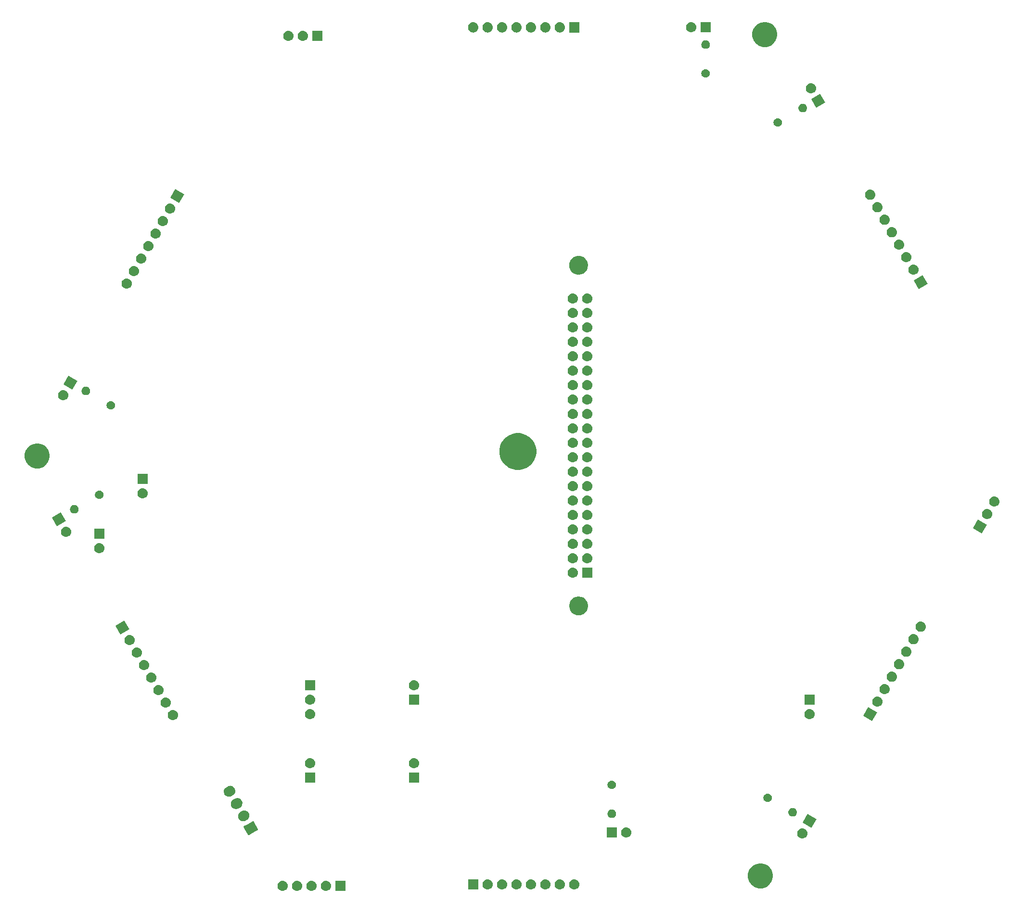
<source format=gbr>
G04 #@! TF.GenerationSoftware,KiCad,Pcbnew,5.1.4+dfsg1-1~bpo10+1*
G04 #@! TF.CreationDate,2019-09-28T19:59:17+02:00*
G04 #@! TF.ProjectId,hoorch,686f6f72-6368-42e6-9b69-6361645f7063,rev?*
G04 #@! TF.SameCoordinates,Original*
G04 #@! TF.FileFunction,Soldermask,Top*
G04 #@! TF.FilePolarity,Negative*
%FSLAX46Y46*%
G04 Gerber Fmt 4.6, Leading zero omitted, Abs format (unit mm)*
G04 Created by KiCad (PCBNEW 5.1.4+dfsg1-1~bpo10+1) date 2019-09-28 19:59:17*
%MOMM*%
%LPD*%
G04 APERTURE LIST*
%ADD10C,0.100000*%
G04 APERTURE END LIST*
D10*
G36*
X73008443Y-172587519D02*
G01*
X73074627Y-172594037D01*
X73244466Y-172645557D01*
X73400991Y-172729222D01*
X73422121Y-172746563D01*
X73538186Y-172841814D01*
X73621448Y-172943271D01*
X73650778Y-172979009D01*
X73734443Y-173135534D01*
X73785963Y-173305373D01*
X73803359Y-173482000D01*
X73785963Y-173658627D01*
X73734443Y-173828466D01*
X73650778Y-173984991D01*
X73621448Y-174020729D01*
X73538186Y-174122186D01*
X73436729Y-174205448D01*
X73400991Y-174234778D01*
X73244466Y-174318443D01*
X73074627Y-174369963D01*
X73008442Y-174376482D01*
X72942260Y-174383000D01*
X72853740Y-174383000D01*
X72787558Y-174376482D01*
X72721373Y-174369963D01*
X72551534Y-174318443D01*
X72395009Y-174234778D01*
X72359271Y-174205448D01*
X72257814Y-174122186D01*
X72174552Y-174020729D01*
X72145222Y-173984991D01*
X72061557Y-173828466D01*
X72010037Y-173658627D01*
X71992641Y-173482000D01*
X72010037Y-173305373D01*
X72061557Y-173135534D01*
X72145222Y-172979009D01*
X72174552Y-172943271D01*
X72257814Y-172841814D01*
X72373879Y-172746563D01*
X72395009Y-172729222D01*
X72551534Y-172645557D01*
X72721373Y-172594037D01*
X72787557Y-172587519D01*
X72853740Y-172581000D01*
X72942260Y-172581000D01*
X73008443Y-172587519D01*
X73008443Y-172587519D01*
G37*
G36*
X83959000Y-174383000D02*
G01*
X82157000Y-174383000D01*
X82157000Y-172581000D01*
X83959000Y-172581000D01*
X83959000Y-174383000D01*
X83959000Y-174383000D01*
G37*
G36*
X80628443Y-172587519D02*
G01*
X80694627Y-172594037D01*
X80864466Y-172645557D01*
X81020991Y-172729222D01*
X81042121Y-172746563D01*
X81158186Y-172841814D01*
X81241448Y-172943271D01*
X81270778Y-172979009D01*
X81354443Y-173135534D01*
X81405963Y-173305373D01*
X81423359Y-173482000D01*
X81405963Y-173658627D01*
X81354443Y-173828466D01*
X81270778Y-173984991D01*
X81241448Y-174020729D01*
X81158186Y-174122186D01*
X81056729Y-174205448D01*
X81020991Y-174234778D01*
X80864466Y-174318443D01*
X80694627Y-174369963D01*
X80628442Y-174376482D01*
X80562260Y-174383000D01*
X80473740Y-174383000D01*
X80407558Y-174376482D01*
X80341373Y-174369963D01*
X80171534Y-174318443D01*
X80015009Y-174234778D01*
X79979271Y-174205448D01*
X79877814Y-174122186D01*
X79794552Y-174020729D01*
X79765222Y-173984991D01*
X79681557Y-173828466D01*
X79630037Y-173658627D01*
X79612641Y-173482000D01*
X79630037Y-173305373D01*
X79681557Y-173135534D01*
X79765222Y-172979009D01*
X79794552Y-172943271D01*
X79877814Y-172841814D01*
X79993879Y-172746563D01*
X80015009Y-172729222D01*
X80171534Y-172645557D01*
X80341373Y-172594037D01*
X80407557Y-172587519D01*
X80473740Y-172581000D01*
X80562260Y-172581000D01*
X80628443Y-172587519D01*
X80628443Y-172587519D01*
G37*
G36*
X75548443Y-172587519D02*
G01*
X75614627Y-172594037D01*
X75784466Y-172645557D01*
X75940991Y-172729222D01*
X75962121Y-172746563D01*
X76078186Y-172841814D01*
X76161448Y-172943271D01*
X76190778Y-172979009D01*
X76274443Y-173135534D01*
X76325963Y-173305373D01*
X76343359Y-173482000D01*
X76325963Y-173658627D01*
X76274443Y-173828466D01*
X76190778Y-173984991D01*
X76161448Y-174020729D01*
X76078186Y-174122186D01*
X75976729Y-174205448D01*
X75940991Y-174234778D01*
X75784466Y-174318443D01*
X75614627Y-174369963D01*
X75548442Y-174376482D01*
X75482260Y-174383000D01*
X75393740Y-174383000D01*
X75327558Y-174376482D01*
X75261373Y-174369963D01*
X75091534Y-174318443D01*
X74935009Y-174234778D01*
X74899271Y-174205448D01*
X74797814Y-174122186D01*
X74714552Y-174020729D01*
X74685222Y-173984991D01*
X74601557Y-173828466D01*
X74550037Y-173658627D01*
X74532641Y-173482000D01*
X74550037Y-173305373D01*
X74601557Y-173135534D01*
X74685222Y-172979009D01*
X74714552Y-172943271D01*
X74797814Y-172841814D01*
X74913879Y-172746563D01*
X74935009Y-172729222D01*
X75091534Y-172645557D01*
X75261373Y-172594037D01*
X75327557Y-172587519D01*
X75393740Y-172581000D01*
X75482260Y-172581000D01*
X75548443Y-172587519D01*
X75548443Y-172587519D01*
G37*
G36*
X78088443Y-172587519D02*
G01*
X78154627Y-172594037D01*
X78324466Y-172645557D01*
X78480991Y-172729222D01*
X78502121Y-172746563D01*
X78618186Y-172841814D01*
X78701448Y-172943271D01*
X78730778Y-172979009D01*
X78814443Y-173135534D01*
X78865963Y-173305373D01*
X78883359Y-173482000D01*
X78865963Y-173658627D01*
X78814443Y-173828466D01*
X78730778Y-173984991D01*
X78701448Y-174020729D01*
X78618186Y-174122186D01*
X78516729Y-174205448D01*
X78480991Y-174234778D01*
X78324466Y-174318443D01*
X78154627Y-174369963D01*
X78088442Y-174376482D01*
X78022260Y-174383000D01*
X77933740Y-174383000D01*
X77867558Y-174376482D01*
X77801373Y-174369963D01*
X77631534Y-174318443D01*
X77475009Y-174234778D01*
X77439271Y-174205448D01*
X77337814Y-174122186D01*
X77254552Y-174020729D01*
X77225222Y-173984991D01*
X77141557Y-173828466D01*
X77090037Y-173658627D01*
X77072641Y-173482000D01*
X77090037Y-173305373D01*
X77141557Y-173135534D01*
X77225222Y-172979009D01*
X77254552Y-172943271D01*
X77337814Y-172841814D01*
X77453879Y-172746563D01*
X77475009Y-172729222D01*
X77631534Y-172645557D01*
X77801373Y-172594037D01*
X77867557Y-172587519D01*
X77933740Y-172581000D01*
X78022260Y-172581000D01*
X78088443Y-172587519D01*
X78088443Y-172587519D01*
G37*
G36*
X119236443Y-172333519D02*
G01*
X119302627Y-172340037D01*
X119472466Y-172391557D01*
X119628991Y-172475222D01*
X119664729Y-172504552D01*
X119766186Y-172587814D01*
X119849448Y-172689271D01*
X119878778Y-172725009D01*
X119962443Y-172881534D01*
X120013963Y-173051373D01*
X120031359Y-173228000D01*
X120013963Y-173404627D01*
X119962443Y-173574466D01*
X119878778Y-173730991D01*
X119849448Y-173766729D01*
X119766186Y-173868186D01*
X119664729Y-173951448D01*
X119628991Y-173980778D01*
X119472466Y-174064443D01*
X119302627Y-174115963D01*
X119239453Y-174122185D01*
X119170260Y-174129000D01*
X119081740Y-174129000D01*
X119012547Y-174122185D01*
X118949373Y-174115963D01*
X118779534Y-174064443D01*
X118623009Y-173980778D01*
X118587271Y-173951448D01*
X118485814Y-173868186D01*
X118402552Y-173766729D01*
X118373222Y-173730991D01*
X118289557Y-173574466D01*
X118238037Y-173404627D01*
X118220641Y-173228000D01*
X118238037Y-173051373D01*
X118289557Y-172881534D01*
X118373222Y-172725009D01*
X118402552Y-172689271D01*
X118485814Y-172587814D01*
X118587271Y-172504552D01*
X118623009Y-172475222D01*
X118779534Y-172391557D01*
X118949373Y-172340037D01*
X119015557Y-172333519D01*
X119081740Y-172327000D01*
X119170260Y-172327000D01*
X119236443Y-172333519D01*
X119236443Y-172333519D01*
G37*
G36*
X124316443Y-172333519D02*
G01*
X124382627Y-172340037D01*
X124552466Y-172391557D01*
X124708991Y-172475222D01*
X124744729Y-172504552D01*
X124846186Y-172587814D01*
X124929448Y-172689271D01*
X124958778Y-172725009D01*
X125042443Y-172881534D01*
X125093963Y-173051373D01*
X125111359Y-173228000D01*
X125093963Y-173404627D01*
X125042443Y-173574466D01*
X124958778Y-173730991D01*
X124929448Y-173766729D01*
X124846186Y-173868186D01*
X124744729Y-173951448D01*
X124708991Y-173980778D01*
X124552466Y-174064443D01*
X124382627Y-174115963D01*
X124319453Y-174122185D01*
X124250260Y-174129000D01*
X124161740Y-174129000D01*
X124092547Y-174122185D01*
X124029373Y-174115963D01*
X123859534Y-174064443D01*
X123703009Y-173980778D01*
X123667271Y-173951448D01*
X123565814Y-173868186D01*
X123482552Y-173766729D01*
X123453222Y-173730991D01*
X123369557Y-173574466D01*
X123318037Y-173404627D01*
X123300641Y-173228000D01*
X123318037Y-173051373D01*
X123369557Y-172881534D01*
X123453222Y-172725009D01*
X123482552Y-172689271D01*
X123565814Y-172587814D01*
X123667271Y-172504552D01*
X123703009Y-172475222D01*
X123859534Y-172391557D01*
X124029373Y-172340037D01*
X124095557Y-172333519D01*
X124161740Y-172327000D01*
X124250260Y-172327000D01*
X124316443Y-172333519D01*
X124316443Y-172333519D01*
G37*
G36*
X121776443Y-172333519D02*
G01*
X121842627Y-172340037D01*
X122012466Y-172391557D01*
X122168991Y-172475222D01*
X122204729Y-172504552D01*
X122306186Y-172587814D01*
X122389448Y-172689271D01*
X122418778Y-172725009D01*
X122502443Y-172881534D01*
X122553963Y-173051373D01*
X122571359Y-173228000D01*
X122553963Y-173404627D01*
X122502443Y-173574466D01*
X122418778Y-173730991D01*
X122389448Y-173766729D01*
X122306186Y-173868186D01*
X122204729Y-173951448D01*
X122168991Y-173980778D01*
X122012466Y-174064443D01*
X121842627Y-174115963D01*
X121779453Y-174122185D01*
X121710260Y-174129000D01*
X121621740Y-174129000D01*
X121552547Y-174122185D01*
X121489373Y-174115963D01*
X121319534Y-174064443D01*
X121163009Y-173980778D01*
X121127271Y-173951448D01*
X121025814Y-173868186D01*
X120942552Y-173766729D01*
X120913222Y-173730991D01*
X120829557Y-173574466D01*
X120778037Y-173404627D01*
X120760641Y-173228000D01*
X120778037Y-173051373D01*
X120829557Y-172881534D01*
X120913222Y-172725009D01*
X120942552Y-172689271D01*
X121025814Y-172587814D01*
X121127271Y-172504552D01*
X121163009Y-172475222D01*
X121319534Y-172391557D01*
X121489373Y-172340037D01*
X121555557Y-172333519D01*
X121621740Y-172327000D01*
X121710260Y-172327000D01*
X121776443Y-172333519D01*
X121776443Y-172333519D01*
G37*
G36*
X116696443Y-172333519D02*
G01*
X116762627Y-172340037D01*
X116932466Y-172391557D01*
X117088991Y-172475222D01*
X117124729Y-172504552D01*
X117226186Y-172587814D01*
X117309448Y-172689271D01*
X117338778Y-172725009D01*
X117422443Y-172881534D01*
X117473963Y-173051373D01*
X117491359Y-173228000D01*
X117473963Y-173404627D01*
X117422443Y-173574466D01*
X117338778Y-173730991D01*
X117309448Y-173766729D01*
X117226186Y-173868186D01*
X117124729Y-173951448D01*
X117088991Y-173980778D01*
X116932466Y-174064443D01*
X116762627Y-174115963D01*
X116699453Y-174122185D01*
X116630260Y-174129000D01*
X116541740Y-174129000D01*
X116472547Y-174122185D01*
X116409373Y-174115963D01*
X116239534Y-174064443D01*
X116083009Y-173980778D01*
X116047271Y-173951448D01*
X115945814Y-173868186D01*
X115862552Y-173766729D01*
X115833222Y-173730991D01*
X115749557Y-173574466D01*
X115698037Y-173404627D01*
X115680641Y-173228000D01*
X115698037Y-173051373D01*
X115749557Y-172881534D01*
X115833222Y-172725009D01*
X115862552Y-172689271D01*
X115945814Y-172587814D01*
X116047271Y-172504552D01*
X116083009Y-172475222D01*
X116239534Y-172391557D01*
X116409373Y-172340037D01*
X116475557Y-172333519D01*
X116541740Y-172327000D01*
X116630260Y-172327000D01*
X116696443Y-172333519D01*
X116696443Y-172333519D01*
G37*
G36*
X114156443Y-172333519D02*
G01*
X114222627Y-172340037D01*
X114392466Y-172391557D01*
X114548991Y-172475222D01*
X114584729Y-172504552D01*
X114686186Y-172587814D01*
X114769448Y-172689271D01*
X114798778Y-172725009D01*
X114882443Y-172881534D01*
X114933963Y-173051373D01*
X114951359Y-173228000D01*
X114933963Y-173404627D01*
X114882443Y-173574466D01*
X114798778Y-173730991D01*
X114769448Y-173766729D01*
X114686186Y-173868186D01*
X114584729Y-173951448D01*
X114548991Y-173980778D01*
X114392466Y-174064443D01*
X114222627Y-174115963D01*
X114159453Y-174122185D01*
X114090260Y-174129000D01*
X114001740Y-174129000D01*
X113932547Y-174122185D01*
X113869373Y-174115963D01*
X113699534Y-174064443D01*
X113543009Y-173980778D01*
X113507271Y-173951448D01*
X113405814Y-173868186D01*
X113322552Y-173766729D01*
X113293222Y-173730991D01*
X113209557Y-173574466D01*
X113158037Y-173404627D01*
X113140641Y-173228000D01*
X113158037Y-173051373D01*
X113209557Y-172881534D01*
X113293222Y-172725009D01*
X113322552Y-172689271D01*
X113405814Y-172587814D01*
X113507271Y-172504552D01*
X113543009Y-172475222D01*
X113699534Y-172391557D01*
X113869373Y-172340037D01*
X113935557Y-172333519D01*
X114001740Y-172327000D01*
X114090260Y-172327000D01*
X114156443Y-172333519D01*
X114156443Y-172333519D01*
G37*
G36*
X111616443Y-172333519D02*
G01*
X111682627Y-172340037D01*
X111852466Y-172391557D01*
X112008991Y-172475222D01*
X112044729Y-172504552D01*
X112146186Y-172587814D01*
X112229448Y-172689271D01*
X112258778Y-172725009D01*
X112342443Y-172881534D01*
X112393963Y-173051373D01*
X112411359Y-173228000D01*
X112393963Y-173404627D01*
X112342443Y-173574466D01*
X112258778Y-173730991D01*
X112229448Y-173766729D01*
X112146186Y-173868186D01*
X112044729Y-173951448D01*
X112008991Y-173980778D01*
X111852466Y-174064443D01*
X111682627Y-174115963D01*
X111619453Y-174122185D01*
X111550260Y-174129000D01*
X111461740Y-174129000D01*
X111392547Y-174122185D01*
X111329373Y-174115963D01*
X111159534Y-174064443D01*
X111003009Y-173980778D01*
X110967271Y-173951448D01*
X110865814Y-173868186D01*
X110782552Y-173766729D01*
X110753222Y-173730991D01*
X110669557Y-173574466D01*
X110618037Y-173404627D01*
X110600641Y-173228000D01*
X110618037Y-173051373D01*
X110669557Y-172881534D01*
X110753222Y-172725009D01*
X110782552Y-172689271D01*
X110865814Y-172587814D01*
X110967271Y-172504552D01*
X111003009Y-172475222D01*
X111159534Y-172391557D01*
X111329373Y-172340037D01*
X111395557Y-172333519D01*
X111461740Y-172327000D01*
X111550260Y-172327000D01*
X111616443Y-172333519D01*
X111616443Y-172333519D01*
G37*
G36*
X109076443Y-172333519D02*
G01*
X109142627Y-172340037D01*
X109312466Y-172391557D01*
X109468991Y-172475222D01*
X109504729Y-172504552D01*
X109606186Y-172587814D01*
X109689448Y-172689271D01*
X109718778Y-172725009D01*
X109802443Y-172881534D01*
X109853963Y-173051373D01*
X109871359Y-173228000D01*
X109853963Y-173404627D01*
X109802443Y-173574466D01*
X109718778Y-173730991D01*
X109689448Y-173766729D01*
X109606186Y-173868186D01*
X109504729Y-173951448D01*
X109468991Y-173980778D01*
X109312466Y-174064443D01*
X109142627Y-174115963D01*
X109079453Y-174122185D01*
X109010260Y-174129000D01*
X108921740Y-174129000D01*
X108852547Y-174122185D01*
X108789373Y-174115963D01*
X108619534Y-174064443D01*
X108463009Y-173980778D01*
X108427271Y-173951448D01*
X108325814Y-173868186D01*
X108242552Y-173766729D01*
X108213222Y-173730991D01*
X108129557Y-173574466D01*
X108078037Y-173404627D01*
X108060641Y-173228000D01*
X108078037Y-173051373D01*
X108129557Y-172881534D01*
X108213222Y-172725009D01*
X108242552Y-172689271D01*
X108325814Y-172587814D01*
X108427271Y-172504552D01*
X108463009Y-172475222D01*
X108619534Y-172391557D01*
X108789373Y-172340037D01*
X108855557Y-172333519D01*
X108921740Y-172327000D01*
X109010260Y-172327000D01*
X109076443Y-172333519D01*
X109076443Y-172333519D01*
G37*
G36*
X107327000Y-174129000D02*
G01*
X105525000Y-174129000D01*
X105525000Y-172327000D01*
X107327000Y-172327000D01*
X107327000Y-174129000D01*
X107327000Y-174129000D01*
G37*
G36*
X157614007Y-169587582D02*
G01*
X158014563Y-169753498D01*
X158014565Y-169753499D01*
X158375056Y-169994371D01*
X158681629Y-170300944D01*
X158922501Y-170661435D01*
X158922502Y-170661437D01*
X159088418Y-171061993D01*
X159173000Y-171487219D01*
X159173000Y-171920781D01*
X159088418Y-172346007D01*
X158931430Y-172725009D01*
X158922501Y-172746565D01*
X158681629Y-173107056D01*
X158375056Y-173413629D01*
X158014565Y-173654501D01*
X158014564Y-173654502D01*
X158014563Y-173654502D01*
X157614007Y-173820418D01*
X157188781Y-173905000D01*
X156755219Y-173905000D01*
X156329993Y-173820418D01*
X155929437Y-173654502D01*
X155929436Y-173654502D01*
X155929435Y-173654501D01*
X155568944Y-173413629D01*
X155262371Y-173107056D01*
X155021499Y-172746565D01*
X155012570Y-172725009D01*
X154855582Y-172346007D01*
X154771000Y-171920781D01*
X154771000Y-171487219D01*
X154855582Y-171061993D01*
X155021498Y-170661437D01*
X155021499Y-170661435D01*
X155262371Y-170300944D01*
X155568944Y-169994371D01*
X155929435Y-169753499D01*
X155929437Y-169753498D01*
X156329993Y-169587582D01*
X156755219Y-169503000D01*
X157188781Y-169503000D01*
X157614007Y-169587582D01*
X157614007Y-169587582D01*
G37*
G36*
X164448442Y-163357223D02*
G01*
X164514627Y-163363742D01*
X164684466Y-163415262D01*
X164684468Y-163415263D01*
X164762729Y-163457095D01*
X164840991Y-163498927D01*
X164844244Y-163501597D01*
X164978186Y-163611519D01*
X165043848Y-163691530D01*
X165090778Y-163748714D01*
X165174443Y-163905239D01*
X165225963Y-164075078D01*
X165243359Y-164251705D01*
X165225963Y-164428332D01*
X165174443Y-164598171D01*
X165090778Y-164754696D01*
X165061448Y-164790434D01*
X164978186Y-164891891D01*
X164876729Y-164975153D01*
X164840991Y-165004483D01*
X164684466Y-165088148D01*
X164514627Y-165139668D01*
X164448443Y-165146186D01*
X164382260Y-165152705D01*
X164293740Y-165152705D01*
X164227557Y-165146186D01*
X164161373Y-165139668D01*
X163991534Y-165088148D01*
X163835009Y-165004483D01*
X163799271Y-164975153D01*
X163697814Y-164891891D01*
X163614552Y-164790434D01*
X163585222Y-164754696D01*
X163501557Y-164598171D01*
X163450037Y-164428332D01*
X163432641Y-164251705D01*
X163450037Y-164075078D01*
X163501557Y-163905239D01*
X163585222Y-163748714D01*
X163632152Y-163691530D01*
X163697814Y-163611519D01*
X163831756Y-163501597D01*
X163835009Y-163498927D01*
X163913271Y-163457095D01*
X163991532Y-163415263D01*
X163991534Y-163415262D01*
X164161373Y-163363742D01*
X164227558Y-163357223D01*
X164293740Y-163350705D01*
X164382260Y-163350705D01*
X164448442Y-163357223D01*
X164448442Y-163357223D01*
G37*
G36*
X133460443Y-163189519D02*
G01*
X133526627Y-163196037D01*
X133696466Y-163247557D01*
X133852991Y-163331222D01*
X133876731Y-163350705D01*
X133990186Y-163443814D01*
X134065928Y-163536107D01*
X134102778Y-163581009D01*
X134186443Y-163737534D01*
X134237963Y-163907373D01*
X134255359Y-164084000D01*
X134237963Y-164260627D01*
X134186443Y-164430466D01*
X134102778Y-164586991D01*
X134093601Y-164598173D01*
X133990186Y-164724186D01*
X133888729Y-164807448D01*
X133852991Y-164836778D01*
X133852989Y-164836779D01*
X133749885Y-164891890D01*
X133696466Y-164920443D01*
X133526627Y-164971963D01*
X133460442Y-164978482D01*
X133394260Y-164985000D01*
X133305740Y-164985000D01*
X133239558Y-164978482D01*
X133173373Y-164971963D01*
X133003534Y-164920443D01*
X132950116Y-164891890D01*
X132847011Y-164836779D01*
X132847009Y-164836778D01*
X132811271Y-164807448D01*
X132709814Y-164724186D01*
X132606399Y-164598173D01*
X132597222Y-164586991D01*
X132513557Y-164430466D01*
X132462037Y-164260627D01*
X132444641Y-164084000D01*
X132462037Y-163907373D01*
X132513557Y-163737534D01*
X132597222Y-163581009D01*
X132634072Y-163536107D01*
X132709814Y-163443814D01*
X132823269Y-163350705D01*
X132847009Y-163331222D01*
X133003534Y-163247557D01*
X133173373Y-163196037D01*
X133239557Y-163189519D01*
X133305740Y-163183000D01*
X133394260Y-163183000D01*
X133460443Y-163189519D01*
X133460443Y-163189519D01*
G37*
G36*
X131711000Y-164985000D02*
G01*
X129909000Y-164985000D01*
X129909000Y-163183000D01*
X131711000Y-163183000D01*
X131711000Y-164985000D01*
X131711000Y-164985000D01*
G37*
G36*
X67728939Y-162100020D02*
G01*
X67761253Y-162112182D01*
X67790581Y-162130420D01*
X67815787Y-162154028D01*
X67839495Y-162187112D01*
X67880542Y-162258208D01*
X68511296Y-163350705D01*
X68557589Y-163430888D01*
X68574387Y-163467961D01*
X68582230Y-163501597D01*
X68583360Y-163536107D01*
X68577734Y-163570185D01*
X68565572Y-163602498D01*
X68547334Y-163631828D01*
X68523727Y-163657033D01*
X68490638Y-163680744D01*
X68098101Y-163907375D01*
X67101455Y-164482789D01*
X67101448Y-164482792D01*
X67030363Y-164523833D01*
X66993285Y-164540633D01*
X66959649Y-164548476D01*
X66925139Y-164549606D01*
X66891061Y-164543980D01*
X66858747Y-164531818D01*
X66829419Y-164513580D01*
X66804213Y-164489972D01*
X66780505Y-164456888D01*
X66209548Y-163467961D01*
X66103458Y-163284208D01*
X66103457Y-163284206D01*
X66062411Y-163213112D01*
X66045613Y-163176039D01*
X66037770Y-163142403D01*
X66036640Y-163107893D01*
X66042266Y-163073815D01*
X66054428Y-163041502D01*
X66072666Y-163012172D01*
X66096273Y-162986967D01*
X66129362Y-162963256D01*
X66665345Y-162653807D01*
X67518545Y-162161211D01*
X67518552Y-162161208D01*
X67589637Y-162120167D01*
X67626715Y-162103367D01*
X67660351Y-162095524D01*
X67694861Y-162094394D01*
X67728939Y-162100020D01*
X67728939Y-162100020D01*
G37*
G36*
X166838790Y-161722211D02*
G01*
X165937789Y-163282790D01*
X164377210Y-162381789D01*
X165278211Y-160821210D01*
X166838790Y-161722211D01*
X166838790Y-161722211D01*
G37*
G36*
X66315021Y-160205472D02*
G01*
X66402580Y-160219927D01*
X66535461Y-160269941D01*
X66568682Y-160282444D01*
X66719400Y-160376166D01*
X66848937Y-160497491D01*
X66878504Y-160538752D01*
X66952319Y-160641760D01*
X67025565Y-160803418D01*
X67065867Y-160976260D01*
X67065867Y-160976263D01*
X67071673Y-161153650D01*
X67057217Y-161241205D01*
X67042762Y-161328763D01*
X66986145Y-161479189D01*
X66980245Y-161494864D01*
X66886523Y-161645583D01*
X66765198Y-161775120D01*
X66718362Y-161808682D01*
X66657080Y-161852597D01*
X66509666Y-161937706D01*
X66363919Y-162021853D01*
X66242765Y-162076747D01*
X66069920Y-162117049D01*
X66025573Y-162118501D01*
X65892537Y-162122856D01*
X65892534Y-162122856D01*
X65817487Y-162110466D01*
X65717420Y-162093945D01*
X65551319Y-162031428D01*
X65535918Y-162021851D01*
X65400600Y-161937706D01*
X65271063Y-161816381D01*
X65167684Y-161672116D01*
X65094436Y-161510454D01*
X65054134Y-161337609D01*
X65048327Y-161160223D01*
X65064609Y-161061606D01*
X65077238Y-160985109D01*
X65139755Y-160819008D01*
X65229166Y-160675222D01*
X65233477Y-160668289D01*
X65354802Y-160538752D01*
X65462918Y-160461277D01*
X65602343Y-160380780D01*
X65756086Y-160292016D01*
X65877235Y-160237124D01*
X66050077Y-160196822D01*
X66227462Y-160191016D01*
X66227466Y-160191016D01*
X66315021Y-160205472D01*
X66315021Y-160205472D01*
G37*
G36*
X130883665Y-160034622D02*
G01*
X130957222Y-160041867D01*
X131098786Y-160084810D01*
X131229252Y-160154546D01*
X131259040Y-160178992D01*
X131343607Y-160248393D01*
X131413008Y-160332960D01*
X131437454Y-160362748D01*
X131507190Y-160493214D01*
X131550133Y-160634778D01*
X131564633Y-160782000D01*
X131550133Y-160929222D01*
X131507190Y-161070786D01*
X131437454Y-161201252D01*
X131413008Y-161231040D01*
X131343607Y-161315607D01*
X131259040Y-161385008D01*
X131229252Y-161409454D01*
X131098786Y-161479190D01*
X130957222Y-161522133D01*
X130883665Y-161529378D01*
X130846888Y-161533000D01*
X130773112Y-161533000D01*
X130736335Y-161529378D01*
X130662778Y-161522133D01*
X130521214Y-161479190D01*
X130390748Y-161409454D01*
X130360960Y-161385008D01*
X130276393Y-161315607D01*
X130206992Y-161231040D01*
X130182546Y-161201252D01*
X130112810Y-161070786D01*
X130069867Y-160929222D01*
X130055367Y-160782000D01*
X130069867Y-160634778D01*
X130112810Y-160493214D01*
X130182546Y-160362748D01*
X130206992Y-160332960D01*
X130276393Y-160248393D01*
X130360960Y-160178992D01*
X130390748Y-160154546D01*
X130521214Y-160084810D01*
X130662778Y-160041867D01*
X130736335Y-160034622D01*
X130773112Y-160031000D01*
X130846888Y-160031000D01*
X130883665Y-160034622D01*
X130883665Y-160034622D01*
G37*
G36*
X162715074Y-159780622D02*
G01*
X162788631Y-159787867D01*
X162930195Y-159830810D01*
X163060661Y-159900546D01*
X163090449Y-159924992D01*
X163175016Y-159994393D01*
X163244417Y-160078960D01*
X163268863Y-160108748D01*
X163338599Y-160239214D01*
X163381542Y-160380778D01*
X163396042Y-160528000D01*
X163381542Y-160675222D01*
X163338599Y-160816786D01*
X163268863Y-160947252D01*
X163245057Y-160976260D01*
X163175016Y-161061607D01*
X163090449Y-161131008D01*
X163060661Y-161155454D01*
X162930195Y-161225190D01*
X162788631Y-161268133D01*
X162715074Y-161275378D01*
X162678297Y-161279000D01*
X162604521Y-161279000D01*
X162567744Y-161275378D01*
X162494187Y-161268133D01*
X162352623Y-161225190D01*
X162222157Y-161155454D01*
X162192369Y-161131008D01*
X162107802Y-161061607D01*
X162037761Y-160976260D01*
X162013955Y-160947252D01*
X161944219Y-160816786D01*
X161901276Y-160675222D01*
X161886776Y-160528000D01*
X161901276Y-160380778D01*
X161944219Y-160239214D01*
X162013955Y-160108748D01*
X162038401Y-160078960D01*
X162107802Y-159994393D01*
X162192369Y-159924992D01*
X162222157Y-159900546D01*
X162352623Y-159830810D01*
X162494187Y-159787867D01*
X162567744Y-159780622D01*
X162604521Y-159777000D01*
X162678297Y-159777000D01*
X162715074Y-159780622D01*
X162715074Y-159780622D01*
G37*
G36*
X65065021Y-158040408D02*
G01*
X65152580Y-158054864D01*
X65285461Y-158104878D01*
X65318682Y-158117381D01*
X65469400Y-158211103D01*
X65598937Y-158332428D01*
X65628504Y-158373689D01*
X65702319Y-158476697D01*
X65775565Y-158638355D01*
X65815867Y-158811197D01*
X65815867Y-158811200D01*
X65821673Y-158988587D01*
X65820587Y-158995163D01*
X65792762Y-159163700D01*
X65730245Y-159329801D01*
X65636523Y-159480520D01*
X65515198Y-159610057D01*
X65468362Y-159643619D01*
X65407080Y-159687534D01*
X65233297Y-159787867D01*
X65113919Y-159856790D01*
X64992765Y-159911684D01*
X64819920Y-159951986D01*
X64775574Y-159953438D01*
X64642537Y-159957793D01*
X64642534Y-159957793D01*
X64567487Y-159945403D01*
X64467420Y-159928882D01*
X64301319Y-159866365D01*
X64244143Y-159830811D01*
X64150600Y-159772643D01*
X64021063Y-159651318D01*
X63917684Y-159507053D01*
X63844436Y-159345391D01*
X63804134Y-159172546D01*
X63798327Y-158995160D01*
X63810717Y-158920113D01*
X63827238Y-158820046D01*
X63889755Y-158653945D01*
X63941121Y-158571341D01*
X63983477Y-158503226D01*
X64104802Y-158373689D01*
X64212918Y-158296214D01*
X64367339Y-158207059D01*
X64506086Y-158126953D01*
X64627235Y-158072061D01*
X64800077Y-158031759D01*
X64977462Y-158025953D01*
X64977466Y-158025953D01*
X65065021Y-158040408D01*
X65065021Y-158040408D01*
G37*
G36*
X158461059Y-157265860D02*
G01*
X158597732Y-157322472D01*
X158720735Y-157404660D01*
X158825340Y-157509265D01*
X158907528Y-157632268D01*
X158964140Y-157768941D01*
X158993000Y-157914033D01*
X158993000Y-158061967D01*
X158964140Y-158207059D01*
X158907528Y-158343732D01*
X158825340Y-158466735D01*
X158720735Y-158571340D01*
X158597732Y-158653528D01*
X158597731Y-158653529D01*
X158597730Y-158653529D01*
X158461059Y-158710140D01*
X158315968Y-158739000D01*
X158168032Y-158739000D01*
X158022941Y-158710140D01*
X157886270Y-158653529D01*
X157886269Y-158653529D01*
X157886268Y-158653528D01*
X157763265Y-158571340D01*
X157658660Y-158466735D01*
X157576472Y-158343732D01*
X157519860Y-158207059D01*
X157491000Y-158061967D01*
X157491000Y-157914033D01*
X157519860Y-157768941D01*
X157576472Y-157632268D01*
X157658660Y-157509265D01*
X157763265Y-157404660D01*
X157886268Y-157322472D01*
X158022941Y-157265860D01*
X158168032Y-157237000D01*
X158315968Y-157237000D01*
X158461059Y-157265860D01*
X158461059Y-157265860D01*
G37*
G36*
X63815021Y-155875345D02*
G01*
X63902580Y-155889800D01*
X64035461Y-155939814D01*
X64068682Y-155952317D01*
X64219400Y-156046039D01*
X64348937Y-156167364D01*
X64433478Y-156285341D01*
X64452319Y-156311633D01*
X64525565Y-156473291D01*
X64565867Y-156646133D01*
X64565867Y-156646136D01*
X64571673Y-156823523D01*
X64570587Y-156830099D01*
X64542762Y-156998636D01*
X64480245Y-157164737D01*
X64386523Y-157315456D01*
X64265198Y-157444993D01*
X64218362Y-157478555D01*
X64157080Y-157522470D01*
X64009666Y-157607579D01*
X63863919Y-157691726D01*
X63742765Y-157746620D01*
X63569920Y-157786922D01*
X63525573Y-157788374D01*
X63392537Y-157792729D01*
X63392534Y-157792729D01*
X63317487Y-157780339D01*
X63217420Y-157763818D01*
X63051319Y-157701301D01*
X63035918Y-157691724D01*
X62900600Y-157607579D01*
X62771063Y-157486254D01*
X62667684Y-157341989D01*
X62594436Y-157180327D01*
X62554134Y-157007482D01*
X62548327Y-156830096D01*
X62560717Y-156755049D01*
X62577238Y-156654982D01*
X62639755Y-156488881D01*
X62715216Y-156367529D01*
X62733477Y-156338162D01*
X62854802Y-156208625D01*
X62962918Y-156131150D01*
X63110335Y-156046039D01*
X63256086Y-155961889D01*
X63377235Y-155906997D01*
X63550077Y-155866695D01*
X63727462Y-155860889D01*
X63727466Y-155860889D01*
X63815021Y-155875345D01*
X63815021Y-155875345D01*
G37*
G36*
X131029059Y-154979860D02*
G01*
X131165732Y-155036472D01*
X131288735Y-155118660D01*
X131393340Y-155223265D01*
X131475528Y-155346268D01*
X131475529Y-155346270D01*
X131532140Y-155482941D01*
X131561000Y-155628032D01*
X131561000Y-155775968D01*
X131532140Y-155921059D01*
X131480372Y-156046039D01*
X131475528Y-156057732D01*
X131393340Y-156180735D01*
X131288735Y-156285340D01*
X131165732Y-156367528D01*
X131165731Y-156367529D01*
X131165730Y-156367529D01*
X131029059Y-156424140D01*
X130883968Y-156453000D01*
X130736032Y-156453000D01*
X130590941Y-156424140D01*
X130454270Y-156367529D01*
X130454269Y-156367529D01*
X130454268Y-156367528D01*
X130331265Y-156285340D01*
X130226660Y-156180735D01*
X130144472Y-156057732D01*
X130139629Y-156046039D01*
X130087860Y-155921059D01*
X130059000Y-155775968D01*
X130059000Y-155628032D01*
X130087860Y-155482941D01*
X130144471Y-155346270D01*
X130144472Y-155346268D01*
X130226660Y-155223265D01*
X130331265Y-155118660D01*
X130454268Y-155036472D01*
X130590941Y-154979860D01*
X130736032Y-154951000D01*
X130883968Y-154951000D01*
X131029059Y-154979860D01*
X131029059Y-154979860D01*
G37*
G36*
X78625000Y-155333000D02*
G01*
X76823000Y-155333000D01*
X76823000Y-153531000D01*
X78625000Y-153531000D01*
X78625000Y-155333000D01*
X78625000Y-155333000D01*
G37*
G36*
X96913000Y-155333000D02*
G01*
X95111000Y-155333000D01*
X95111000Y-153531000D01*
X96913000Y-153531000D01*
X96913000Y-155333000D01*
X96913000Y-155333000D01*
G37*
G36*
X96122443Y-150997519D02*
G01*
X96188627Y-151004037D01*
X96358466Y-151055557D01*
X96514991Y-151139222D01*
X96550729Y-151168552D01*
X96652186Y-151251814D01*
X96735448Y-151353271D01*
X96764778Y-151389009D01*
X96848443Y-151545534D01*
X96899963Y-151715373D01*
X96917359Y-151892000D01*
X96899963Y-152068627D01*
X96848443Y-152238466D01*
X96764778Y-152394991D01*
X96735448Y-152430729D01*
X96652186Y-152532186D01*
X96550729Y-152615448D01*
X96514991Y-152644778D01*
X96358466Y-152728443D01*
X96188627Y-152779963D01*
X96122442Y-152786482D01*
X96056260Y-152793000D01*
X95967740Y-152793000D01*
X95901558Y-152786482D01*
X95835373Y-152779963D01*
X95665534Y-152728443D01*
X95509009Y-152644778D01*
X95473271Y-152615448D01*
X95371814Y-152532186D01*
X95288552Y-152430729D01*
X95259222Y-152394991D01*
X95175557Y-152238466D01*
X95124037Y-152068627D01*
X95106641Y-151892000D01*
X95124037Y-151715373D01*
X95175557Y-151545534D01*
X95259222Y-151389009D01*
X95288552Y-151353271D01*
X95371814Y-151251814D01*
X95473271Y-151168552D01*
X95509009Y-151139222D01*
X95665534Y-151055557D01*
X95835373Y-151004037D01*
X95901557Y-150997519D01*
X95967740Y-150991000D01*
X96056260Y-150991000D01*
X96122443Y-150997519D01*
X96122443Y-150997519D01*
G37*
G36*
X77834443Y-150997519D02*
G01*
X77900627Y-151004037D01*
X78070466Y-151055557D01*
X78226991Y-151139222D01*
X78262729Y-151168552D01*
X78364186Y-151251814D01*
X78447448Y-151353271D01*
X78476778Y-151389009D01*
X78560443Y-151545534D01*
X78611963Y-151715373D01*
X78629359Y-151892000D01*
X78611963Y-152068627D01*
X78560443Y-152238466D01*
X78476778Y-152394991D01*
X78447448Y-152430729D01*
X78364186Y-152532186D01*
X78262729Y-152615448D01*
X78226991Y-152644778D01*
X78070466Y-152728443D01*
X77900627Y-152779963D01*
X77834442Y-152786482D01*
X77768260Y-152793000D01*
X77679740Y-152793000D01*
X77613558Y-152786482D01*
X77547373Y-152779963D01*
X77377534Y-152728443D01*
X77221009Y-152644778D01*
X77185271Y-152615448D01*
X77083814Y-152532186D01*
X77000552Y-152430729D01*
X76971222Y-152394991D01*
X76887557Y-152238466D01*
X76836037Y-152068627D01*
X76818641Y-151892000D01*
X76836037Y-151715373D01*
X76887557Y-151545534D01*
X76971222Y-151389009D01*
X77000552Y-151353271D01*
X77083814Y-151251814D01*
X77185271Y-151168552D01*
X77221009Y-151139222D01*
X77377534Y-151055557D01*
X77547373Y-151004037D01*
X77613557Y-150997519D01*
X77679740Y-150991000D01*
X77768260Y-150991000D01*
X77834443Y-150997519D01*
X77834443Y-150997519D01*
G37*
G36*
X177506790Y-142926211D02*
G01*
X176605789Y-144486790D01*
X175045210Y-143585789D01*
X175946211Y-142025210D01*
X177506790Y-142926211D01*
X177506790Y-142926211D01*
G37*
G36*
X53704442Y-142519450D02*
G01*
X53770627Y-142525969D01*
X53940466Y-142577489D01*
X54096991Y-142661154D01*
X54132729Y-142690484D01*
X54234186Y-142773746D01*
X54317448Y-142875203D01*
X54346778Y-142910941D01*
X54430443Y-143067466D01*
X54481963Y-143237305D01*
X54499359Y-143413932D01*
X54481963Y-143590559D01*
X54430443Y-143760398D01*
X54346778Y-143916923D01*
X54317448Y-143952661D01*
X54234186Y-144054118D01*
X54132729Y-144137380D01*
X54096991Y-144166710D01*
X53940466Y-144250375D01*
X53770627Y-144301895D01*
X53704443Y-144308413D01*
X53638260Y-144314932D01*
X53549740Y-144314932D01*
X53483557Y-144308413D01*
X53417373Y-144301895D01*
X53247534Y-144250375D01*
X53091009Y-144166710D01*
X53055271Y-144137380D01*
X52953814Y-144054118D01*
X52870552Y-143952661D01*
X52841222Y-143916923D01*
X52757557Y-143760398D01*
X52706037Y-143590559D01*
X52688641Y-143413932D01*
X52706037Y-143237305D01*
X52757557Y-143067466D01*
X52841222Y-142910941D01*
X52870552Y-142875203D01*
X52953814Y-142773746D01*
X53055271Y-142690484D01*
X53091009Y-142661154D01*
X53247534Y-142577489D01*
X53417373Y-142525969D01*
X53483558Y-142519450D01*
X53549740Y-142512932D01*
X53638260Y-142512932D01*
X53704442Y-142519450D01*
X53704442Y-142519450D01*
G37*
G36*
X165718443Y-142361519D02*
G01*
X165784627Y-142368037D01*
X165954466Y-142419557D01*
X166110991Y-142503222D01*
X166138708Y-142525969D01*
X166248186Y-142615814D01*
X166331448Y-142717271D01*
X166360778Y-142753009D01*
X166444443Y-142909534D01*
X166495963Y-143079373D01*
X166513359Y-143256000D01*
X166495963Y-143432627D01*
X166444443Y-143602466D01*
X166360778Y-143758991D01*
X166331448Y-143794729D01*
X166248186Y-143896186D01*
X166146729Y-143979448D01*
X166110991Y-144008778D01*
X165954466Y-144092443D01*
X165784627Y-144143963D01*
X165718443Y-144150481D01*
X165652260Y-144157000D01*
X165563740Y-144157000D01*
X165497557Y-144150481D01*
X165431373Y-144143963D01*
X165261534Y-144092443D01*
X165105009Y-144008778D01*
X165069271Y-143979448D01*
X164967814Y-143896186D01*
X164884552Y-143794729D01*
X164855222Y-143758991D01*
X164771557Y-143602466D01*
X164720037Y-143432627D01*
X164702641Y-143256000D01*
X164720037Y-143079373D01*
X164771557Y-142909534D01*
X164855222Y-142753009D01*
X164884552Y-142717271D01*
X164967814Y-142615814D01*
X165077292Y-142525969D01*
X165105009Y-142503222D01*
X165261534Y-142419557D01*
X165431373Y-142368037D01*
X165497557Y-142361519D01*
X165563740Y-142355000D01*
X165652260Y-142355000D01*
X165718443Y-142361519D01*
X165718443Y-142361519D01*
G37*
G36*
X77834443Y-142361519D02*
G01*
X77900627Y-142368037D01*
X78070466Y-142419557D01*
X78226991Y-142503222D01*
X78254708Y-142525969D01*
X78364186Y-142615814D01*
X78447448Y-142717271D01*
X78476778Y-142753009D01*
X78560443Y-142909534D01*
X78611963Y-143079373D01*
X78629359Y-143256000D01*
X78611963Y-143432627D01*
X78560443Y-143602466D01*
X78476778Y-143758991D01*
X78447448Y-143794729D01*
X78364186Y-143896186D01*
X78262729Y-143979448D01*
X78226991Y-144008778D01*
X78070466Y-144092443D01*
X77900627Y-144143963D01*
X77834443Y-144150481D01*
X77768260Y-144157000D01*
X77679740Y-144157000D01*
X77613557Y-144150481D01*
X77547373Y-144143963D01*
X77377534Y-144092443D01*
X77221009Y-144008778D01*
X77185271Y-143979448D01*
X77083814Y-143896186D01*
X77000552Y-143794729D01*
X76971222Y-143758991D01*
X76887557Y-143602466D01*
X76836037Y-143432627D01*
X76818641Y-143256000D01*
X76836037Y-143079373D01*
X76887557Y-142909534D01*
X76971222Y-142753009D01*
X77000552Y-142717271D01*
X77083814Y-142615814D01*
X77193292Y-142525969D01*
X77221009Y-142503222D01*
X77377534Y-142419557D01*
X77547373Y-142368037D01*
X77613557Y-142361519D01*
X77679740Y-142355000D01*
X77768260Y-142355000D01*
X77834443Y-142361519D01*
X77834443Y-142361519D01*
G37*
G36*
X52434443Y-140319746D02*
G01*
X52500627Y-140326264D01*
X52670466Y-140377784D01*
X52826991Y-140461449D01*
X52862729Y-140490779D01*
X52964186Y-140574041D01*
X53047448Y-140675498D01*
X53076778Y-140711236D01*
X53160443Y-140867761D01*
X53211963Y-141037600D01*
X53229359Y-141214227D01*
X53211963Y-141390854D01*
X53160443Y-141560693D01*
X53076778Y-141717218D01*
X53047448Y-141752956D01*
X52964186Y-141854413D01*
X52862729Y-141937675D01*
X52826991Y-141967005D01*
X52670466Y-142050670D01*
X52500627Y-142102190D01*
X52434442Y-142108709D01*
X52368260Y-142115227D01*
X52279740Y-142115227D01*
X52213558Y-142108709D01*
X52147373Y-142102190D01*
X51977534Y-142050670D01*
X51821009Y-141967005D01*
X51785271Y-141937675D01*
X51683814Y-141854413D01*
X51600552Y-141752956D01*
X51571222Y-141717218D01*
X51487557Y-141560693D01*
X51436037Y-141390854D01*
X51418641Y-141214227D01*
X51436037Y-141037600D01*
X51487557Y-140867761D01*
X51571222Y-140711236D01*
X51600552Y-140675498D01*
X51683814Y-140574041D01*
X51785271Y-140490779D01*
X51821009Y-140461449D01*
X51977534Y-140377784D01*
X52147373Y-140326264D01*
X52213557Y-140319746D01*
X52279740Y-140313227D01*
X52368260Y-140313227D01*
X52434443Y-140319746D01*
X52434443Y-140319746D01*
G37*
G36*
X177656442Y-140161813D02*
G01*
X177722627Y-140168332D01*
X177892466Y-140219852D01*
X178048991Y-140303517D01*
X178076708Y-140326264D01*
X178186186Y-140416109D01*
X178269448Y-140517566D01*
X178298778Y-140553304D01*
X178382443Y-140709829D01*
X178433963Y-140879668D01*
X178451359Y-141056295D01*
X178433963Y-141232922D01*
X178382443Y-141402761D01*
X178298778Y-141559286D01*
X178269448Y-141595024D01*
X178186186Y-141696481D01*
X178084729Y-141779743D01*
X178048991Y-141809073D01*
X177892466Y-141892738D01*
X177722627Y-141944258D01*
X177656443Y-141950776D01*
X177590260Y-141957295D01*
X177501740Y-141957295D01*
X177435557Y-141950776D01*
X177369373Y-141944258D01*
X177199534Y-141892738D01*
X177043009Y-141809073D01*
X177007271Y-141779743D01*
X176905814Y-141696481D01*
X176822552Y-141595024D01*
X176793222Y-141559286D01*
X176709557Y-141402761D01*
X176658037Y-141232922D01*
X176640641Y-141056295D01*
X176658037Y-140879668D01*
X176709557Y-140709829D01*
X176793222Y-140553304D01*
X176822552Y-140517566D01*
X176905814Y-140416109D01*
X177015292Y-140326264D01*
X177043009Y-140303517D01*
X177199534Y-140219852D01*
X177369373Y-140168332D01*
X177435558Y-140161813D01*
X177501740Y-140155295D01*
X177590260Y-140155295D01*
X177656442Y-140161813D01*
X177656442Y-140161813D01*
G37*
G36*
X166509000Y-141617000D02*
G01*
X164707000Y-141617000D01*
X164707000Y-139815000D01*
X166509000Y-139815000D01*
X166509000Y-141617000D01*
X166509000Y-141617000D01*
G37*
G36*
X96913000Y-141617000D02*
G01*
X95111000Y-141617000D01*
X95111000Y-139815000D01*
X96913000Y-139815000D01*
X96913000Y-141617000D01*
X96913000Y-141617000D01*
G37*
G36*
X77834443Y-139821519D02*
G01*
X77900627Y-139828037D01*
X78070466Y-139879557D01*
X78226991Y-139963222D01*
X78262729Y-139992552D01*
X78364186Y-140075814D01*
X78429413Y-140155295D01*
X78476778Y-140213009D01*
X78560443Y-140369534D01*
X78611963Y-140539373D01*
X78629359Y-140716000D01*
X78611963Y-140892627D01*
X78560443Y-141062466D01*
X78476778Y-141218991D01*
X78465345Y-141232922D01*
X78364186Y-141356186D01*
X78262729Y-141439448D01*
X78226991Y-141468778D01*
X78070466Y-141552443D01*
X77900627Y-141603963D01*
X77834443Y-141610481D01*
X77768260Y-141617000D01*
X77679740Y-141617000D01*
X77613557Y-141610481D01*
X77547373Y-141603963D01*
X77377534Y-141552443D01*
X77221009Y-141468778D01*
X77185271Y-141439448D01*
X77083814Y-141356186D01*
X76982655Y-141232922D01*
X76971222Y-141218991D01*
X76887557Y-141062466D01*
X76836037Y-140892627D01*
X76818641Y-140716000D01*
X76836037Y-140539373D01*
X76887557Y-140369534D01*
X76971222Y-140213009D01*
X77018587Y-140155295D01*
X77083814Y-140075814D01*
X77185271Y-139992552D01*
X77221009Y-139963222D01*
X77377534Y-139879557D01*
X77547373Y-139828037D01*
X77613557Y-139821519D01*
X77679740Y-139815000D01*
X77768260Y-139815000D01*
X77834443Y-139821519D01*
X77834443Y-139821519D01*
G37*
G36*
X51164442Y-138120041D02*
G01*
X51230627Y-138126560D01*
X51400466Y-138178080D01*
X51556991Y-138261745D01*
X51592729Y-138291075D01*
X51694186Y-138374337D01*
X51777448Y-138475794D01*
X51806778Y-138511532D01*
X51890443Y-138668057D01*
X51941963Y-138837896D01*
X51959359Y-139014523D01*
X51941963Y-139191150D01*
X51890443Y-139360989D01*
X51806778Y-139517514D01*
X51777448Y-139553252D01*
X51694186Y-139654709D01*
X51592729Y-139737971D01*
X51556991Y-139767301D01*
X51400466Y-139850966D01*
X51230627Y-139902486D01*
X51164443Y-139909004D01*
X51098260Y-139915523D01*
X51009740Y-139915523D01*
X50943557Y-139909004D01*
X50877373Y-139902486D01*
X50707534Y-139850966D01*
X50551009Y-139767301D01*
X50515271Y-139737971D01*
X50413814Y-139654709D01*
X50330552Y-139553252D01*
X50301222Y-139517514D01*
X50217557Y-139360989D01*
X50166037Y-139191150D01*
X50148641Y-139014523D01*
X50166037Y-138837896D01*
X50217557Y-138668057D01*
X50301222Y-138511532D01*
X50330552Y-138475794D01*
X50413814Y-138374337D01*
X50515271Y-138291075D01*
X50551009Y-138261745D01*
X50707534Y-138178080D01*
X50877373Y-138126560D01*
X50943558Y-138120041D01*
X51009740Y-138113523D01*
X51098260Y-138113523D01*
X51164442Y-138120041D01*
X51164442Y-138120041D01*
G37*
G36*
X178926442Y-137962109D02*
G01*
X178992627Y-137968628D01*
X179162466Y-138020148D01*
X179318991Y-138103813D01*
X179346708Y-138126560D01*
X179456186Y-138216405D01*
X179539448Y-138317862D01*
X179568778Y-138353600D01*
X179652443Y-138510125D01*
X179703963Y-138679964D01*
X179721359Y-138856591D01*
X179703963Y-139033218D01*
X179652443Y-139203057D01*
X179568778Y-139359582D01*
X179539448Y-139395320D01*
X179456186Y-139496777D01*
X179354729Y-139580039D01*
X179318991Y-139609369D01*
X179162466Y-139693034D01*
X178992627Y-139744554D01*
X178926442Y-139751073D01*
X178860260Y-139757591D01*
X178771740Y-139757591D01*
X178705558Y-139751073D01*
X178639373Y-139744554D01*
X178469534Y-139693034D01*
X178313009Y-139609369D01*
X178277271Y-139580039D01*
X178175814Y-139496777D01*
X178092552Y-139395320D01*
X178063222Y-139359582D01*
X177979557Y-139203057D01*
X177928037Y-139033218D01*
X177910641Y-138856591D01*
X177928037Y-138679964D01*
X177979557Y-138510125D01*
X178063222Y-138353600D01*
X178092552Y-138317862D01*
X178175814Y-138216405D01*
X178285292Y-138126560D01*
X178313009Y-138103813D01*
X178469534Y-138020148D01*
X178639373Y-137968628D01*
X178705558Y-137962109D01*
X178771740Y-137955591D01*
X178860260Y-137955591D01*
X178926442Y-137962109D01*
X178926442Y-137962109D01*
G37*
G36*
X96122442Y-137281518D02*
G01*
X96188627Y-137288037D01*
X96358466Y-137339557D01*
X96514991Y-137423222D01*
X96550729Y-137452552D01*
X96652186Y-137535814D01*
X96735448Y-137637271D01*
X96764778Y-137673009D01*
X96848443Y-137829534D01*
X96899963Y-137999373D01*
X96917359Y-138176000D01*
X96899963Y-138352627D01*
X96848443Y-138522466D01*
X96764778Y-138678991D01*
X96735448Y-138714729D01*
X96652186Y-138816186D01*
X96550729Y-138899448D01*
X96514991Y-138928778D01*
X96358466Y-139012443D01*
X96188627Y-139063963D01*
X96122442Y-139070482D01*
X96056260Y-139077000D01*
X95967740Y-139077000D01*
X95901558Y-139070482D01*
X95835373Y-139063963D01*
X95665534Y-139012443D01*
X95509009Y-138928778D01*
X95473271Y-138899448D01*
X95371814Y-138816186D01*
X95288552Y-138714729D01*
X95259222Y-138678991D01*
X95175557Y-138522466D01*
X95124037Y-138352627D01*
X95106641Y-138176000D01*
X95124037Y-137999373D01*
X95175557Y-137829534D01*
X95259222Y-137673009D01*
X95288552Y-137637271D01*
X95371814Y-137535814D01*
X95473271Y-137452552D01*
X95509009Y-137423222D01*
X95665534Y-137339557D01*
X95835373Y-137288037D01*
X95901558Y-137281518D01*
X95967740Y-137275000D01*
X96056260Y-137275000D01*
X96122442Y-137281518D01*
X96122442Y-137281518D01*
G37*
G36*
X78625000Y-139077000D02*
G01*
X76823000Y-139077000D01*
X76823000Y-137275000D01*
X78625000Y-137275000D01*
X78625000Y-139077000D01*
X78625000Y-139077000D01*
G37*
G36*
X49894443Y-135920337D02*
G01*
X49960627Y-135926855D01*
X50130466Y-135978375D01*
X50286991Y-136062040D01*
X50322729Y-136091370D01*
X50424186Y-136174632D01*
X50507448Y-136276089D01*
X50536778Y-136311827D01*
X50620443Y-136468352D01*
X50671963Y-136638191D01*
X50689359Y-136814818D01*
X50671963Y-136991445D01*
X50620443Y-137161284D01*
X50536778Y-137317809D01*
X50518930Y-137339557D01*
X50424186Y-137455004D01*
X50325717Y-137535814D01*
X50286991Y-137567596D01*
X50130466Y-137651261D01*
X49960627Y-137702781D01*
X49894442Y-137709300D01*
X49828260Y-137715818D01*
X49739740Y-137715818D01*
X49673558Y-137709300D01*
X49607373Y-137702781D01*
X49437534Y-137651261D01*
X49281009Y-137567596D01*
X49242283Y-137535814D01*
X49143814Y-137455004D01*
X49049070Y-137339557D01*
X49031222Y-137317809D01*
X48947557Y-137161284D01*
X48896037Y-136991445D01*
X48878641Y-136814818D01*
X48896037Y-136638191D01*
X48947557Y-136468352D01*
X49031222Y-136311827D01*
X49060552Y-136276089D01*
X49143814Y-136174632D01*
X49245271Y-136091370D01*
X49281009Y-136062040D01*
X49437534Y-135978375D01*
X49607373Y-135926855D01*
X49673557Y-135920337D01*
X49739740Y-135913818D01*
X49828260Y-135913818D01*
X49894443Y-135920337D01*
X49894443Y-135920337D01*
G37*
G36*
X180196443Y-135762405D02*
G01*
X180262627Y-135768923D01*
X180432466Y-135820443D01*
X180588991Y-135904108D01*
X180616708Y-135926855D01*
X180726186Y-136016700D01*
X180809448Y-136118157D01*
X180838778Y-136153895D01*
X180922443Y-136310420D01*
X180973963Y-136480259D01*
X180991359Y-136656886D01*
X180973963Y-136833513D01*
X180922443Y-137003352D01*
X180838778Y-137159877D01*
X180809448Y-137195615D01*
X180726186Y-137297072D01*
X180624729Y-137380334D01*
X180588991Y-137409664D01*
X180432466Y-137493329D01*
X180262627Y-137544849D01*
X180196442Y-137551368D01*
X180130260Y-137557886D01*
X180041740Y-137557886D01*
X179975558Y-137551368D01*
X179909373Y-137544849D01*
X179739534Y-137493329D01*
X179583009Y-137409664D01*
X179547271Y-137380334D01*
X179445814Y-137297072D01*
X179362552Y-137195615D01*
X179333222Y-137159877D01*
X179249557Y-137003352D01*
X179198037Y-136833513D01*
X179180641Y-136656886D01*
X179198037Y-136480259D01*
X179249557Y-136310420D01*
X179333222Y-136153895D01*
X179362552Y-136118157D01*
X179445814Y-136016700D01*
X179555292Y-135926855D01*
X179583009Y-135904108D01*
X179739534Y-135820443D01*
X179909373Y-135768923D01*
X179975557Y-135762405D01*
X180041740Y-135755886D01*
X180130260Y-135755886D01*
X180196443Y-135762405D01*
X180196443Y-135762405D01*
G37*
G36*
X48624442Y-133720632D02*
G01*
X48690627Y-133727151D01*
X48860466Y-133778671D01*
X49016991Y-133862336D01*
X49052729Y-133891666D01*
X49154186Y-133974928D01*
X49237448Y-134076385D01*
X49266778Y-134112123D01*
X49350443Y-134268648D01*
X49401963Y-134438487D01*
X49419359Y-134615114D01*
X49401963Y-134791741D01*
X49350443Y-134961580D01*
X49266778Y-135118105D01*
X49237448Y-135153843D01*
X49154186Y-135255300D01*
X49052729Y-135338562D01*
X49016991Y-135367892D01*
X48860466Y-135451557D01*
X48690627Y-135503077D01*
X48624442Y-135509596D01*
X48558260Y-135516114D01*
X48469740Y-135516114D01*
X48403558Y-135509596D01*
X48337373Y-135503077D01*
X48167534Y-135451557D01*
X48011009Y-135367892D01*
X47975271Y-135338562D01*
X47873814Y-135255300D01*
X47790552Y-135153843D01*
X47761222Y-135118105D01*
X47677557Y-134961580D01*
X47626037Y-134791741D01*
X47608641Y-134615114D01*
X47626037Y-134438487D01*
X47677557Y-134268648D01*
X47761222Y-134112123D01*
X47790552Y-134076385D01*
X47873814Y-133974928D01*
X47975271Y-133891666D01*
X48011009Y-133862336D01*
X48167534Y-133778671D01*
X48337373Y-133727151D01*
X48403558Y-133720632D01*
X48469740Y-133714114D01*
X48558260Y-133714114D01*
X48624442Y-133720632D01*
X48624442Y-133720632D01*
G37*
G36*
X181466442Y-133562700D02*
G01*
X181532627Y-133569219D01*
X181702466Y-133620739D01*
X181858991Y-133704404D01*
X181886708Y-133727151D01*
X181996186Y-133816996D01*
X182079448Y-133918453D01*
X182108778Y-133954191D01*
X182192443Y-134110716D01*
X182243963Y-134280555D01*
X182261359Y-134457182D01*
X182243963Y-134633809D01*
X182192443Y-134803648D01*
X182108778Y-134960173D01*
X182079448Y-134995911D01*
X181996186Y-135097368D01*
X181894729Y-135180630D01*
X181858991Y-135209960D01*
X181702466Y-135293625D01*
X181532627Y-135345145D01*
X181466443Y-135351663D01*
X181400260Y-135358182D01*
X181311740Y-135358182D01*
X181245557Y-135351663D01*
X181179373Y-135345145D01*
X181009534Y-135293625D01*
X180853009Y-135209960D01*
X180817271Y-135180630D01*
X180715814Y-135097368D01*
X180632552Y-134995911D01*
X180603222Y-134960173D01*
X180519557Y-134803648D01*
X180468037Y-134633809D01*
X180450641Y-134457182D01*
X180468037Y-134280555D01*
X180519557Y-134110716D01*
X180603222Y-133954191D01*
X180632552Y-133918453D01*
X180715814Y-133816996D01*
X180825292Y-133727151D01*
X180853009Y-133704404D01*
X181009534Y-133620739D01*
X181179373Y-133569219D01*
X181245558Y-133562700D01*
X181311740Y-133556182D01*
X181400260Y-133556182D01*
X181466442Y-133562700D01*
X181466442Y-133562700D01*
G37*
G36*
X47354443Y-131520928D02*
G01*
X47420627Y-131527446D01*
X47590466Y-131578966D01*
X47746991Y-131662631D01*
X47782729Y-131691961D01*
X47884186Y-131775223D01*
X47967448Y-131876680D01*
X47996778Y-131912418D01*
X48080443Y-132068943D01*
X48131963Y-132238782D01*
X48149359Y-132415409D01*
X48131963Y-132592036D01*
X48080443Y-132761875D01*
X47996778Y-132918400D01*
X47967448Y-132954138D01*
X47884186Y-133055595D01*
X47782729Y-133138857D01*
X47746991Y-133168187D01*
X47590466Y-133251852D01*
X47420627Y-133303372D01*
X47354443Y-133309890D01*
X47288260Y-133316409D01*
X47199740Y-133316409D01*
X47133557Y-133309890D01*
X47067373Y-133303372D01*
X46897534Y-133251852D01*
X46741009Y-133168187D01*
X46705271Y-133138857D01*
X46603814Y-133055595D01*
X46520552Y-132954138D01*
X46491222Y-132918400D01*
X46407557Y-132761875D01*
X46356037Y-132592036D01*
X46338641Y-132415409D01*
X46356037Y-132238782D01*
X46407557Y-132068943D01*
X46491222Y-131912418D01*
X46520552Y-131876680D01*
X46603814Y-131775223D01*
X46705271Y-131691961D01*
X46741009Y-131662631D01*
X46897534Y-131578966D01*
X47067373Y-131527446D01*
X47133557Y-131520928D01*
X47199740Y-131514409D01*
X47288260Y-131514409D01*
X47354443Y-131520928D01*
X47354443Y-131520928D01*
G37*
G36*
X182736443Y-131362996D02*
G01*
X182802627Y-131369514D01*
X182972466Y-131421034D01*
X183128991Y-131504699D01*
X183156708Y-131527446D01*
X183266186Y-131617291D01*
X183349448Y-131718748D01*
X183378778Y-131754486D01*
X183462443Y-131911011D01*
X183513963Y-132080850D01*
X183531359Y-132257477D01*
X183513963Y-132434104D01*
X183462443Y-132603943D01*
X183378778Y-132760468D01*
X183349448Y-132796206D01*
X183266186Y-132897663D01*
X183164729Y-132980925D01*
X183128991Y-133010255D01*
X182972466Y-133093920D01*
X182802627Y-133145440D01*
X182736443Y-133151958D01*
X182670260Y-133158477D01*
X182581740Y-133158477D01*
X182515557Y-133151958D01*
X182449373Y-133145440D01*
X182279534Y-133093920D01*
X182123009Y-133010255D01*
X182087271Y-132980925D01*
X181985814Y-132897663D01*
X181902552Y-132796206D01*
X181873222Y-132760468D01*
X181789557Y-132603943D01*
X181738037Y-132434104D01*
X181720641Y-132257477D01*
X181738037Y-132080850D01*
X181789557Y-131911011D01*
X181873222Y-131754486D01*
X181902552Y-131718748D01*
X181985814Y-131617291D01*
X182095292Y-131527446D01*
X182123009Y-131504699D01*
X182279534Y-131421034D01*
X182449373Y-131369514D01*
X182515557Y-131362996D01*
X182581740Y-131356477D01*
X182670260Y-131356477D01*
X182736443Y-131362996D01*
X182736443Y-131362996D01*
G37*
G36*
X46084442Y-129321223D02*
G01*
X46150627Y-129327742D01*
X46320466Y-129379262D01*
X46476991Y-129462927D01*
X46512729Y-129492257D01*
X46614186Y-129575519D01*
X46697448Y-129676976D01*
X46726778Y-129712714D01*
X46810443Y-129869239D01*
X46861963Y-130039078D01*
X46879359Y-130215705D01*
X46861963Y-130392332D01*
X46810443Y-130562171D01*
X46726778Y-130718696D01*
X46697448Y-130754434D01*
X46614186Y-130855891D01*
X46512729Y-130939153D01*
X46476991Y-130968483D01*
X46320466Y-131052148D01*
X46150627Y-131103668D01*
X46084443Y-131110186D01*
X46018260Y-131116705D01*
X45929740Y-131116705D01*
X45863557Y-131110186D01*
X45797373Y-131103668D01*
X45627534Y-131052148D01*
X45471009Y-130968483D01*
X45435271Y-130939153D01*
X45333814Y-130855891D01*
X45250552Y-130754434D01*
X45221222Y-130718696D01*
X45137557Y-130562171D01*
X45086037Y-130392332D01*
X45068641Y-130215705D01*
X45086037Y-130039078D01*
X45137557Y-129869239D01*
X45221222Y-129712714D01*
X45250552Y-129676976D01*
X45333814Y-129575519D01*
X45435271Y-129492257D01*
X45471009Y-129462927D01*
X45627534Y-129379262D01*
X45797373Y-129327742D01*
X45863558Y-129321223D01*
X45929740Y-129314705D01*
X46018260Y-129314705D01*
X46084442Y-129321223D01*
X46084442Y-129321223D01*
G37*
G36*
X184006442Y-129163291D02*
G01*
X184072627Y-129169810D01*
X184242466Y-129221330D01*
X184398991Y-129304995D01*
X184426708Y-129327742D01*
X184536186Y-129417587D01*
X184619448Y-129519044D01*
X184648778Y-129554782D01*
X184732443Y-129711307D01*
X184783963Y-129881146D01*
X184801359Y-130057773D01*
X184783963Y-130234400D01*
X184732443Y-130404239D01*
X184648778Y-130560764D01*
X184619448Y-130596502D01*
X184536186Y-130697959D01*
X184434729Y-130781221D01*
X184398991Y-130810551D01*
X184242466Y-130894216D01*
X184072627Y-130945736D01*
X184006443Y-130952254D01*
X183940260Y-130958773D01*
X183851740Y-130958773D01*
X183785557Y-130952254D01*
X183719373Y-130945736D01*
X183549534Y-130894216D01*
X183393009Y-130810551D01*
X183357271Y-130781221D01*
X183255814Y-130697959D01*
X183172552Y-130596502D01*
X183143222Y-130560764D01*
X183059557Y-130404239D01*
X183008037Y-130234400D01*
X182990641Y-130057773D01*
X183008037Y-129881146D01*
X183059557Y-129711307D01*
X183143222Y-129554782D01*
X183172552Y-129519044D01*
X183255814Y-129417587D01*
X183365292Y-129327742D01*
X183393009Y-129304995D01*
X183549534Y-129221330D01*
X183719373Y-129169810D01*
X183785558Y-129163291D01*
X183851740Y-129156773D01*
X183940260Y-129156773D01*
X184006442Y-129163291D01*
X184006442Y-129163291D01*
G37*
G36*
X45934790Y-128345789D02*
G01*
X44374211Y-129246790D01*
X43473210Y-127686211D01*
X45033789Y-126785210D01*
X45934790Y-128345789D01*
X45934790Y-128345789D01*
G37*
G36*
X185276443Y-126963587D02*
G01*
X185342627Y-126970105D01*
X185512466Y-127021625D01*
X185668991Y-127105290D01*
X185704729Y-127134620D01*
X185806186Y-127217882D01*
X185889448Y-127319339D01*
X185918778Y-127355077D01*
X186002443Y-127511602D01*
X186053963Y-127681441D01*
X186071359Y-127858068D01*
X186053963Y-128034695D01*
X186002443Y-128204534D01*
X185918778Y-128361059D01*
X185889448Y-128396797D01*
X185806186Y-128498254D01*
X185704729Y-128581516D01*
X185668991Y-128610846D01*
X185512466Y-128694511D01*
X185342627Y-128746031D01*
X185276442Y-128752550D01*
X185210260Y-128759068D01*
X185121740Y-128759068D01*
X185055558Y-128752550D01*
X184989373Y-128746031D01*
X184819534Y-128694511D01*
X184663009Y-128610846D01*
X184627271Y-128581516D01*
X184525814Y-128498254D01*
X184442552Y-128396797D01*
X184413222Y-128361059D01*
X184329557Y-128204534D01*
X184278037Y-128034695D01*
X184260641Y-127858068D01*
X184278037Y-127681441D01*
X184329557Y-127511602D01*
X184413222Y-127355077D01*
X184442552Y-127319339D01*
X184525814Y-127217882D01*
X184627271Y-127134620D01*
X184663009Y-127105290D01*
X184819534Y-127021625D01*
X184989373Y-126970105D01*
X185055557Y-126963587D01*
X185121740Y-126957068D01*
X185210260Y-126957068D01*
X185276443Y-126963587D01*
X185276443Y-126963587D01*
G37*
G36*
X125343256Y-122597298D02*
G01*
X125449579Y-122618447D01*
X125750042Y-122742903D01*
X126020451Y-122923585D01*
X126250415Y-123153549D01*
X126431097Y-123423958D01*
X126555553Y-123724421D01*
X126619000Y-124043391D01*
X126619000Y-124368609D01*
X126555553Y-124687579D01*
X126431097Y-124988042D01*
X126250415Y-125258451D01*
X126020451Y-125488415D01*
X125750042Y-125669097D01*
X125449579Y-125793553D01*
X125343256Y-125814702D01*
X125130611Y-125857000D01*
X124805389Y-125857000D01*
X124592744Y-125814702D01*
X124486421Y-125793553D01*
X124185958Y-125669097D01*
X123915549Y-125488415D01*
X123685585Y-125258451D01*
X123504903Y-124988042D01*
X123380447Y-124687579D01*
X123317000Y-124368609D01*
X123317000Y-124043391D01*
X123380447Y-123724421D01*
X123504903Y-123423958D01*
X123685585Y-123153549D01*
X123915549Y-122923585D01*
X124185958Y-122742903D01*
X124486421Y-122618447D01*
X124592744Y-122597298D01*
X124805389Y-122555000D01*
X125130611Y-122555000D01*
X125343256Y-122597298D01*
X125343256Y-122597298D01*
G37*
G36*
X124062442Y-117469518D02*
G01*
X124128627Y-117476037D01*
X124298466Y-117527557D01*
X124454991Y-117611222D01*
X124490729Y-117640552D01*
X124592186Y-117723814D01*
X124675448Y-117825271D01*
X124704778Y-117861009D01*
X124788443Y-118017534D01*
X124839963Y-118187373D01*
X124857359Y-118364000D01*
X124839963Y-118540627D01*
X124788443Y-118710466D01*
X124704778Y-118866991D01*
X124675448Y-118902729D01*
X124592186Y-119004186D01*
X124490729Y-119087448D01*
X124454991Y-119116778D01*
X124298466Y-119200443D01*
X124128627Y-119251963D01*
X124062443Y-119258481D01*
X123996260Y-119265000D01*
X123907740Y-119265000D01*
X123841557Y-119258481D01*
X123775373Y-119251963D01*
X123605534Y-119200443D01*
X123449009Y-119116778D01*
X123413271Y-119087448D01*
X123311814Y-119004186D01*
X123228552Y-118902729D01*
X123199222Y-118866991D01*
X123115557Y-118710466D01*
X123064037Y-118540627D01*
X123046641Y-118364000D01*
X123064037Y-118187373D01*
X123115557Y-118017534D01*
X123199222Y-117861009D01*
X123228552Y-117825271D01*
X123311814Y-117723814D01*
X123413271Y-117640552D01*
X123449009Y-117611222D01*
X123605534Y-117527557D01*
X123775373Y-117476037D01*
X123841558Y-117469518D01*
X123907740Y-117463000D01*
X123996260Y-117463000D01*
X124062442Y-117469518D01*
X124062442Y-117469518D01*
G37*
G36*
X127393000Y-119265000D02*
G01*
X125591000Y-119265000D01*
X125591000Y-117463000D01*
X127393000Y-117463000D01*
X127393000Y-119265000D01*
X127393000Y-119265000D01*
G37*
G36*
X126602443Y-114929519D02*
G01*
X126668627Y-114936037D01*
X126838466Y-114987557D01*
X126994991Y-115071222D01*
X127030729Y-115100552D01*
X127132186Y-115183814D01*
X127215448Y-115285271D01*
X127244778Y-115321009D01*
X127328443Y-115477534D01*
X127379963Y-115647373D01*
X127397359Y-115824000D01*
X127379963Y-116000627D01*
X127328443Y-116170466D01*
X127244778Y-116326991D01*
X127215448Y-116362729D01*
X127132186Y-116464186D01*
X127030729Y-116547448D01*
X126994991Y-116576778D01*
X126838466Y-116660443D01*
X126668627Y-116711963D01*
X126602443Y-116718481D01*
X126536260Y-116725000D01*
X126447740Y-116725000D01*
X126381557Y-116718481D01*
X126315373Y-116711963D01*
X126145534Y-116660443D01*
X125989009Y-116576778D01*
X125953271Y-116547448D01*
X125851814Y-116464186D01*
X125768552Y-116362729D01*
X125739222Y-116326991D01*
X125655557Y-116170466D01*
X125604037Y-116000627D01*
X125586641Y-115824000D01*
X125604037Y-115647373D01*
X125655557Y-115477534D01*
X125739222Y-115321009D01*
X125768552Y-115285271D01*
X125851814Y-115183814D01*
X125953271Y-115100552D01*
X125989009Y-115071222D01*
X126145534Y-114987557D01*
X126315373Y-114936037D01*
X126381557Y-114929519D01*
X126447740Y-114923000D01*
X126536260Y-114923000D01*
X126602443Y-114929519D01*
X126602443Y-114929519D01*
G37*
G36*
X124062443Y-114929519D02*
G01*
X124128627Y-114936037D01*
X124298466Y-114987557D01*
X124454991Y-115071222D01*
X124490729Y-115100552D01*
X124592186Y-115183814D01*
X124675448Y-115285271D01*
X124704778Y-115321009D01*
X124788443Y-115477534D01*
X124839963Y-115647373D01*
X124857359Y-115824000D01*
X124839963Y-116000627D01*
X124788443Y-116170466D01*
X124704778Y-116326991D01*
X124675448Y-116362729D01*
X124592186Y-116464186D01*
X124490729Y-116547448D01*
X124454991Y-116576778D01*
X124298466Y-116660443D01*
X124128627Y-116711963D01*
X124062443Y-116718481D01*
X123996260Y-116725000D01*
X123907740Y-116725000D01*
X123841557Y-116718481D01*
X123775373Y-116711963D01*
X123605534Y-116660443D01*
X123449009Y-116576778D01*
X123413271Y-116547448D01*
X123311814Y-116464186D01*
X123228552Y-116362729D01*
X123199222Y-116326991D01*
X123115557Y-116170466D01*
X123064037Y-116000627D01*
X123046641Y-115824000D01*
X123064037Y-115647373D01*
X123115557Y-115477534D01*
X123199222Y-115321009D01*
X123228552Y-115285271D01*
X123311814Y-115183814D01*
X123413271Y-115100552D01*
X123449009Y-115071222D01*
X123605534Y-114987557D01*
X123775373Y-114936037D01*
X123841557Y-114929519D01*
X123907740Y-114923000D01*
X123996260Y-114923000D01*
X124062443Y-114929519D01*
X124062443Y-114929519D01*
G37*
G36*
X40750442Y-113151518D02*
G01*
X40816627Y-113158037D01*
X40986466Y-113209557D01*
X41142991Y-113293222D01*
X41178729Y-113322552D01*
X41280186Y-113405814D01*
X41363448Y-113507271D01*
X41392778Y-113543009D01*
X41476443Y-113699534D01*
X41527963Y-113869373D01*
X41545359Y-114046000D01*
X41527963Y-114222627D01*
X41476443Y-114392466D01*
X41392778Y-114548991D01*
X41363448Y-114584729D01*
X41280186Y-114686186D01*
X41178729Y-114769448D01*
X41142991Y-114798778D01*
X40986466Y-114882443D01*
X40816627Y-114933963D01*
X40750442Y-114940482D01*
X40684260Y-114947000D01*
X40595740Y-114947000D01*
X40529558Y-114940482D01*
X40463373Y-114933963D01*
X40293534Y-114882443D01*
X40137009Y-114798778D01*
X40101271Y-114769448D01*
X39999814Y-114686186D01*
X39916552Y-114584729D01*
X39887222Y-114548991D01*
X39803557Y-114392466D01*
X39752037Y-114222627D01*
X39734641Y-114046000D01*
X39752037Y-113869373D01*
X39803557Y-113699534D01*
X39887222Y-113543009D01*
X39916552Y-113507271D01*
X39999814Y-113405814D01*
X40101271Y-113322552D01*
X40137009Y-113293222D01*
X40293534Y-113209557D01*
X40463373Y-113158037D01*
X40529558Y-113151518D01*
X40595740Y-113145000D01*
X40684260Y-113145000D01*
X40750442Y-113151518D01*
X40750442Y-113151518D01*
G37*
G36*
X126602443Y-112389519D02*
G01*
X126668627Y-112396037D01*
X126838466Y-112447557D01*
X126994991Y-112531222D01*
X127030729Y-112560552D01*
X127132186Y-112643814D01*
X127215448Y-112745271D01*
X127244778Y-112781009D01*
X127328443Y-112937534D01*
X127379963Y-113107373D01*
X127397359Y-113284000D01*
X127379963Y-113460627D01*
X127328443Y-113630466D01*
X127244778Y-113786991D01*
X127215448Y-113822729D01*
X127132186Y-113924186D01*
X127030729Y-114007448D01*
X126994991Y-114036778D01*
X126838466Y-114120443D01*
X126668627Y-114171963D01*
X126602442Y-114178482D01*
X126536260Y-114185000D01*
X126447740Y-114185000D01*
X126381558Y-114178482D01*
X126315373Y-114171963D01*
X126145534Y-114120443D01*
X125989009Y-114036778D01*
X125953271Y-114007448D01*
X125851814Y-113924186D01*
X125768552Y-113822729D01*
X125739222Y-113786991D01*
X125655557Y-113630466D01*
X125604037Y-113460627D01*
X125586641Y-113284000D01*
X125604037Y-113107373D01*
X125655557Y-112937534D01*
X125739222Y-112781009D01*
X125768552Y-112745271D01*
X125851814Y-112643814D01*
X125953271Y-112560552D01*
X125989009Y-112531222D01*
X126145534Y-112447557D01*
X126315373Y-112396037D01*
X126381557Y-112389519D01*
X126447740Y-112383000D01*
X126536260Y-112383000D01*
X126602443Y-112389519D01*
X126602443Y-112389519D01*
G37*
G36*
X124062443Y-112389519D02*
G01*
X124128627Y-112396037D01*
X124298466Y-112447557D01*
X124454991Y-112531222D01*
X124490729Y-112560552D01*
X124592186Y-112643814D01*
X124675448Y-112745271D01*
X124704778Y-112781009D01*
X124788443Y-112937534D01*
X124839963Y-113107373D01*
X124857359Y-113284000D01*
X124839963Y-113460627D01*
X124788443Y-113630466D01*
X124704778Y-113786991D01*
X124675448Y-113822729D01*
X124592186Y-113924186D01*
X124490729Y-114007448D01*
X124454991Y-114036778D01*
X124298466Y-114120443D01*
X124128627Y-114171963D01*
X124062442Y-114178482D01*
X123996260Y-114185000D01*
X123907740Y-114185000D01*
X123841558Y-114178482D01*
X123775373Y-114171963D01*
X123605534Y-114120443D01*
X123449009Y-114036778D01*
X123413271Y-114007448D01*
X123311814Y-113924186D01*
X123228552Y-113822729D01*
X123199222Y-113786991D01*
X123115557Y-113630466D01*
X123064037Y-113460627D01*
X123046641Y-113284000D01*
X123064037Y-113107373D01*
X123115557Y-112937534D01*
X123199222Y-112781009D01*
X123228552Y-112745271D01*
X123311814Y-112643814D01*
X123413271Y-112560552D01*
X123449009Y-112531222D01*
X123605534Y-112447557D01*
X123775373Y-112396037D01*
X123841557Y-112389519D01*
X123907740Y-112383000D01*
X123996260Y-112383000D01*
X124062443Y-112389519D01*
X124062443Y-112389519D01*
G37*
G36*
X41541000Y-112407000D02*
G01*
X39739000Y-112407000D01*
X39739000Y-110605000D01*
X41541000Y-110605000D01*
X41541000Y-112407000D01*
X41541000Y-112407000D01*
G37*
G36*
X34908443Y-110271224D02*
G01*
X34974627Y-110277742D01*
X35144466Y-110329262D01*
X35300991Y-110412927D01*
X35336729Y-110442257D01*
X35438186Y-110525519D01*
X35503413Y-110605000D01*
X35550778Y-110662714D01*
X35634443Y-110819239D01*
X35685963Y-110989078D01*
X35703359Y-111165705D01*
X35685963Y-111342332D01*
X35634443Y-111512171D01*
X35550778Y-111668696D01*
X35521448Y-111704434D01*
X35438186Y-111805891D01*
X35336729Y-111889153D01*
X35300991Y-111918483D01*
X35144466Y-112002148D01*
X34974627Y-112053668D01*
X34908442Y-112060187D01*
X34842260Y-112066705D01*
X34753740Y-112066705D01*
X34687558Y-112060187D01*
X34621373Y-112053668D01*
X34451534Y-112002148D01*
X34295009Y-111918483D01*
X34259271Y-111889153D01*
X34157814Y-111805891D01*
X34074552Y-111704434D01*
X34045222Y-111668696D01*
X33961557Y-111512171D01*
X33910037Y-111342332D01*
X33892641Y-111165705D01*
X33910037Y-110989078D01*
X33961557Y-110819239D01*
X34045222Y-110662714D01*
X34092587Y-110605000D01*
X34157814Y-110525519D01*
X34259271Y-110442257D01*
X34295009Y-110412927D01*
X34451534Y-110329262D01*
X34621373Y-110277742D01*
X34687557Y-110271224D01*
X34753740Y-110264705D01*
X34842260Y-110264705D01*
X34908443Y-110271224D01*
X34908443Y-110271224D01*
G37*
G36*
X126602443Y-109849519D02*
G01*
X126668627Y-109856037D01*
X126838466Y-109907557D01*
X126994991Y-109991222D01*
X127030729Y-110020552D01*
X127132186Y-110103814D01*
X127208487Y-110196789D01*
X127244778Y-110241009D01*
X127328443Y-110397534D01*
X127379963Y-110567373D01*
X127397359Y-110744000D01*
X127379963Y-110920627D01*
X127328443Y-111090466D01*
X127244778Y-111246991D01*
X127215448Y-111282729D01*
X127132186Y-111384186D01*
X127031532Y-111466789D01*
X126994991Y-111496778D01*
X126838466Y-111580443D01*
X126668627Y-111631963D01*
X126602443Y-111638481D01*
X126536260Y-111645000D01*
X126447740Y-111645000D01*
X126381557Y-111638481D01*
X126315373Y-111631963D01*
X126145534Y-111580443D01*
X125989009Y-111496778D01*
X125952468Y-111466789D01*
X125851814Y-111384186D01*
X125768552Y-111282729D01*
X125739222Y-111246991D01*
X125655557Y-111090466D01*
X125604037Y-110920627D01*
X125586641Y-110744000D01*
X125604037Y-110567373D01*
X125655557Y-110397534D01*
X125739222Y-110241009D01*
X125775513Y-110196789D01*
X125851814Y-110103814D01*
X125953271Y-110020552D01*
X125989009Y-109991222D01*
X126145534Y-109907557D01*
X126315373Y-109856037D01*
X126381557Y-109849519D01*
X126447740Y-109843000D01*
X126536260Y-109843000D01*
X126602443Y-109849519D01*
X126602443Y-109849519D01*
G37*
G36*
X124062443Y-109849519D02*
G01*
X124128627Y-109856037D01*
X124298466Y-109907557D01*
X124454991Y-109991222D01*
X124490729Y-110020552D01*
X124592186Y-110103814D01*
X124668487Y-110196789D01*
X124704778Y-110241009D01*
X124788443Y-110397534D01*
X124839963Y-110567373D01*
X124857359Y-110744000D01*
X124839963Y-110920627D01*
X124788443Y-111090466D01*
X124704778Y-111246991D01*
X124675448Y-111282729D01*
X124592186Y-111384186D01*
X124491532Y-111466789D01*
X124454991Y-111496778D01*
X124298466Y-111580443D01*
X124128627Y-111631963D01*
X124062443Y-111638481D01*
X123996260Y-111645000D01*
X123907740Y-111645000D01*
X123841557Y-111638481D01*
X123775373Y-111631963D01*
X123605534Y-111580443D01*
X123449009Y-111496778D01*
X123412468Y-111466789D01*
X123311814Y-111384186D01*
X123228552Y-111282729D01*
X123199222Y-111246991D01*
X123115557Y-111090466D01*
X123064037Y-110920627D01*
X123046641Y-110744000D01*
X123064037Y-110567373D01*
X123115557Y-110397534D01*
X123199222Y-110241009D01*
X123235513Y-110196789D01*
X123311814Y-110103814D01*
X123413271Y-110020552D01*
X123449009Y-109991222D01*
X123605534Y-109907557D01*
X123775373Y-109856037D01*
X123841557Y-109849519D01*
X123907740Y-109843000D01*
X123996260Y-109843000D01*
X124062443Y-109849519D01*
X124062443Y-109849519D01*
G37*
G36*
X196810790Y-109906211D02*
G01*
X195909789Y-111466790D01*
X194349210Y-110565789D01*
X195250211Y-109005210D01*
X196810790Y-109906211D01*
X196810790Y-109906211D01*
G37*
G36*
X34758790Y-109295789D02*
G01*
X33198211Y-110196790D01*
X32297210Y-108636211D01*
X33857789Y-107735210D01*
X34758790Y-109295789D01*
X34758790Y-109295789D01*
G37*
G36*
X126602442Y-107309518D02*
G01*
X126668627Y-107316037D01*
X126838466Y-107367557D01*
X126838468Y-107367558D01*
X126916728Y-107409389D01*
X126994991Y-107451222D01*
X127026141Y-107476786D01*
X127132186Y-107563814D01*
X127215448Y-107665271D01*
X127244778Y-107701009D01*
X127328443Y-107857534D01*
X127379963Y-108027373D01*
X127397359Y-108204000D01*
X127379963Y-108380627D01*
X127328443Y-108550466D01*
X127244778Y-108706991D01*
X127215448Y-108742729D01*
X127132186Y-108844186D01*
X127030729Y-108927448D01*
X126994991Y-108956778D01*
X126838466Y-109040443D01*
X126668627Y-109091963D01*
X126602443Y-109098481D01*
X126536260Y-109105000D01*
X126447740Y-109105000D01*
X126381557Y-109098481D01*
X126315373Y-109091963D01*
X126145534Y-109040443D01*
X125989009Y-108956778D01*
X125953271Y-108927448D01*
X125851814Y-108844186D01*
X125768552Y-108742729D01*
X125739222Y-108706991D01*
X125655557Y-108550466D01*
X125604037Y-108380627D01*
X125586641Y-108204000D01*
X125604037Y-108027373D01*
X125655557Y-107857534D01*
X125739222Y-107701009D01*
X125768552Y-107665271D01*
X125851814Y-107563814D01*
X125957859Y-107476786D01*
X125989009Y-107451222D01*
X126067271Y-107409390D01*
X126145532Y-107367558D01*
X126145534Y-107367557D01*
X126315373Y-107316037D01*
X126381558Y-107309518D01*
X126447740Y-107303000D01*
X126536260Y-107303000D01*
X126602442Y-107309518D01*
X126602442Y-107309518D01*
G37*
G36*
X124062442Y-107309518D02*
G01*
X124128627Y-107316037D01*
X124298466Y-107367557D01*
X124298468Y-107367558D01*
X124376728Y-107409389D01*
X124454991Y-107451222D01*
X124486141Y-107476786D01*
X124592186Y-107563814D01*
X124675448Y-107665271D01*
X124704778Y-107701009D01*
X124788443Y-107857534D01*
X124839963Y-108027373D01*
X124857359Y-108204000D01*
X124839963Y-108380627D01*
X124788443Y-108550466D01*
X124704778Y-108706991D01*
X124675448Y-108742729D01*
X124592186Y-108844186D01*
X124490729Y-108927448D01*
X124454991Y-108956778D01*
X124298466Y-109040443D01*
X124128627Y-109091963D01*
X124062443Y-109098481D01*
X123996260Y-109105000D01*
X123907740Y-109105000D01*
X123841557Y-109098481D01*
X123775373Y-109091963D01*
X123605534Y-109040443D01*
X123449009Y-108956778D01*
X123413271Y-108927448D01*
X123311814Y-108844186D01*
X123228552Y-108742729D01*
X123199222Y-108706991D01*
X123115557Y-108550466D01*
X123064037Y-108380627D01*
X123046641Y-108204000D01*
X123064037Y-108027373D01*
X123115557Y-107857534D01*
X123199222Y-107701009D01*
X123228552Y-107665271D01*
X123311814Y-107563814D01*
X123417859Y-107476786D01*
X123449009Y-107451222D01*
X123527271Y-107409390D01*
X123605532Y-107367558D01*
X123605534Y-107367557D01*
X123775373Y-107316037D01*
X123841558Y-107309518D01*
X123907740Y-107303000D01*
X123996260Y-107303000D01*
X124062442Y-107309518D01*
X124062442Y-107309518D01*
G37*
G36*
X196960442Y-107141813D02*
G01*
X197026627Y-107148332D01*
X197196466Y-107199852D01*
X197352991Y-107283517D01*
X197376731Y-107303000D01*
X197490186Y-107396109D01*
X197573448Y-107497566D01*
X197602778Y-107533304D01*
X197686443Y-107689829D01*
X197737963Y-107859668D01*
X197755359Y-108036295D01*
X197737963Y-108212922D01*
X197686443Y-108382761D01*
X197602778Y-108539286D01*
X197593601Y-108550468D01*
X197490186Y-108676481D01*
X197388729Y-108759743D01*
X197352991Y-108789073D01*
X197352989Y-108789074D01*
X197249885Y-108844185D01*
X197196466Y-108872738D01*
X197026627Y-108924258D01*
X196960443Y-108930776D01*
X196894260Y-108937295D01*
X196805740Y-108937295D01*
X196739557Y-108930776D01*
X196673373Y-108924258D01*
X196503534Y-108872738D01*
X196450116Y-108844185D01*
X196347011Y-108789074D01*
X196347009Y-108789073D01*
X196311271Y-108759743D01*
X196209814Y-108676481D01*
X196106399Y-108550468D01*
X196097222Y-108539286D01*
X196013557Y-108382761D01*
X195962037Y-108212922D01*
X195944641Y-108036295D01*
X195962037Y-107859668D01*
X196013557Y-107689829D01*
X196097222Y-107533304D01*
X196126552Y-107497566D01*
X196209814Y-107396109D01*
X196323269Y-107303000D01*
X196347009Y-107283517D01*
X196503534Y-107199852D01*
X196673373Y-107148332D01*
X196739558Y-107141813D01*
X196805740Y-107135295D01*
X196894260Y-107135295D01*
X196960442Y-107141813D01*
X196960442Y-107141813D01*
G37*
G36*
X36314256Y-106440622D02*
G01*
X36387813Y-106447867D01*
X36529377Y-106490810D01*
X36659843Y-106560546D01*
X36665270Y-106565000D01*
X36774198Y-106654393D01*
X36831776Y-106724554D01*
X36868045Y-106768748D01*
X36937781Y-106899214D01*
X36980724Y-107040778D01*
X36995224Y-107188000D01*
X36980724Y-107335222D01*
X36937781Y-107476786D01*
X36868045Y-107607252D01*
X36843599Y-107637040D01*
X36774198Y-107721607D01*
X36689631Y-107791008D01*
X36659843Y-107815454D01*
X36529377Y-107885190D01*
X36387813Y-107928133D01*
X36314256Y-107935378D01*
X36277479Y-107939000D01*
X36203703Y-107939000D01*
X36166926Y-107935378D01*
X36093369Y-107928133D01*
X35951805Y-107885190D01*
X35821339Y-107815454D01*
X35791551Y-107791008D01*
X35706984Y-107721607D01*
X35637583Y-107637040D01*
X35613137Y-107607252D01*
X35543401Y-107476786D01*
X35500458Y-107335222D01*
X35485958Y-107188000D01*
X35500458Y-107040778D01*
X35543401Y-106899214D01*
X35613137Y-106768748D01*
X35649406Y-106724554D01*
X35706984Y-106654393D01*
X35815912Y-106565000D01*
X35821339Y-106560546D01*
X35951805Y-106490810D01*
X36093369Y-106447867D01*
X36166926Y-106440622D01*
X36203703Y-106437000D01*
X36277479Y-106437000D01*
X36314256Y-106440622D01*
X36314256Y-106440622D01*
G37*
G36*
X198230442Y-104942109D02*
G01*
X198296627Y-104948628D01*
X198466466Y-105000148D01*
X198466468Y-105000149D01*
X198473171Y-105003732D01*
X198622991Y-105083813D01*
X198658729Y-105113143D01*
X198760186Y-105196405D01*
X198841100Y-105295000D01*
X198872778Y-105333600D01*
X198956443Y-105490125D01*
X199007963Y-105659964D01*
X199025359Y-105836591D01*
X199007963Y-106013218D01*
X198956443Y-106183057D01*
X198872778Y-106339582D01*
X198843448Y-106375320D01*
X198760186Y-106476777D01*
X198668570Y-106551963D01*
X198622991Y-106589369D01*
X198466466Y-106673034D01*
X198296627Y-106724554D01*
X198230443Y-106731072D01*
X198164260Y-106737591D01*
X198075740Y-106737591D01*
X198009557Y-106731072D01*
X197943373Y-106724554D01*
X197773534Y-106673034D01*
X197617009Y-106589369D01*
X197571430Y-106551963D01*
X197479814Y-106476777D01*
X197396552Y-106375320D01*
X197367222Y-106339582D01*
X197283557Y-106183057D01*
X197232037Y-106013218D01*
X197214641Y-105836591D01*
X197232037Y-105659964D01*
X197283557Y-105490125D01*
X197367222Y-105333600D01*
X197398900Y-105295000D01*
X197479814Y-105196405D01*
X197581271Y-105113143D01*
X197617009Y-105083813D01*
X197766829Y-105003732D01*
X197773532Y-105000149D01*
X197773534Y-105000148D01*
X197943373Y-104948628D01*
X198009557Y-104942110D01*
X198075740Y-104935591D01*
X198164260Y-104935591D01*
X198230442Y-104942109D01*
X198230442Y-104942109D01*
G37*
G36*
X124062442Y-104769518D02*
G01*
X124128627Y-104776037D01*
X124298466Y-104827557D01*
X124454991Y-104911222D01*
X124490729Y-104940552D01*
X124592186Y-105023814D01*
X124675448Y-105125271D01*
X124704778Y-105161009D01*
X124788443Y-105317534D01*
X124839963Y-105487373D01*
X124857359Y-105664000D01*
X124839963Y-105840627D01*
X124788443Y-106010466D01*
X124704778Y-106166991D01*
X124691593Y-106183057D01*
X124592186Y-106304186D01*
X124490729Y-106387448D01*
X124454991Y-106416778D01*
X124298466Y-106500443D01*
X124128627Y-106551963D01*
X124062442Y-106558482D01*
X123996260Y-106565000D01*
X123907740Y-106565000D01*
X123841558Y-106558482D01*
X123775373Y-106551963D01*
X123605534Y-106500443D01*
X123449009Y-106416778D01*
X123413271Y-106387448D01*
X123311814Y-106304186D01*
X123212407Y-106183057D01*
X123199222Y-106166991D01*
X123115557Y-106010466D01*
X123064037Y-105840627D01*
X123046641Y-105664000D01*
X123064037Y-105487373D01*
X123115557Y-105317534D01*
X123199222Y-105161009D01*
X123228552Y-105125271D01*
X123311814Y-105023814D01*
X123413271Y-104940552D01*
X123449009Y-104911222D01*
X123605534Y-104827557D01*
X123775373Y-104776037D01*
X123841558Y-104769518D01*
X123907740Y-104763000D01*
X123996260Y-104763000D01*
X124062442Y-104769518D01*
X124062442Y-104769518D01*
G37*
G36*
X126602442Y-104769518D02*
G01*
X126668627Y-104776037D01*
X126838466Y-104827557D01*
X126994991Y-104911222D01*
X127030729Y-104940552D01*
X127132186Y-105023814D01*
X127215448Y-105125271D01*
X127244778Y-105161009D01*
X127328443Y-105317534D01*
X127379963Y-105487373D01*
X127397359Y-105664000D01*
X127379963Y-105840627D01*
X127328443Y-106010466D01*
X127244778Y-106166991D01*
X127231593Y-106183057D01*
X127132186Y-106304186D01*
X127030729Y-106387448D01*
X126994991Y-106416778D01*
X126838466Y-106500443D01*
X126668627Y-106551963D01*
X126602442Y-106558482D01*
X126536260Y-106565000D01*
X126447740Y-106565000D01*
X126381558Y-106558482D01*
X126315373Y-106551963D01*
X126145534Y-106500443D01*
X125989009Y-106416778D01*
X125953271Y-106387448D01*
X125851814Y-106304186D01*
X125752407Y-106183057D01*
X125739222Y-106166991D01*
X125655557Y-106010466D01*
X125604037Y-105840627D01*
X125586641Y-105664000D01*
X125604037Y-105487373D01*
X125655557Y-105317534D01*
X125739222Y-105161009D01*
X125768552Y-105125271D01*
X125851814Y-105023814D01*
X125953271Y-104940552D01*
X125989009Y-104911222D01*
X126145534Y-104827557D01*
X126315373Y-104776037D01*
X126381558Y-104769518D01*
X126447740Y-104763000D01*
X126536260Y-104763000D01*
X126602442Y-104769518D01*
X126602442Y-104769518D01*
G37*
G36*
X40859059Y-103925860D02*
G01*
X40942550Y-103960443D01*
X40995732Y-103982472D01*
X41118735Y-104064660D01*
X41223340Y-104169265D01*
X41255486Y-104217375D01*
X41305529Y-104292270D01*
X41362140Y-104428941D01*
X41391000Y-104574032D01*
X41391000Y-104721968D01*
X41387320Y-104740468D01*
X41362140Y-104867059D01*
X41305528Y-105003732D01*
X41223340Y-105126735D01*
X41118735Y-105231340D01*
X40995732Y-105313528D01*
X40995731Y-105313529D01*
X40995730Y-105313529D01*
X40859059Y-105370140D01*
X40713968Y-105399000D01*
X40566032Y-105399000D01*
X40420941Y-105370140D01*
X40284270Y-105313529D01*
X40284269Y-105313529D01*
X40284268Y-105313528D01*
X40161265Y-105231340D01*
X40056660Y-105126735D01*
X39974472Y-105003732D01*
X39917860Y-104867059D01*
X39892680Y-104740468D01*
X39889000Y-104721968D01*
X39889000Y-104574032D01*
X39917860Y-104428941D01*
X39974471Y-104292270D01*
X40024514Y-104217375D01*
X40056660Y-104169265D01*
X40161265Y-104064660D01*
X40284268Y-103982472D01*
X40337451Y-103960443D01*
X40420941Y-103925860D01*
X40566032Y-103897000D01*
X40713968Y-103897000D01*
X40859059Y-103925860D01*
X40859059Y-103925860D01*
G37*
G36*
X48370442Y-103499518D02*
G01*
X48436627Y-103506037D01*
X48606466Y-103557557D01*
X48762991Y-103641222D01*
X48798729Y-103670552D01*
X48900186Y-103753814D01*
X48983448Y-103855271D01*
X49012778Y-103891009D01*
X49096443Y-104047534D01*
X49147963Y-104217373D01*
X49165359Y-104394000D01*
X49147963Y-104570627D01*
X49096443Y-104740466D01*
X49012778Y-104896991D01*
X48983448Y-104932729D01*
X48900186Y-105034186D01*
X48839714Y-105083813D01*
X48762991Y-105146778D01*
X48606466Y-105230443D01*
X48436627Y-105281963D01*
X48370443Y-105288481D01*
X48304260Y-105295000D01*
X48215740Y-105295000D01*
X48149558Y-105288482D01*
X48083373Y-105281963D01*
X47913534Y-105230443D01*
X47757009Y-105146778D01*
X47680286Y-105083813D01*
X47619814Y-105034186D01*
X47536552Y-104932729D01*
X47507222Y-104896991D01*
X47423557Y-104740466D01*
X47372037Y-104570627D01*
X47354641Y-104394000D01*
X47372037Y-104217373D01*
X47423557Y-104047534D01*
X47507222Y-103891009D01*
X47536552Y-103855271D01*
X47619814Y-103753814D01*
X47721271Y-103670552D01*
X47757009Y-103641222D01*
X47913534Y-103557557D01*
X48083373Y-103506037D01*
X48149557Y-103499519D01*
X48215740Y-103493000D01*
X48304260Y-103493000D01*
X48370442Y-103499518D01*
X48370442Y-103499518D01*
G37*
G36*
X126602443Y-102229519D02*
G01*
X126668627Y-102236037D01*
X126838466Y-102287557D01*
X126994991Y-102371222D01*
X127030729Y-102400552D01*
X127132186Y-102483814D01*
X127215448Y-102585271D01*
X127244778Y-102621009D01*
X127328443Y-102777534D01*
X127379963Y-102947373D01*
X127397359Y-103124000D01*
X127379963Y-103300627D01*
X127328443Y-103470466D01*
X127244778Y-103626991D01*
X127215448Y-103662729D01*
X127132186Y-103764186D01*
X127030729Y-103847448D01*
X126994991Y-103876778D01*
X126838466Y-103960443D01*
X126668627Y-104011963D01*
X126602443Y-104018481D01*
X126536260Y-104025000D01*
X126447740Y-104025000D01*
X126381557Y-104018481D01*
X126315373Y-104011963D01*
X126145534Y-103960443D01*
X125989009Y-103876778D01*
X125953271Y-103847448D01*
X125851814Y-103764186D01*
X125768552Y-103662729D01*
X125739222Y-103626991D01*
X125655557Y-103470466D01*
X125604037Y-103300627D01*
X125586641Y-103124000D01*
X125604037Y-102947373D01*
X125655557Y-102777534D01*
X125739222Y-102621009D01*
X125768552Y-102585271D01*
X125851814Y-102483814D01*
X125953271Y-102400552D01*
X125989009Y-102371222D01*
X126145534Y-102287557D01*
X126315373Y-102236037D01*
X126381557Y-102229519D01*
X126447740Y-102223000D01*
X126536260Y-102223000D01*
X126602443Y-102229519D01*
X126602443Y-102229519D01*
G37*
G36*
X124062443Y-102229519D02*
G01*
X124128627Y-102236037D01*
X124298466Y-102287557D01*
X124454991Y-102371222D01*
X124490729Y-102400552D01*
X124592186Y-102483814D01*
X124675448Y-102585271D01*
X124704778Y-102621009D01*
X124788443Y-102777534D01*
X124839963Y-102947373D01*
X124857359Y-103124000D01*
X124839963Y-103300627D01*
X124788443Y-103470466D01*
X124704778Y-103626991D01*
X124675448Y-103662729D01*
X124592186Y-103764186D01*
X124490729Y-103847448D01*
X124454991Y-103876778D01*
X124298466Y-103960443D01*
X124128627Y-104011963D01*
X124062443Y-104018481D01*
X123996260Y-104025000D01*
X123907740Y-104025000D01*
X123841557Y-104018481D01*
X123775373Y-104011963D01*
X123605534Y-103960443D01*
X123449009Y-103876778D01*
X123413271Y-103847448D01*
X123311814Y-103764186D01*
X123228552Y-103662729D01*
X123199222Y-103626991D01*
X123115557Y-103470466D01*
X123064037Y-103300627D01*
X123046641Y-103124000D01*
X123064037Y-102947373D01*
X123115557Y-102777534D01*
X123199222Y-102621009D01*
X123228552Y-102585271D01*
X123311814Y-102483814D01*
X123413271Y-102400552D01*
X123449009Y-102371222D01*
X123605534Y-102287557D01*
X123775373Y-102236037D01*
X123841557Y-102229519D01*
X123907740Y-102223000D01*
X123996260Y-102223000D01*
X124062443Y-102229519D01*
X124062443Y-102229519D01*
G37*
G36*
X49161000Y-102755000D02*
G01*
X47359000Y-102755000D01*
X47359000Y-100953000D01*
X49161000Y-100953000D01*
X49161000Y-102755000D01*
X49161000Y-102755000D01*
G37*
G36*
X124062442Y-99689518D02*
G01*
X124128627Y-99696037D01*
X124298466Y-99747557D01*
X124454991Y-99831222D01*
X124490729Y-99860552D01*
X124592186Y-99943814D01*
X124675448Y-100045271D01*
X124704778Y-100081009D01*
X124788443Y-100237534D01*
X124839963Y-100407373D01*
X124857359Y-100584000D01*
X124839963Y-100760627D01*
X124788443Y-100930466D01*
X124704778Y-101086991D01*
X124675448Y-101122729D01*
X124592186Y-101224186D01*
X124490729Y-101307448D01*
X124454991Y-101336778D01*
X124298466Y-101420443D01*
X124128627Y-101471963D01*
X124062443Y-101478481D01*
X123996260Y-101485000D01*
X123907740Y-101485000D01*
X123841557Y-101478481D01*
X123775373Y-101471963D01*
X123605534Y-101420443D01*
X123449009Y-101336778D01*
X123413271Y-101307448D01*
X123311814Y-101224186D01*
X123228552Y-101122729D01*
X123199222Y-101086991D01*
X123115557Y-100930466D01*
X123064037Y-100760627D01*
X123046641Y-100584000D01*
X123064037Y-100407373D01*
X123115557Y-100237534D01*
X123199222Y-100081009D01*
X123228552Y-100045271D01*
X123311814Y-99943814D01*
X123413271Y-99860552D01*
X123449009Y-99831222D01*
X123605534Y-99747557D01*
X123775373Y-99696037D01*
X123841558Y-99689518D01*
X123907740Y-99683000D01*
X123996260Y-99683000D01*
X124062442Y-99689518D01*
X124062442Y-99689518D01*
G37*
G36*
X126602442Y-99689518D02*
G01*
X126668627Y-99696037D01*
X126838466Y-99747557D01*
X126994991Y-99831222D01*
X127030729Y-99860552D01*
X127132186Y-99943814D01*
X127215448Y-100045271D01*
X127244778Y-100081009D01*
X127328443Y-100237534D01*
X127379963Y-100407373D01*
X127397359Y-100584000D01*
X127379963Y-100760627D01*
X127328443Y-100930466D01*
X127244778Y-101086991D01*
X127215448Y-101122729D01*
X127132186Y-101224186D01*
X127030729Y-101307448D01*
X126994991Y-101336778D01*
X126838466Y-101420443D01*
X126668627Y-101471963D01*
X126602443Y-101478481D01*
X126536260Y-101485000D01*
X126447740Y-101485000D01*
X126381557Y-101478481D01*
X126315373Y-101471963D01*
X126145534Y-101420443D01*
X125989009Y-101336778D01*
X125953271Y-101307448D01*
X125851814Y-101224186D01*
X125768552Y-101122729D01*
X125739222Y-101086991D01*
X125655557Y-100930466D01*
X125604037Y-100760627D01*
X125586641Y-100584000D01*
X125604037Y-100407373D01*
X125655557Y-100237534D01*
X125739222Y-100081009D01*
X125768552Y-100045271D01*
X125851814Y-99943814D01*
X125953271Y-99860552D01*
X125989009Y-99831222D01*
X126145534Y-99747557D01*
X126315373Y-99696037D01*
X126381558Y-99689518D01*
X126447740Y-99683000D01*
X126536260Y-99683000D01*
X126602442Y-99689518D01*
X126602442Y-99689518D01*
G37*
G36*
X114934239Y-93839467D02*
G01*
X115248282Y-93901934D01*
X115839926Y-94147001D01*
X116266477Y-94432014D01*
X116372391Y-94502783D01*
X116825217Y-94955609D01*
X116895986Y-95061523D01*
X117180999Y-95488074D01*
X117426066Y-96079718D01*
X117551000Y-96707804D01*
X117551000Y-97348196D01*
X117426066Y-97976282D01*
X117180999Y-98567926D01*
X116825216Y-99100392D01*
X116372392Y-99553216D01*
X115839926Y-99908999D01*
X115248282Y-100154066D01*
X114934239Y-100216533D01*
X114620197Y-100279000D01*
X113979803Y-100279000D01*
X113665761Y-100216533D01*
X113351718Y-100154066D01*
X112760074Y-99908999D01*
X112227608Y-99553216D01*
X111774784Y-99100392D01*
X111419001Y-98567926D01*
X111173934Y-97976282D01*
X111049000Y-97348196D01*
X111049000Y-96707804D01*
X111173934Y-96079718D01*
X111419001Y-95488074D01*
X111704014Y-95061523D01*
X111774783Y-94955609D01*
X112227609Y-94502783D01*
X112333523Y-94432014D01*
X112760074Y-94147001D01*
X113351718Y-93901934D01*
X113665761Y-93839467D01*
X113979803Y-93777000D01*
X114620197Y-93777000D01*
X114934239Y-93839467D01*
X114934239Y-93839467D01*
G37*
G36*
X30360007Y-95673582D02*
G01*
X30760563Y-95839498D01*
X30760565Y-95839499D01*
X31121056Y-96080371D01*
X31427629Y-96386944D01*
X31642020Y-96707804D01*
X31668502Y-96747437D01*
X31834418Y-97147993D01*
X31919000Y-97573219D01*
X31919000Y-98006781D01*
X31834418Y-98432007D01*
X31683324Y-98796779D01*
X31668501Y-98832565D01*
X31427629Y-99193056D01*
X31121056Y-99499629D01*
X30760565Y-99740501D01*
X30760564Y-99740502D01*
X30760563Y-99740502D01*
X30360007Y-99906418D01*
X29934781Y-99991000D01*
X29501219Y-99991000D01*
X29075993Y-99906418D01*
X28675437Y-99740502D01*
X28675436Y-99740502D01*
X28675435Y-99740501D01*
X28314944Y-99499629D01*
X28008371Y-99193056D01*
X27767499Y-98832565D01*
X27752676Y-98796779D01*
X27601582Y-98432007D01*
X27517000Y-98006781D01*
X27517000Y-97573219D01*
X27601582Y-97147993D01*
X27767498Y-96747437D01*
X27793980Y-96707804D01*
X28008371Y-96386944D01*
X28314944Y-96080371D01*
X28675435Y-95839499D01*
X28675437Y-95839498D01*
X29075993Y-95673582D01*
X29501219Y-95589000D01*
X29934781Y-95589000D01*
X30360007Y-95673582D01*
X30360007Y-95673582D01*
G37*
G36*
X126586954Y-97147993D02*
G01*
X126668627Y-97156037D01*
X126838466Y-97207557D01*
X126994991Y-97291222D01*
X127030729Y-97320552D01*
X127132186Y-97403814D01*
X127215448Y-97505271D01*
X127244778Y-97541009D01*
X127328443Y-97697534D01*
X127379963Y-97867373D01*
X127397359Y-98044000D01*
X127379963Y-98220627D01*
X127328443Y-98390466D01*
X127244778Y-98546991D01*
X127227597Y-98567926D01*
X127132186Y-98684186D01*
X127030729Y-98767448D01*
X126994991Y-98796778D01*
X126838466Y-98880443D01*
X126668627Y-98931963D01*
X126602443Y-98938481D01*
X126536260Y-98945000D01*
X126447740Y-98945000D01*
X126381558Y-98938482D01*
X126315373Y-98931963D01*
X126145534Y-98880443D01*
X125989009Y-98796778D01*
X125953271Y-98767448D01*
X125851814Y-98684186D01*
X125756403Y-98567926D01*
X125739222Y-98546991D01*
X125655557Y-98390466D01*
X125604037Y-98220627D01*
X125586641Y-98044000D01*
X125604037Y-97867373D01*
X125655557Y-97697534D01*
X125739222Y-97541009D01*
X125768552Y-97505271D01*
X125851814Y-97403814D01*
X125953271Y-97320552D01*
X125989009Y-97291222D01*
X126145534Y-97207557D01*
X126315373Y-97156037D01*
X126397046Y-97147993D01*
X126447740Y-97143000D01*
X126536260Y-97143000D01*
X126586954Y-97147993D01*
X126586954Y-97147993D01*
G37*
G36*
X124046954Y-97147993D02*
G01*
X124128627Y-97156037D01*
X124298466Y-97207557D01*
X124454991Y-97291222D01*
X124490729Y-97320552D01*
X124592186Y-97403814D01*
X124675448Y-97505271D01*
X124704778Y-97541009D01*
X124788443Y-97697534D01*
X124839963Y-97867373D01*
X124857359Y-98044000D01*
X124839963Y-98220627D01*
X124788443Y-98390466D01*
X124704778Y-98546991D01*
X124687597Y-98567926D01*
X124592186Y-98684186D01*
X124490729Y-98767448D01*
X124454991Y-98796778D01*
X124298466Y-98880443D01*
X124128627Y-98931963D01*
X124062443Y-98938481D01*
X123996260Y-98945000D01*
X123907740Y-98945000D01*
X123841558Y-98938482D01*
X123775373Y-98931963D01*
X123605534Y-98880443D01*
X123449009Y-98796778D01*
X123413271Y-98767448D01*
X123311814Y-98684186D01*
X123216403Y-98567926D01*
X123199222Y-98546991D01*
X123115557Y-98390466D01*
X123064037Y-98220627D01*
X123046641Y-98044000D01*
X123064037Y-97867373D01*
X123115557Y-97697534D01*
X123199222Y-97541009D01*
X123228552Y-97505271D01*
X123311814Y-97403814D01*
X123413271Y-97320552D01*
X123449009Y-97291222D01*
X123605534Y-97207557D01*
X123775373Y-97156037D01*
X123857046Y-97147993D01*
X123907740Y-97143000D01*
X123996260Y-97143000D01*
X124046954Y-97147993D01*
X124046954Y-97147993D01*
G37*
G36*
X124062442Y-94609518D02*
G01*
X124128627Y-94616037D01*
X124298466Y-94667557D01*
X124454991Y-94751222D01*
X124490729Y-94780552D01*
X124592186Y-94863814D01*
X124667518Y-94955608D01*
X124704778Y-95001009D01*
X124788443Y-95157534D01*
X124839963Y-95327373D01*
X124857359Y-95504000D01*
X124839963Y-95680627D01*
X124788443Y-95850466D01*
X124704778Y-96006991D01*
X124675448Y-96042729D01*
X124592186Y-96144186D01*
X124490729Y-96227448D01*
X124454991Y-96256778D01*
X124298466Y-96340443D01*
X124128627Y-96391963D01*
X124062442Y-96398482D01*
X123996260Y-96405000D01*
X123907740Y-96405000D01*
X123841558Y-96398482D01*
X123775373Y-96391963D01*
X123605534Y-96340443D01*
X123449009Y-96256778D01*
X123413271Y-96227448D01*
X123311814Y-96144186D01*
X123228552Y-96042729D01*
X123199222Y-96006991D01*
X123115557Y-95850466D01*
X123064037Y-95680627D01*
X123046641Y-95504000D01*
X123064037Y-95327373D01*
X123115557Y-95157534D01*
X123199222Y-95001009D01*
X123236482Y-94955608D01*
X123311814Y-94863814D01*
X123413271Y-94780552D01*
X123449009Y-94751222D01*
X123605534Y-94667557D01*
X123775373Y-94616037D01*
X123841558Y-94609518D01*
X123907740Y-94603000D01*
X123996260Y-94603000D01*
X124062442Y-94609518D01*
X124062442Y-94609518D01*
G37*
G36*
X126602442Y-94609518D02*
G01*
X126668627Y-94616037D01*
X126838466Y-94667557D01*
X126994991Y-94751222D01*
X127030729Y-94780552D01*
X127132186Y-94863814D01*
X127207518Y-94955608D01*
X127244778Y-95001009D01*
X127328443Y-95157534D01*
X127379963Y-95327373D01*
X127397359Y-95504000D01*
X127379963Y-95680627D01*
X127328443Y-95850466D01*
X127244778Y-96006991D01*
X127215448Y-96042729D01*
X127132186Y-96144186D01*
X127030729Y-96227448D01*
X126994991Y-96256778D01*
X126838466Y-96340443D01*
X126668627Y-96391963D01*
X126602442Y-96398482D01*
X126536260Y-96405000D01*
X126447740Y-96405000D01*
X126381558Y-96398482D01*
X126315373Y-96391963D01*
X126145534Y-96340443D01*
X125989009Y-96256778D01*
X125953271Y-96227448D01*
X125851814Y-96144186D01*
X125768552Y-96042729D01*
X125739222Y-96006991D01*
X125655557Y-95850466D01*
X125604037Y-95680627D01*
X125586641Y-95504000D01*
X125604037Y-95327373D01*
X125655557Y-95157534D01*
X125739222Y-95001009D01*
X125776482Y-94955608D01*
X125851814Y-94863814D01*
X125953271Y-94780552D01*
X125989009Y-94751222D01*
X126145534Y-94667557D01*
X126315373Y-94616037D01*
X126381558Y-94609518D01*
X126447740Y-94603000D01*
X126536260Y-94603000D01*
X126602442Y-94609518D01*
X126602442Y-94609518D01*
G37*
G36*
X126602443Y-92069519D02*
G01*
X126668627Y-92076037D01*
X126838466Y-92127557D01*
X126994991Y-92211222D01*
X127030729Y-92240552D01*
X127132186Y-92323814D01*
X127215448Y-92425271D01*
X127244778Y-92461009D01*
X127328443Y-92617534D01*
X127379963Y-92787373D01*
X127397359Y-92964000D01*
X127379963Y-93140627D01*
X127328443Y-93310466D01*
X127244778Y-93466991D01*
X127215448Y-93502729D01*
X127132186Y-93604186D01*
X127030729Y-93687448D01*
X126994991Y-93716778D01*
X126838466Y-93800443D01*
X126668627Y-93851963D01*
X126602443Y-93858481D01*
X126536260Y-93865000D01*
X126447740Y-93865000D01*
X126381557Y-93858481D01*
X126315373Y-93851963D01*
X126145534Y-93800443D01*
X125989009Y-93716778D01*
X125953271Y-93687448D01*
X125851814Y-93604186D01*
X125768552Y-93502729D01*
X125739222Y-93466991D01*
X125655557Y-93310466D01*
X125604037Y-93140627D01*
X125586641Y-92964000D01*
X125604037Y-92787373D01*
X125655557Y-92617534D01*
X125739222Y-92461009D01*
X125768552Y-92425271D01*
X125851814Y-92323814D01*
X125953271Y-92240552D01*
X125989009Y-92211222D01*
X126145534Y-92127557D01*
X126315373Y-92076037D01*
X126381557Y-92069519D01*
X126447740Y-92063000D01*
X126536260Y-92063000D01*
X126602443Y-92069519D01*
X126602443Y-92069519D01*
G37*
G36*
X124062443Y-92069519D02*
G01*
X124128627Y-92076037D01*
X124298466Y-92127557D01*
X124454991Y-92211222D01*
X124490729Y-92240552D01*
X124592186Y-92323814D01*
X124675448Y-92425271D01*
X124704778Y-92461009D01*
X124788443Y-92617534D01*
X124839963Y-92787373D01*
X124857359Y-92964000D01*
X124839963Y-93140627D01*
X124788443Y-93310466D01*
X124704778Y-93466991D01*
X124675448Y-93502729D01*
X124592186Y-93604186D01*
X124490729Y-93687448D01*
X124454991Y-93716778D01*
X124298466Y-93800443D01*
X124128627Y-93851963D01*
X124062443Y-93858481D01*
X123996260Y-93865000D01*
X123907740Y-93865000D01*
X123841557Y-93858481D01*
X123775373Y-93851963D01*
X123605534Y-93800443D01*
X123449009Y-93716778D01*
X123413271Y-93687448D01*
X123311814Y-93604186D01*
X123228552Y-93502729D01*
X123199222Y-93466991D01*
X123115557Y-93310466D01*
X123064037Y-93140627D01*
X123046641Y-92964000D01*
X123064037Y-92787373D01*
X123115557Y-92617534D01*
X123199222Y-92461009D01*
X123228552Y-92425271D01*
X123311814Y-92323814D01*
X123413271Y-92240552D01*
X123449009Y-92211222D01*
X123605534Y-92127557D01*
X123775373Y-92076037D01*
X123841557Y-92069519D01*
X123907740Y-92063000D01*
X123996260Y-92063000D01*
X124062443Y-92069519D01*
X124062443Y-92069519D01*
G37*
G36*
X126602442Y-89529518D02*
G01*
X126668627Y-89536037D01*
X126838466Y-89587557D01*
X126994991Y-89671222D01*
X127030729Y-89700552D01*
X127132186Y-89783814D01*
X127215448Y-89885271D01*
X127244778Y-89921009D01*
X127328443Y-90077534D01*
X127379963Y-90247373D01*
X127397359Y-90424000D01*
X127379963Y-90600627D01*
X127328443Y-90770466D01*
X127244778Y-90926991D01*
X127215448Y-90962729D01*
X127132186Y-91064186D01*
X127030729Y-91147448D01*
X126994991Y-91176778D01*
X126838466Y-91260443D01*
X126668627Y-91311963D01*
X126602443Y-91318481D01*
X126536260Y-91325000D01*
X126447740Y-91325000D01*
X126381557Y-91318481D01*
X126315373Y-91311963D01*
X126145534Y-91260443D01*
X125989009Y-91176778D01*
X125953271Y-91147448D01*
X125851814Y-91064186D01*
X125768552Y-90962729D01*
X125739222Y-90926991D01*
X125655557Y-90770466D01*
X125604037Y-90600627D01*
X125586641Y-90424000D01*
X125604037Y-90247373D01*
X125655557Y-90077534D01*
X125739222Y-89921009D01*
X125768552Y-89885271D01*
X125851814Y-89783814D01*
X125953271Y-89700552D01*
X125989009Y-89671222D01*
X126145534Y-89587557D01*
X126315373Y-89536037D01*
X126381558Y-89529518D01*
X126447740Y-89523000D01*
X126536260Y-89523000D01*
X126602442Y-89529518D01*
X126602442Y-89529518D01*
G37*
G36*
X124062442Y-89529518D02*
G01*
X124128627Y-89536037D01*
X124298466Y-89587557D01*
X124454991Y-89671222D01*
X124490729Y-89700552D01*
X124592186Y-89783814D01*
X124675448Y-89885271D01*
X124704778Y-89921009D01*
X124788443Y-90077534D01*
X124839963Y-90247373D01*
X124857359Y-90424000D01*
X124839963Y-90600627D01*
X124788443Y-90770466D01*
X124704778Y-90926991D01*
X124675448Y-90962729D01*
X124592186Y-91064186D01*
X124490729Y-91147448D01*
X124454991Y-91176778D01*
X124298466Y-91260443D01*
X124128627Y-91311963D01*
X124062443Y-91318481D01*
X123996260Y-91325000D01*
X123907740Y-91325000D01*
X123841557Y-91318481D01*
X123775373Y-91311963D01*
X123605534Y-91260443D01*
X123449009Y-91176778D01*
X123413271Y-91147448D01*
X123311814Y-91064186D01*
X123228552Y-90962729D01*
X123199222Y-90926991D01*
X123115557Y-90770466D01*
X123064037Y-90600627D01*
X123046641Y-90424000D01*
X123064037Y-90247373D01*
X123115557Y-90077534D01*
X123199222Y-89921009D01*
X123228552Y-89885271D01*
X123311814Y-89783814D01*
X123413271Y-89700552D01*
X123449009Y-89671222D01*
X123605534Y-89587557D01*
X123775373Y-89536037D01*
X123841558Y-89529518D01*
X123907740Y-89523000D01*
X123996260Y-89523000D01*
X124062442Y-89529518D01*
X124062442Y-89529518D01*
G37*
G36*
X42891059Y-88177860D02*
G01*
X43027732Y-88234472D01*
X43150735Y-88316660D01*
X43255340Y-88421265D01*
X43337528Y-88544268D01*
X43394140Y-88680941D01*
X43423000Y-88826033D01*
X43423000Y-88973967D01*
X43394140Y-89119059D01*
X43337528Y-89255732D01*
X43255340Y-89378735D01*
X43150735Y-89483340D01*
X43027732Y-89565528D01*
X43027731Y-89565529D01*
X43027730Y-89565529D01*
X42891059Y-89622140D01*
X42745968Y-89651000D01*
X42598032Y-89651000D01*
X42452941Y-89622140D01*
X42316270Y-89565529D01*
X42316269Y-89565529D01*
X42316268Y-89565528D01*
X42193265Y-89483340D01*
X42088660Y-89378735D01*
X42006472Y-89255732D01*
X41949860Y-89119059D01*
X41921000Y-88973967D01*
X41921000Y-88826033D01*
X41949860Y-88680941D01*
X42006472Y-88544268D01*
X42088660Y-88421265D01*
X42193265Y-88316660D01*
X42316268Y-88234472D01*
X42452941Y-88177860D01*
X42598032Y-88149000D01*
X42745968Y-88149000D01*
X42891059Y-88177860D01*
X42891059Y-88177860D01*
G37*
G36*
X126602443Y-86989519D02*
G01*
X126668627Y-86996037D01*
X126838466Y-87047557D01*
X126994991Y-87131222D01*
X127030729Y-87160552D01*
X127132186Y-87243814D01*
X127215448Y-87345271D01*
X127244778Y-87381009D01*
X127328443Y-87537534D01*
X127379963Y-87707373D01*
X127397359Y-87884000D01*
X127379963Y-88060627D01*
X127328443Y-88230466D01*
X127244778Y-88386991D01*
X127216650Y-88421265D01*
X127132186Y-88524186D01*
X127030729Y-88607448D01*
X126994991Y-88636778D01*
X126838466Y-88720443D01*
X126668627Y-88771963D01*
X126602442Y-88778482D01*
X126536260Y-88785000D01*
X126447740Y-88785000D01*
X126381558Y-88778482D01*
X126315373Y-88771963D01*
X126145534Y-88720443D01*
X125989009Y-88636778D01*
X125953271Y-88607448D01*
X125851814Y-88524186D01*
X125767350Y-88421265D01*
X125739222Y-88386991D01*
X125655557Y-88230466D01*
X125604037Y-88060627D01*
X125586641Y-87884000D01*
X125604037Y-87707373D01*
X125655557Y-87537534D01*
X125739222Y-87381009D01*
X125768552Y-87345271D01*
X125851814Y-87243814D01*
X125953271Y-87160552D01*
X125989009Y-87131222D01*
X126145534Y-87047557D01*
X126315373Y-86996037D01*
X126381557Y-86989519D01*
X126447740Y-86983000D01*
X126536260Y-86983000D01*
X126602443Y-86989519D01*
X126602443Y-86989519D01*
G37*
G36*
X124062443Y-86989519D02*
G01*
X124128627Y-86996037D01*
X124298466Y-87047557D01*
X124454991Y-87131222D01*
X124490729Y-87160552D01*
X124592186Y-87243814D01*
X124675448Y-87345271D01*
X124704778Y-87381009D01*
X124788443Y-87537534D01*
X124839963Y-87707373D01*
X124857359Y-87884000D01*
X124839963Y-88060627D01*
X124788443Y-88230466D01*
X124704778Y-88386991D01*
X124676650Y-88421265D01*
X124592186Y-88524186D01*
X124490729Y-88607448D01*
X124454991Y-88636778D01*
X124298466Y-88720443D01*
X124128627Y-88771963D01*
X124062442Y-88778482D01*
X123996260Y-88785000D01*
X123907740Y-88785000D01*
X123841558Y-88778482D01*
X123775373Y-88771963D01*
X123605534Y-88720443D01*
X123449009Y-88636778D01*
X123413271Y-88607448D01*
X123311814Y-88524186D01*
X123227350Y-88421265D01*
X123199222Y-88386991D01*
X123115557Y-88230466D01*
X123064037Y-88060627D01*
X123046641Y-87884000D01*
X123064037Y-87707373D01*
X123115557Y-87537534D01*
X123199222Y-87381009D01*
X123228552Y-87345271D01*
X123311814Y-87243814D01*
X123413271Y-87160552D01*
X123449009Y-87131222D01*
X123605534Y-87047557D01*
X123775373Y-86996037D01*
X123841557Y-86989519D01*
X123907740Y-86983000D01*
X123996260Y-86983000D01*
X124062443Y-86989519D01*
X124062443Y-86989519D01*
G37*
G36*
X34400443Y-86227519D02*
G01*
X34466627Y-86234037D01*
X34636466Y-86285557D01*
X34792991Y-86369222D01*
X34828729Y-86398552D01*
X34930186Y-86481814D01*
X35013448Y-86583271D01*
X35042778Y-86619009D01*
X35126443Y-86775534D01*
X35177963Y-86945373D01*
X35195359Y-87122000D01*
X35177963Y-87298627D01*
X35126443Y-87468466D01*
X35042778Y-87624991D01*
X35013448Y-87660729D01*
X34930186Y-87762186D01*
X34828729Y-87845448D01*
X34792991Y-87874778D01*
X34636466Y-87958443D01*
X34466627Y-88009963D01*
X34400443Y-88016481D01*
X34334260Y-88023000D01*
X34245740Y-88023000D01*
X34179557Y-88016481D01*
X34113373Y-88009963D01*
X33943534Y-87958443D01*
X33787009Y-87874778D01*
X33751271Y-87845448D01*
X33649814Y-87762186D01*
X33566552Y-87660729D01*
X33537222Y-87624991D01*
X33453557Y-87468466D01*
X33402037Y-87298627D01*
X33384641Y-87122000D01*
X33402037Y-86945373D01*
X33453557Y-86775534D01*
X33537222Y-86619009D01*
X33566552Y-86583271D01*
X33649814Y-86481814D01*
X33751271Y-86398552D01*
X33787009Y-86369222D01*
X33943534Y-86285557D01*
X34113373Y-86234037D01*
X34179557Y-86227519D01*
X34245740Y-86221000D01*
X34334260Y-86221000D01*
X34400443Y-86227519D01*
X34400443Y-86227519D01*
G37*
G36*
X38346256Y-85612622D02*
G01*
X38419813Y-85619867D01*
X38561377Y-85662810D01*
X38691843Y-85732546D01*
X38721631Y-85756992D01*
X38806198Y-85826393D01*
X38875599Y-85910960D01*
X38900045Y-85940748D01*
X38969781Y-86071214D01*
X39012724Y-86212778D01*
X39027224Y-86360000D01*
X39012724Y-86507222D01*
X38969781Y-86648786D01*
X38900045Y-86779252D01*
X38875599Y-86809040D01*
X38806198Y-86893607D01*
X38721631Y-86963008D01*
X38691843Y-86987454D01*
X38561377Y-87057190D01*
X38419813Y-87100133D01*
X38346256Y-87107378D01*
X38309479Y-87111000D01*
X38235703Y-87111000D01*
X38198926Y-87107378D01*
X38125369Y-87100133D01*
X37983805Y-87057190D01*
X37853339Y-86987454D01*
X37823551Y-86963008D01*
X37738984Y-86893607D01*
X37669583Y-86809040D01*
X37645137Y-86779252D01*
X37575401Y-86648786D01*
X37532458Y-86507222D01*
X37517958Y-86360000D01*
X37532458Y-86212778D01*
X37575401Y-86071214D01*
X37645137Y-85940748D01*
X37669583Y-85910960D01*
X37738984Y-85826393D01*
X37823551Y-85756992D01*
X37853339Y-85732546D01*
X37983805Y-85662810D01*
X38125369Y-85619867D01*
X38198926Y-85612622D01*
X38235703Y-85609000D01*
X38309479Y-85609000D01*
X38346256Y-85612622D01*
X38346256Y-85612622D01*
G37*
G36*
X126602442Y-84449518D02*
G01*
X126668627Y-84456037D01*
X126838466Y-84507557D01*
X126994991Y-84591222D01*
X127030729Y-84620552D01*
X127132186Y-84703814D01*
X127215448Y-84805271D01*
X127244778Y-84841009D01*
X127328443Y-84997534D01*
X127379963Y-85167373D01*
X127397359Y-85344000D01*
X127379963Y-85520627D01*
X127328443Y-85690466D01*
X127244778Y-85846991D01*
X127215448Y-85882729D01*
X127132186Y-85984186D01*
X127030729Y-86067448D01*
X126994991Y-86096778D01*
X126838466Y-86180443D01*
X126668627Y-86231963D01*
X126602442Y-86238482D01*
X126536260Y-86245000D01*
X126447740Y-86245000D01*
X126381558Y-86238482D01*
X126315373Y-86231963D01*
X126145534Y-86180443D01*
X125989009Y-86096778D01*
X125953271Y-86067448D01*
X125851814Y-85984186D01*
X125768552Y-85882729D01*
X125739222Y-85846991D01*
X125655557Y-85690466D01*
X125604037Y-85520627D01*
X125586641Y-85344000D01*
X125604037Y-85167373D01*
X125655557Y-84997534D01*
X125739222Y-84841009D01*
X125768552Y-84805271D01*
X125851814Y-84703814D01*
X125953271Y-84620552D01*
X125989009Y-84591222D01*
X126145534Y-84507557D01*
X126315373Y-84456037D01*
X126381558Y-84449518D01*
X126447740Y-84443000D01*
X126536260Y-84443000D01*
X126602442Y-84449518D01*
X126602442Y-84449518D01*
G37*
G36*
X124062442Y-84449518D02*
G01*
X124128627Y-84456037D01*
X124298466Y-84507557D01*
X124454991Y-84591222D01*
X124490729Y-84620552D01*
X124592186Y-84703814D01*
X124675448Y-84805271D01*
X124704778Y-84841009D01*
X124788443Y-84997534D01*
X124839963Y-85167373D01*
X124857359Y-85344000D01*
X124839963Y-85520627D01*
X124788443Y-85690466D01*
X124704778Y-85846991D01*
X124675448Y-85882729D01*
X124592186Y-85984186D01*
X124490729Y-86067448D01*
X124454991Y-86096778D01*
X124298466Y-86180443D01*
X124128627Y-86231963D01*
X124062442Y-86238482D01*
X123996260Y-86245000D01*
X123907740Y-86245000D01*
X123841558Y-86238482D01*
X123775373Y-86231963D01*
X123605534Y-86180443D01*
X123449009Y-86096778D01*
X123413271Y-86067448D01*
X123311814Y-85984186D01*
X123228552Y-85882729D01*
X123199222Y-85846991D01*
X123115557Y-85690466D01*
X123064037Y-85520627D01*
X123046641Y-85344000D01*
X123064037Y-85167373D01*
X123115557Y-84997534D01*
X123199222Y-84841009D01*
X123228552Y-84805271D01*
X123311814Y-84703814D01*
X123413271Y-84620552D01*
X123449009Y-84591222D01*
X123605534Y-84507557D01*
X123775373Y-84456037D01*
X123841558Y-84449518D01*
X123907740Y-84443000D01*
X123996260Y-84443000D01*
X124062442Y-84449518D01*
X124062442Y-84449518D01*
G37*
G36*
X36790790Y-84592506D02*
G01*
X35889789Y-86153085D01*
X34329210Y-85252084D01*
X35230211Y-83691505D01*
X36790790Y-84592506D01*
X36790790Y-84592506D01*
G37*
G36*
X124062442Y-81909518D02*
G01*
X124128627Y-81916037D01*
X124298466Y-81967557D01*
X124454991Y-82051222D01*
X124490729Y-82080552D01*
X124592186Y-82163814D01*
X124675448Y-82265271D01*
X124704778Y-82301009D01*
X124788443Y-82457534D01*
X124839963Y-82627373D01*
X124857359Y-82804000D01*
X124839963Y-82980627D01*
X124788443Y-83150466D01*
X124704778Y-83306991D01*
X124675448Y-83342729D01*
X124592186Y-83444186D01*
X124490729Y-83527448D01*
X124454991Y-83556778D01*
X124298466Y-83640443D01*
X124128627Y-83691963D01*
X124062442Y-83698482D01*
X123996260Y-83705000D01*
X123907740Y-83705000D01*
X123841558Y-83698482D01*
X123775373Y-83691963D01*
X123605534Y-83640443D01*
X123449009Y-83556778D01*
X123413271Y-83527448D01*
X123311814Y-83444186D01*
X123228552Y-83342729D01*
X123199222Y-83306991D01*
X123115557Y-83150466D01*
X123064037Y-82980627D01*
X123046641Y-82804000D01*
X123064037Y-82627373D01*
X123115557Y-82457534D01*
X123199222Y-82301009D01*
X123228552Y-82265271D01*
X123311814Y-82163814D01*
X123413271Y-82080552D01*
X123449009Y-82051222D01*
X123605534Y-81967557D01*
X123775373Y-81916037D01*
X123841558Y-81909518D01*
X123907740Y-81903000D01*
X123996260Y-81903000D01*
X124062442Y-81909518D01*
X124062442Y-81909518D01*
G37*
G36*
X126602442Y-81909518D02*
G01*
X126668627Y-81916037D01*
X126838466Y-81967557D01*
X126994991Y-82051222D01*
X127030729Y-82080552D01*
X127132186Y-82163814D01*
X127215448Y-82265271D01*
X127244778Y-82301009D01*
X127328443Y-82457534D01*
X127379963Y-82627373D01*
X127397359Y-82804000D01*
X127379963Y-82980627D01*
X127328443Y-83150466D01*
X127244778Y-83306991D01*
X127215448Y-83342729D01*
X127132186Y-83444186D01*
X127030729Y-83527448D01*
X126994991Y-83556778D01*
X126838466Y-83640443D01*
X126668627Y-83691963D01*
X126602442Y-83698482D01*
X126536260Y-83705000D01*
X126447740Y-83705000D01*
X126381558Y-83698482D01*
X126315373Y-83691963D01*
X126145534Y-83640443D01*
X125989009Y-83556778D01*
X125953271Y-83527448D01*
X125851814Y-83444186D01*
X125768552Y-83342729D01*
X125739222Y-83306991D01*
X125655557Y-83150466D01*
X125604037Y-82980627D01*
X125586641Y-82804000D01*
X125604037Y-82627373D01*
X125655557Y-82457534D01*
X125739222Y-82301009D01*
X125768552Y-82265271D01*
X125851814Y-82163814D01*
X125953271Y-82080552D01*
X125989009Y-82051222D01*
X126145534Y-81967557D01*
X126315373Y-81916037D01*
X126381558Y-81909518D01*
X126447740Y-81903000D01*
X126536260Y-81903000D01*
X126602442Y-81909518D01*
X126602442Y-81909518D01*
G37*
G36*
X124062442Y-79369518D02*
G01*
X124128627Y-79376037D01*
X124298466Y-79427557D01*
X124454991Y-79511222D01*
X124490729Y-79540552D01*
X124592186Y-79623814D01*
X124675448Y-79725271D01*
X124704778Y-79761009D01*
X124788443Y-79917534D01*
X124839963Y-80087373D01*
X124857359Y-80264000D01*
X124839963Y-80440627D01*
X124788443Y-80610466D01*
X124704778Y-80766991D01*
X124675448Y-80802729D01*
X124592186Y-80904186D01*
X124490729Y-80987448D01*
X124454991Y-81016778D01*
X124298466Y-81100443D01*
X124128627Y-81151963D01*
X124062443Y-81158481D01*
X123996260Y-81165000D01*
X123907740Y-81165000D01*
X123841557Y-81158481D01*
X123775373Y-81151963D01*
X123605534Y-81100443D01*
X123449009Y-81016778D01*
X123413271Y-80987448D01*
X123311814Y-80904186D01*
X123228552Y-80802729D01*
X123199222Y-80766991D01*
X123115557Y-80610466D01*
X123064037Y-80440627D01*
X123046641Y-80264000D01*
X123064037Y-80087373D01*
X123115557Y-79917534D01*
X123199222Y-79761009D01*
X123228552Y-79725271D01*
X123311814Y-79623814D01*
X123413271Y-79540552D01*
X123449009Y-79511222D01*
X123605534Y-79427557D01*
X123775373Y-79376037D01*
X123841558Y-79369518D01*
X123907740Y-79363000D01*
X123996260Y-79363000D01*
X124062442Y-79369518D01*
X124062442Y-79369518D01*
G37*
G36*
X126602442Y-79369518D02*
G01*
X126668627Y-79376037D01*
X126838466Y-79427557D01*
X126994991Y-79511222D01*
X127030729Y-79540552D01*
X127132186Y-79623814D01*
X127215448Y-79725271D01*
X127244778Y-79761009D01*
X127328443Y-79917534D01*
X127379963Y-80087373D01*
X127397359Y-80264000D01*
X127379963Y-80440627D01*
X127328443Y-80610466D01*
X127244778Y-80766991D01*
X127215448Y-80802729D01*
X127132186Y-80904186D01*
X127030729Y-80987448D01*
X126994991Y-81016778D01*
X126838466Y-81100443D01*
X126668627Y-81151963D01*
X126602443Y-81158481D01*
X126536260Y-81165000D01*
X126447740Y-81165000D01*
X126381557Y-81158481D01*
X126315373Y-81151963D01*
X126145534Y-81100443D01*
X125989009Y-81016778D01*
X125953271Y-80987448D01*
X125851814Y-80904186D01*
X125768552Y-80802729D01*
X125739222Y-80766991D01*
X125655557Y-80610466D01*
X125604037Y-80440627D01*
X125586641Y-80264000D01*
X125604037Y-80087373D01*
X125655557Y-79917534D01*
X125739222Y-79761009D01*
X125768552Y-79725271D01*
X125851814Y-79623814D01*
X125953271Y-79540552D01*
X125989009Y-79511222D01*
X126145534Y-79427557D01*
X126315373Y-79376037D01*
X126381558Y-79369518D01*
X126447740Y-79363000D01*
X126536260Y-79363000D01*
X126602442Y-79369518D01*
X126602442Y-79369518D01*
G37*
G36*
X126602443Y-76829519D02*
G01*
X126668627Y-76836037D01*
X126838466Y-76887557D01*
X126994991Y-76971222D01*
X127030729Y-77000552D01*
X127132186Y-77083814D01*
X127215448Y-77185271D01*
X127244778Y-77221009D01*
X127328443Y-77377534D01*
X127379963Y-77547373D01*
X127397359Y-77724000D01*
X127379963Y-77900627D01*
X127328443Y-78070466D01*
X127244778Y-78226991D01*
X127215448Y-78262729D01*
X127132186Y-78364186D01*
X127030729Y-78447448D01*
X126994991Y-78476778D01*
X126838466Y-78560443D01*
X126668627Y-78611963D01*
X126602442Y-78618482D01*
X126536260Y-78625000D01*
X126447740Y-78625000D01*
X126381558Y-78618482D01*
X126315373Y-78611963D01*
X126145534Y-78560443D01*
X125989009Y-78476778D01*
X125953271Y-78447448D01*
X125851814Y-78364186D01*
X125768552Y-78262729D01*
X125739222Y-78226991D01*
X125655557Y-78070466D01*
X125604037Y-77900627D01*
X125586641Y-77724000D01*
X125604037Y-77547373D01*
X125655557Y-77377534D01*
X125739222Y-77221009D01*
X125768552Y-77185271D01*
X125851814Y-77083814D01*
X125953271Y-77000552D01*
X125989009Y-76971222D01*
X126145534Y-76887557D01*
X126315373Y-76836037D01*
X126381557Y-76829519D01*
X126447740Y-76823000D01*
X126536260Y-76823000D01*
X126602443Y-76829519D01*
X126602443Y-76829519D01*
G37*
G36*
X124062443Y-76829519D02*
G01*
X124128627Y-76836037D01*
X124298466Y-76887557D01*
X124454991Y-76971222D01*
X124490729Y-77000552D01*
X124592186Y-77083814D01*
X124675448Y-77185271D01*
X124704778Y-77221009D01*
X124788443Y-77377534D01*
X124839963Y-77547373D01*
X124857359Y-77724000D01*
X124839963Y-77900627D01*
X124788443Y-78070466D01*
X124704778Y-78226991D01*
X124675448Y-78262729D01*
X124592186Y-78364186D01*
X124490729Y-78447448D01*
X124454991Y-78476778D01*
X124298466Y-78560443D01*
X124128627Y-78611963D01*
X124062442Y-78618482D01*
X123996260Y-78625000D01*
X123907740Y-78625000D01*
X123841558Y-78618482D01*
X123775373Y-78611963D01*
X123605534Y-78560443D01*
X123449009Y-78476778D01*
X123413271Y-78447448D01*
X123311814Y-78364186D01*
X123228552Y-78262729D01*
X123199222Y-78226991D01*
X123115557Y-78070466D01*
X123064037Y-77900627D01*
X123046641Y-77724000D01*
X123064037Y-77547373D01*
X123115557Y-77377534D01*
X123199222Y-77221009D01*
X123228552Y-77185271D01*
X123311814Y-77083814D01*
X123413271Y-77000552D01*
X123449009Y-76971222D01*
X123605534Y-76887557D01*
X123775373Y-76836037D01*
X123841557Y-76829519D01*
X123907740Y-76823000D01*
X123996260Y-76823000D01*
X124062443Y-76829519D01*
X124062443Y-76829519D01*
G37*
G36*
X126602442Y-74289518D02*
G01*
X126668627Y-74296037D01*
X126838466Y-74347557D01*
X126994991Y-74431222D01*
X127030729Y-74460552D01*
X127132186Y-74543814D01*
X127215448Y-74645271D01*
X127244778Y-74681009D01*
X127328443Y-74837534D01*
X127379963Y-75007373D01*
X127397359Y-75184000D01*
X127379963Y-75360627D01*
X127328443Y-75530466D01*
X127244778Y-75686991D01*
X127215448Y-75722729D01*
X127132186Y-75824186D01*
X127030729Y-75907448D01*
X126994991Y-75936778D01*
X126838466Y-76020443D01*
X126668627Y-76071963D01*
X126602443Y-76078481D01*
X126536260Y-76085000D01*
X126447740Y-76085000D01*
X126381557Y-76078481D01*
X126315373Y-76071963D01*
X126145534Y-76020443D01*
X125989009Y-75936778D01*
X125953271Y-75907448D01*
X125851814Y-75824186D01*
X125768552Y-75722729D01*
X125739222Y-75686991D01*
X125655557Y-75530466D01*
X125604037Y-75360627D01*
X125586641Y-75184000D01*
X125604037Y-75007373D01*
X125655557Y-74837534D01*
X125739222Y-74681009D01*
X125768552Y-74645271D01*
X125851814Y-74543814D01*
X125953271Y-74460552D01*
X125989009Y-74431222D01*
X126145534Y-74347557D01*
X126315373Y-74296037D01*
X126381558Y-74289518D01*
X126447740Y-74283000D01*
X126536260Y-74283000D01*
X126602442Y-74289518D01*
X126602442Y-74289518D01*
G37*
G36*
X124062442Y-74289518D02*
G01*
X124128627Y-74296037D01*
X124298466Y-74347557D01*
X124454991Y-74431222D01*
X124490729Y-74460552D01*
X124592186Y-74543814D01*
X124675448Y-74645271D01*
X124704778Y-74681009D01*
X124788443Y-74837534D01*
X124839963Y-75007373D01*
X124857359Y-75184000D01*
X124839963Y-75360627D01*
X124788443Y-75530466D01*
X124704778Y-75686991D01*
X124675448Y-75722729D01*
X124592186Y-75824186D01*
X124490729Y-75907448D01*
X124454991Y-75936778D01*
X124298466Y-76020443D01*
X124128627Y-76071963D01*
X124062443Y-76078481D01*
X123996260Y-76085000D01*
X123907740Y-76085000D01*
X123841557Y-76078481D01*
X123775373Y-76071963D01*
X123605534Y-76020443D01*
X123449009Y-75936778D01*
X123413271Y-75907448D01*
X123311814Y-75824186D01*
X123228552Y-75722729D01*
X123199222Y-75686991D01*
X123115557Y-75530466D01*
X123064037Y-75360627D01*
X123046641Y-75184000D01*
X123064037Y-75007373D01*
X123115557Y-74837534D01*
X123199222Y-74681009D01*
X123228552Y-74645271D01*
X123311814Y-74543814D01*
X123413271Y-74460552D01*
X123449009Y-74431222D01*
X123605534Y-74347557D01*
X123775373Y-74296037D01*
X123841558Y-74289518D01*
X123907740Y-74283000D01*
X123996260Y-74283000D01*
X124062442Y-74289518D01*
X124062442Y-74289518D01*
G37*
G36*
X124062442Y-71749518D02*
G01*
X124128627Y-71756037D01*
X124298466Y-71807557D01*
X124454991Y-71891222D01*
X124490729Y-71920552D01*
X124592186Y-72003814D01*
X124675448Y-72105271D01*
X124704778Y-72141009D01*
X124788443Y-72297534D01*
X124839963Y-72467373D01*
X124857359Y-72644000D01*
X124839963Y-72820627D01*
X124788443Y-72990466D01*
X124704778Y-73146991D01*
X124675448Y-73182729D01*
X124592186Y-73284186D01*
X124490729Y-73367448D01*
X124454991Y-73396778D01*
X124298466Y-73480443D01*
X124128627Y-73531963D01*
X124062442Y-73538482D01*
X123996260Y-73545000D01*
X123907740Y-73545000D01*
X123841558Y-73538482D01*
X123775373Y-73531963D01*
X123605534Y-73480443D01*
X123449009Y-73396778D01*
X123413271Y-73367448D01*
X123311814Y-73284186D01*
X123228552Y-73182729D01*
X123199222Y-73146991D01*
X123115557Y-72990466D01*
X123064037Y-72820627D01*
X123046641Y-72644000D01*
X123064037Y-72467373D01*
X123115557Y-72297534D01*
X123199222Y-72141009D01*
X123228552Y-72105271D01*
X123311814Y-72003814D01*
X123413271Y-71920552D01*
X123449009Y-71891222D01*
X123605534Y-71807557D01*
X123775373Y-71756037D01*
X123841558Y-71749518D01*
X123907740Y-71743000D01*
X123996260Y-71743000D01*
X124062442Y-71749518D01*
X124062442Y-71749518D01*
G37*
G36*
X126602442Y-71749518D02*
G01*
X126668627Y-71756037D01*
X126838466Y-71807557D01*
X126994991Y-71891222D01*
X127030729Y-71920552D01*
X127132186Y-72003814D01*
X127215448Y-72105271D01*
X127244778Y-72141009D01*
X127328443Y-72297534D01*
X127379963Y-72467373D01*
X127397359Y-72644000D01*
X127379963Y-72820627D01*
X127328443Y-72990466D01*
X127244778Y-73146991D01*
X127215448Y-73182729D01*
X127132186Y-73284186D01*
X127030729Y-73367448D01*
X126994991Y-73396778D01*
X126838466Y-73480443D01*
X126668627Y-73531963D01*
X126602442Y-73538482D01*
X126536260Y-73545000D01*
X126447740Y-73545000D01*
X126381558Y-73538482D01*
X126315373Y-73531963D01*
X126145534Y-73480443D01*
X125989009Y-73396778D01*
X125953271Y-73367448D01*
X125851814Y-73284186D01*
X125768552Y-73182729D01*
X125739222Y-73146991D01*
X125655557Y-72990466D01*
X125604037Y-72820627D01*
X125586641Y-72644000D01*
X125604037Y-72467373D01*
X125655557Y-72297534D01*
X125739222Y-72141009D01*
X125768552Y-72105271D01*
X125851814Y-72003814D01*
X125953271Y-71920552D01*
X125989009Y-71891222D01*
X126145534Y-71807557D01*
X126315373Y-71756037D01*
X126381558Y-71749518D01*
X126447740Y-71743000D01*
X126536260Y-71743000D01*
X126602442Y-71749518D01*
X126602442Y-71749518D01*
G37*
G36*
X124062443Y-69209519D02*
G01*
X124128627Y-69216037D01*
X124298466Y-69267557D01*
X124454991Y-69351222D01*
X124490729Y-69380552D01*
X124592186Y-69463814D01*
X124675448Y-69565271D01*
X124704778Y-69601009D01*
X124788443Y-69757534D01*
X124839963Y-69927373D01*
X124857359Y-70104000D01*
X124839963Y-70280627D01*
X124788443Y-70450466D01*
X124704778Y-70606991D01*
X124675448Y-70642729D01*
X124592186Y-70744186D01*
X124490729Y-70827448D01*
X124454991Y-70856778D01*
X124298466Y-70940443D01*
X124128627Y-70991963D01*
X124062443Y-70998481D01*
X123996260Y-71005000D01*
X123907740Y-71005000D01*
X123841557Y-70998481D01*
X123775373Y-70991963D01*
X123605534Y-70940443D01*
X123449009Y-70856778D01*
X123413271Y-70827448D01*
X123311814Y-70744186D01*
X123228552Y-70642729D01*
X123199222Y-70606991D01*
X123115557Y-70450466D01*
X123064037Y-70280627D01*
X123046641Y-70104000D01*
X123064037Y-69927373D01*
X123115557Y-69757534D01*
X123199222Y-69601009D01*
X123228552Y-69565271D01*
X123311814Y-69463814D01*
X123413271Y-69380552D01*
X123449009Y-69351222D01*
X123605534Y-69267557D01*
X123775373Y-69216037D01*
X123841557Y-69209519D01*
X123907740Y-69203000D01*
X123996260Y-69203000D01*
X124062443Y-69209519D01*
X124062443Y-69209519D01*
G37*
G36*
X126602443Y-69209519D02*
G01*
X126668627Y-69216037D01*
X126838466Y-69267557D01*
X126994991Y-69351222D01*
X127030729Y-69380552D01*
X127132186Y-69463814D01*
X127215448Y-69565271D01*
X127244778Y-69601009D01*
X127328443Y-69757534D01*
X127379963Y-69927373D01*
X127397359Y-70104000D01*
X127379963Y-70280627D01*
X127328443Y-70450466D01*
X127244778Y-70606991D01*
X127215448Y-70642729D01*
X127132186Y-70744186D01*
X127030729Y-70827448D01*
X126994991Y-70856778D01*
X126838466Y-70940443D01*
X126668627Y-70991963D01*
X126602443Y-70998481D01*
X126536260Y-71005000D01*
X126447740Y-71005000D01*
X126381557Y-70998481D01*
X126315373Y-70991963D01*
X126145534Y-70940443D01*
X125989009Y-70856778D01*
X125953271Y-70827448D01*
X125851814Y-70744186D01*
X125768552Y-70642729D01*
X125739222Y-70606991D01*
X125655557Y-70450466D01*
X125604037Y-70280627D01*
X125586641Y-70104000D01*
X125604037Y-69927373D01*
X125655557Y-69757534D01*
X125739222Y-69601009D01*
X125768552Y-69565271D01*
X125851814Y-69463814D01*
X125953271Y-69380552D01*
X125989009Y-69351222D01*
X126145534Y-69267557D01*
X126315373Y-69216037D01*
X126381557Y-69209519D01*
X126447740Y-69203000D01*
X126536260Y-69203000D01*
X126602443Y-69209519D01*
X126602443Y-69209519D01*
G37*
G36*
X186396790Y-67553494D02*
G01*
X184836211Y-68454495D01*
X183935210Y-66893916D01*
X185495789Y-65992915D01*
X186396790Y-67553494D01*
X186396790Y-67553494D01*
G37*
G36*
X45576443Y-66573451D02*
G01*
X45642627Y-66579969D01*
X45812466Y-66631489D01*
X45968991Y-66715154D01*
X46004729Y-66744484D01*
X46106186Y-66827746D01*
X46189448Y-66929203D01*
X46218778Y-66964941D01*
X46302443Y-67121466D01*
X46353963Y-67291305D01*
X46371359Y-67467932D01*
X46353963Y-67644559D01*
X46302443Y-67814398D01*
X46218778Y-67970923D01*
X46189448Y-68006661D01*
X46106186Y-68108118D01*
X46004729Y-68191380D01*
X45968991Y-68220710D01*
X45812466Y-68304375D01*
X45642627Y-68355895D01*
X45576443Y-68362413D01*
X45510260Y-68368932D01*
X45421740Y-68368932D01*
X45355557Y-68362413D01*
X45289373Y-68355895D01*
X45119534Y-68304375D01*
X44963009Y-68220710D01*
X44927271Y-68191380D01*
X44825814Y-68108118D01*
X44742552Y-68006661D01*
X44713222Y-67970923D01*
X44629557Y-67814398D01*
X44578037Y-67644559D01*
X44560641Y-67467932D01*
X44578037Y-67291305D01*
X44629557Y-67121466D01*
X44713222Y-66964941D01*
X44742552Y-66929203D01*
X44825814Y-66827746D01*
X44927271Y-66744484D01*
X44963009Y-66715154D01*
X45119534Y-66631489D01*
X45289373Y-66579969D01*
X45355557Y-66573451D01*
X45421740Y-66566932D01*
X45510260Y-66566932D01*
X45576443Y-66573451D01*
X45576443Y-66573451D01*
G37*
G36*
X46846443Y-64373746D02*
G01*
X46912627Y-64380264D01*
X47082466Y-64431784D01*
X47238991Y-64515449D01*
X47245768Y-64521011D01*
X47376186Y-64628041D01*
X47459448Y-64729498D01*
X47488778Y-64765236D01*
X47572443Y-64921761D01*
X47623963Y-65091600D01*
X47641359Y-65268227D01*
X47623963Y-65444854D01*
X47572443Y-65614693D01*
X47488778Y-65771218D01*
X47484214Y-65776779D01*
X47376186Y-65908413D01*
X47274729Y-65991675D01*
X47238991Y-66021005D01*
X47082466Y-66104670D01*
X46912627Y-66156190D01*
X46846443Y-66162708D01*
X46780260Y-66169227D01*
X46691740Y-66169227D01*
X46625557Y-66162708D01*
X46559373Y-66156190D01*
X46389534Y-66104670D01*
X46233009Y-66021005D01*
X46197271Y-65991675D01*
X46095814Y-65908413D01*
X45987786Y-65776779D01*
X45983222Y-65771218D01*
X45899557Y-65614693D01*
X45848037Y-65444854D01*
X45830641Y-65268227D01*
X45848037Y-65091600D01*
X45899557Y-64921761D01*
X45983222Y-64765236D01*
X46012552Y-64729498D01*
X46095814Y-64628041D01*
X46226232Y-64521011D01*
X46233009Y-64515449D01*
X46389534Y-64431784D01*
X46559373Y-64380264D01*
X46625557Y-64373746D01*
X46691740Y-64367227D01*
X46780260Y-64367227D01*
X46846443Y-64373746D01*
X46846443Y-64373746D01*
G37*
G36*
X184006443Y-64129519D02*
G01*
X184072627Y-64136037D01*
X184242466Y-64187557D01*
X184398991Y-64271222D01*
X184434729Y-64300552D01*
X184536186Y-64383814D01*
X184619448Y-64485271D01*
X184648778Y-64521009D01*
X184732443Y-64677534D01*
X184783963Y-64847373D01*
X184801359Y-65024000D01*
X184783963Y-65200627D01*
X184732443Y-65370466D01*
X184648778Y-65526991D01*
X184619448Y-65562729D01*
X184536186Y-65664186D01*
X184461963Y-65725098D01*
X184398991Y-65776778D01*
X184242466Y-65860443D01*
X184072627Y-65911963D01*
X184006443Y-65918481D01*
X183940260Y-65925000D01*
X183851740Y-65925000D01*
X183785557Y-65918481D01*
X183719373Y-65911963D01*
X183549534Y-65860443D01*
X183393009Y-65776778D01*
X183330037Y-65725098D01*
X183255814Y-65664186D01*
X183172552Y-65562729D01*
X183143222Y-65526991D01*
X183059557Y-65370466D01*
X183008037Y-65200627D01*
X182990641Y-65024000D01*
X183008037Y-64847373D01*
X183059557Y-64677534D01*
X183143222Y-64521009D01*
X183172552Y-64485271D01*
X183255814Y-64383814D01*
X183357271Y-64300552D01*
X183393009Y-64271222D01*
X183549534Y-64187557D01*
X183719373Y-64136037D01*
X183785557Y-64129519D01*
X183851740Y-64123000D01*
X183940260Y-64123000D01*
X184006443Y-64129519D01*
X184006443Y-64129519D01*
G37*
G36*
X125314957Y-62647669D02*
G01*
X125449579Y-62674447D01*
X125750042Y-62798903D01*
X126020451Y-62979585D01*
X126250415Y-63209549D01*
X126431097Y-63479958D01*
X126555553Y-63780421D01*
X126563685Y-63821302D01*
X126619000Y-64099389D01*
X126619000Y-64424611D01*
X126578535Y-64628041D01*
X126555553Y-64743579D01*
X126431097Y-65044042D01*
X126250415Y-65314451D01*
X126020451Y-65544415D01*
X125750042Y-65725097D01*
X125449579Y-65849553D01*
X125394836Y-65860442D01*
X125130611Y-65913000D01*
X124805389Y-65913000D01*
X124541164Y-65860442D01*
X124486421Y-65849553D01*
X124185958Y-65725097D01*
X123915549Y-65544415D01*
X123685585Y-65314451D01*
X123504903Y-65044042D01*
X123380447Y-64743579D01*
X123357465Y-64628041D01*
X123317000Y-64424611D01*
X123317000Y-64099389D01*
X123372315Y-63821302D01*
X123380447Y-63780421D01*
X123504903Y-63479958D01*
X123685585Y-63209549D01*
X123915549Y-62979585D01*
X124185958Y-62798903D01*
X124486421Y-62674447D01*
X124621043Y-62647669D01*
X124805389Y-62611000D01*
X125130611Y-62611000D01*
X125314957Y-62647669D01*
X125314957Y-62647669D01*
G37*
G36*
X48116442Y-62174041D02*
G01*
X48182627Y-62180560D01*
X48352466Y-62232080D01*
X48508991Y-62315745D01*
X48515768Y-62321307D01*
X48646186Y-62428337D01*
X48729448Y-62529794D01*
X48758778Y-62565532D01*
X48842443Y-62722057D01*
X48893963Y-62891896D01*
X48911359Y-63068523D01*
X48893963Y-63245150D01*
X48842443Y-63414989D01*
X48758778Y-63571514D01*
X48754214Y-63577075D01*
X48646186Y-63708709D01*
X48558803Y-63780421D01*
X48508991Y-63821301D01*
X48352466Y-63904966D01*
X48182627Y-63956486D01*
X48116442Y-63963005D01*
X48050260Y-63969523D01*
X47961740Y-63969523D01*
X47895558Y-63963005D01*
X47829373Y-63956486D01*
X47659534Y-63904966D01*
X47503009Y-63821301D01*
X47453197Y-63780421D01*
X47365814Y-63708709D01*
X47257786Y-63577075D01*
X47253222Y-63571514D01*
X47169557Y-63414989D01*
X47118037Y-63245150D01*
X47100641Y-63068523D01*
X47118037Y-62891896D01*
X47169557Y-62722057D01*
X47253222Y-62565532D01*
X47282552Y-62529794D01*
X47365814Y-62428337D01*
X47496232Y-62321307D01*
X47503009Y-62315745D01*
X47659534Y-62232080D01*
X47829373Y-62180560D01*
X47895558Y-62174041D01*
X47961740Y-62167523D01*
X48050260Y-62167523D01*
X48116442Y-62174041D01*
X48116442Y-62174041D01*
G37*
G36*
X182736442Y-61929814D02*
G01*
X182802627Y-61936333D01*
X182972466Y-61987853D01*
X183128991Y-62071518D01*
X183164729Y-62100848D01*
X183266186Y-62184110D01*
X183349448Y-62285567D01*
X183378778Y-62321305D01*
X183462443Y-62477830D01*
X183513963Y-62647669D01*
X183531359Y-62824296D01*
X183513963Y-63000923D01*
X183462443Y-63170762D01*
X183378778Y-63327287D01*
X183349448Y-63363025D01*
X183266186Y-63464482D01*
X183164729Y-63547744D01*
X183128991Y-63577074D01*
X182972466Y-63660739D01*
X182802627Y-63712259D01*
X182736442Y-63718778D01*
X182670260Y-63725296D01*
X182581740Y-63725296D01*
X182515558Y-63718778D01*
X182449373Y-63712259D01*
X182279534Y-63660739D01*
X182123009Y-63577074D01*
X182087271Y-63547744D01*
X181985814Y-63464482D01*
X181902552Y-63363025D01*
X181873222Y-63327287D01*
X181789557Y-63170762D01*
X181738037Y-63000923D01*
X181720641Y-62824296D01*
X181738037Y-62647669D01*
X181789557Y-62477830D01*
X181873222Y-62321305D01*
X181902552Y-62285567D01*
X181985814Y-62184110D01*
X182087271Y-62100848D01*
X182123009Y-62071518D01*
X182279534Y-61987853D01*
X182449373Y-61936333D01*
X182515558Y-61929814D01*
X182581740Y-61923296D01*
X182670260Y-61923296D01*
X182736442Y-61929814D01*
X182736442Y-61929814D01*
G37*
G36*
X49386443Y-59974337D02*
G01*
X49452627Y-59980855D01*
X49622466Y-60032375D01*
X49778991Y-60116040D01*
X49785768Y-60121602D01*
X49916186Y-60228632D01*
X49999448Y-60330089D01*
X50028778Y-60365827D01*
X50112443Y-60522352D01*
X50163963Y-60692191D01*
X50181359Y-60868818D01*
X50163963Y-61045445D01*
X50112443Y-61215284D01*
X50028778Y-61371809D01*
X50024214Y-61377370D01*
X49916186Y-61509004D01*
X49814729Y-61592266D01*
X49778991Y-61621596D01*
X49622466Y-61705261D01*
X49452627Y-61756781D01*
X49386442Y-61763300D01*
X49320260Y-61769818D01*
X49231740Y-61769818D01*
X49165558Y-61763300D01*
X49099373Y-61756781D01*
X48929534Y-61705261D01*
X48773009Y-61621596D01*
X48737271Y-61592266D01*
X48635814Y-61509004D01*
X48527786Y-61377370D01*
X48523222Y-61371809D01*
X48439557Y-61215284D01*
X48388037Y-61045445D01*
X48370641Y-60868818D01*
X48388037Y-60692191D01*
X48439557Y-60522352D01*
X48523222Y-60365827D01*
X48552552Y-60330089D01*
X48635814Y-60228632D01*
X48766232Y-60121602D01*
X48773009Y-60116040D01*
X48929534Y-60032375D01*
X49099373Y-59980855D01*
X49165557Y-59974337D01*
X49231740Y-59967818D01*
X49320260Y-59967818D01*
X49386443Y-59974337D01*
X49386443Y-59974337D01*
G37*
G36*
X181466443Y-59730110D02*
G01*
X181532627Y-59736628D01*
X181702466Y-59788148D01*
X181858991Y-59871813D01*
X181894729Y-59901143D01*
X181996186Y-59984405D01*
X182079448Y-60085862D01*
X182108778Y-60121600D01*
X182192443Y-60278125D01*
X182243963Y-60447964D01*
X182261359Y-60624591D01*
X182243963Y-60801218D01*
X182192443Y-60971057D01*
X182108778Y-61127582D01*
X182079448Y-61163320D01*
X181996186Y-61264777D01*
X181894729Y-61348039D01*
X181858991Y-61377369D01*
X181702466Y-61461034D01*
X181532627Y-61512554D01*
X181466443Y-61519072D01*
X181400260Y-61525591D01*
X181311740Y-61525591D01*
X181245557Y-61519072D01*
X181179373Y-61512554D01*
X181009534Y-61461034D01*
X180853009Y-61377369D01*
X180817271Y-61348039D01*
X180715814Y-61264777D01*
X180632552Y-61163320D01*
X180603222Y-61127582D01*
X180519557Y-60971057D01*
X180468037Y-60801218D01*
X180450641Y-60624591D01*
X180468037Y-60447964D01*
X180519557Y-60278125D01*
X180603222Y-60121600D01*
X180632552Y-60085862D01*
X180715814Y-59984405D01*
X180817271Y-59901143D01*
X180853009Y-59871813D01*
X181009534Y-59788148D01*
X181179373Y-59736628D01*
X181245557Y-59730110D01*
X181311740Y-59723591D01*
X181400260Y-59723591D01*
X181466443Y-59730110D01*
X181466443Y-59730110D01*
G37*
G36*
X50656442Y-57774632D02*
G01*
X50722627Y-57781151D01*
X50892466Y-57832671D01*
X51048991Y-57916336D01*
X51055768Y-57921898D01*
X51186186Y-58028928D01*
X51269448Y-58130385D01*
X51298778Y-58166123D01*
X51382443Y-58322648D01*
X51433963Y-58492487D01*
X51451359Y-58669114D01*
X51433963Y-58845741D01*
X51382443Y-59015580D01*
X51298778Y-59172105D01*
X51294214Y-59177666D01*
X51186186Y-59309300D01*
X51084729Y-59392562D01*
X51048991Y-59421892D01*
X50892466Y-59505557D01*
X50722627Y-59557077D01*
X50656443Y-59563595D01*
X50590260Y-59570114D01*
X50501740Y-59570114D01*
X50435557Y-59563595D01*
X50369373Y-59557077D01*
X50199534Y-59505557D01*
X50043009Y-59421892D01*
X50007271Y-59392562D01*
X49905814Y-59309300D01*
X49797786Y-59177666D01*
X49793222Y-59172105D01*
X49709557Y-59015580D01*
X49658037Y-58845741D01*
X49640641Y-58669114D01*
X49658037Y-58492487D01*
X49709557Y-58322648D01*
X49793222Y-58166123D01*
X49822552Y-58130385D01*
X49905814Y-58028928D01*
X50036232Y-57921898D01*
X50043009Y-57916336D01*
X50199534Y-57832671D01*
X50369373Y-57781151D01*
X50435558Y-57774632D01*
X50501740Y-57768114D01*
X50590260Y-57768114D01*
X50656442Y-57774632D01*
X50656442Y-57774632D01*
G37*
G36*
X180196443Y-57530406D02*
G01*
X180262627Y-57536924D01*
X180432466Y-57588444D01*
X180588991Y-57672109D01*
X180624729Y-57701439D01*
X180726186Y-57784701D01*
X180809448Y-57886158D01*
X180838778Y-57921896D01*
X180922443Y-58078421D01*
X180973963Y-58248260D01*
X180991359Y-58424887D01*
X180973963Y-58601514D01*
X180922443Y-58771353D01*
X180838778Y-58927878D01*
X180809448Y-58963616D01*
X180726186Y-59065073D01*
X180624729Y-59148335D01*
X180588991Y-59177665D01*
X180432466Y-59261330D01*
X180262627Y-59312850D01*
X180196442Y-59319369D01*
X180130260Y-59325887D01*
X180041740Y-59325887D01*
X179975558Y-59319369D01*
X179909373Y-59312850D01*
X179739534Y-59261330D01*
X179583009Y-59177665D01*
X179547271Y-59148335D01*
X179445814Y-59065073D01*
X179362552Y-58963616D01*
X179333222Y-58927878D01*
X179249557Y-58771353D01*
X179198037Y-58601514D01*
X179180641Y-58424887D01*
X179198037Y-58248260D01*
X179249557Y-58078421D01*
X179333222Y-57921896D01*
X179362552Y-57886158D01*
X179445814Y-57784701D01*
X179547271Y-57701439D01*
X179583009Y-57672109D01*
X179739534Y-57588444D01*
X179909373Y-57536924D01*
X179975557Y-57530406D01*
X180041740Y-57523887D01*
X180130260Y-57523887D01*
X180196443Y-57530406D01*
X180196443Y-57530406D01*
G37*
G36*
X51926443Y-55574928D02*
G01*
X51992627Y-55581446D01*
X52162466Y-55632966D01*
X52318991Y-55716631D01*
X52325768Y-55722193D01*
X52456186Y-55829223D01*
X52539448Y-55930680D01*
X52568778Y-55966418D01*
X52652443Y-56122943D01*
X52703963Y-56292782D01*
X52721359Y-56469409D01*
X52703963Y-56646036D01*
X52652443Y-56815875D01*
X52568778Y-56972400D01*
X52564214Y-56977961D01*
X52456186Y-57109595D01*
X52354729Y-57192857D01*
X52318991Y-57222187D01*
X52162466Y-57305852D01*
X51992627Y-57357372D01*
X51926443Y-57363890D01*
X51860260Y-57370409D01*
X51771740Y-57370409D01*
X51705557Y-57363890D01*
X51639373Y-57357372D01*
X51469534Y-57305852D01*
X51313009Y-57222187D01*
X51277271Y-57192857D01*
X51175814Y-57109595D01*
X51067786Y-56977961D01*
X51063222Y-56972400D01*
X50979557Y-56815875D01*
X50928037Y-56646036D01*
X50910641Y-56469409D01*
X50928037Y-56292782D01*
X50979557Y-56122943D01*
X51063222Y-55966418D01*
X51092552Y-55930680D01*
X51175814Y-55829223D01*
X51306232Y-55722193D01*
X51313009Y-55716631D01*
X51469534Y-55632966D01*
X51639373Y-55581446D01*
X51705557Y-55574928D01*
X51771740Y-55568409D01*
X51860260Y-55568409D01*
X51926443Y-55574928D01*
X51926443Y-55574928D01*
G37*
G36*
X178926442Y-55330700D02*
G01*
X178992627Y-55337219D01*
X179162466Y-55388739D01*
X179318991Y-55472404D01*
X179354729Y-55501734D01*
X179456186Y-55584996D01*
X179539448Y-55686453D01*
X179568778Y-55722191D01*
X179652443Y-55878716D01*
X179703963Y-56048555D01*
X179721359Y-56225182D01*
X179703963Y-56401809D01*
X179652443Y-56571648D01*
X179568778Y-56728173D01*
X179539448Y-56763911D01*
X179456186Y-56865368D01*
X179354729Y-56948630D01*
X179318991Y-56977960D01*
X179162466Y-57061625D01*
X178992627Y-57113145D01*
X178926442Y-57119664D01*
X178860260Y-57126182D01*
X178771740Y-57126182D01*
X178705558Y-57119664D01*
X178639373Y-57113145D01*
X178469534Y-57061625D01*
X178313009Y-56977960D01*
X178277271Y-56948630D01*
X178175814Y-56865368D01*
X178092552Y-56763911D01*
X178063222Y-56728173D01*
X177979557Y-56571648D01*
X177928037Y-56401809D01*
X177910641Y-56225182D01*
X177928037Y-56048555D01*
X177979557Y-55878716D01*
X178063222Y-55722191D01*
X178092552Y-55686453D01*
X178175814Y-55584996D01*
X178277271Y-55501734D01*
X178313009Y-55472404D01*
X178469534Y-55388739D01*
X178639373Y-55337219D01*
X178705558Y-55330700D01*
X178771740Y-55324182D01*
X178860260Y-55324182D01*
X178926442Y-55330700D01*
X178926442Y-55330700D01*
G37*
G36*
X53196442Y-53375223D02*
G01*
X53262627Y-53381742D01*
X53432466Y-53433262D01*
X53588991Y-53516927D01*
X53595768Y-53522489D01*
X53726186Y-53629519D01*
X53809448Y-53730976D01*
X53838778Y-53766714D01*
X53922443Y-53923239D01*
X53973963Y-54093078D01*
X53991359Y-54269705D01*
X53973963Y-54446332D01*
X53922443Y-54616171D01*
X53838778Y-54772696D01*
X53834214Y-54778257D01*
X53726186Y-54909891D01*
X53624729Y-54993153D01*
X53588991Y-55022483D01*
X53432466Y-55106148D01*
X53262627Y-55157668D01*
X53196442Y-55164187D01*
X53130260Y-55170705D01*
X53041740Y-55170705D01*
X52975558Y-55164187D01*
X52909373Y-55157668D01*
X52739534Y-55106148D01*
X52583009Y-55022483D01*
X52547271Y-54993153D01*
X52445814Y-54909891D01*
X52337786Y-54778257D01*
X52333222Y-54772696D01*
X52249557Y-54616171D01*
X52198037Y-54446332D01*
X52180641Y-54269705D01*
X52198037Y-54093078D01*
X52249557Y-53923239D01*
X52333222Y-53766714D01*
X52362552Y-53730976D01*
X52445814Y-53629519D01*
X52576232Y-53522489D01*
X52583009Y-53516927D01*
X52739534Y-53433262D01*
X52909373Y-53381742D01*
X52975558Y-53375223D01*
X53041740Y-53368705D01*
X53130260Y-53368705D01*
X53196442Y-53375223D01*
X53196442Y-53375223D01*
G37*
G36*
X177656442Y-53130996D02*
G01*
X177722627Y-53137515D01*
X177892466Y-53189035D01*
X178048991Y-53272700D01*
X178084729Y-53302030D01*
X178186186Y-53385292D01*
X178269448Y-53486749D01*
X178298778Y-53522487D01*
X178382443Y-53679012D01*
X178433963Y-53848851D01*
X178451359Y-54025478D01*
X178433963Y-54202105D01*
X178382443Y-54371944D01*
X178298778Y-54528469D01*
X178269448Y-54564207D01*
X178186186Y-54665664D01*
X178084729Y-54748926D01*
X178048991Y-54778256D01*
X177892466Y-54861921D01*
X177722627Y-54913441D01*
X177656443Y-54919959D01*
X177590260Y-54926478D01*
X177501740Y-54926478D01*
X177435557Y-54919959D01*
X177369373Y-54913441D01*
X177199534Y-54861921D01*
X177043009Y-54778256D01*
X177007271Y-54748926D01*
X176905814Y-54665664D01*
X176822552Y-54564207D01*
X176793222Y-54528469D01*
X176709557Y-54371944D01*
X176658037Y-54202105D01*
X176640641Y-54025478D01*
X176658037Y-53848851D01*
X176709557Y-53679012D01*
X176793222Y-53522487D01*
X176822552Y-53486749D01*
X176905814Y-53385292D01*
X177007271Y-53302030D01*
X177043009Y-53272700D01*
X177199534Y-53189035D01*
X177369373Y-53137515D01*
X177435558Y-53130996D01*
X177501740Y-53124478D01*
X177590260Y-53124478D01*
X177656442Y-53130996D01*
X177656442Y-53130996D01*
G37*
G36*
X55586790Y-51740211D02*
G01*
X54685789Y-53300790D01*
X53125210Y-52399789D01*
X54026211Y-50839210D01*
X55586790Y-51740211D01*
X55586790Y-51740211D01*
G37*
G36*
X176386443Y-50931292D02*
G01*
X176452627Y-50937810D01*
X176622466Y-50989330D01*
X176778991Y-51072995D01*
X176814729Y-51102325D01*
X176916186Y-51185587D01*
X176999448Y-51287044D01*
X177028778Y-51322782D01*
X177112443Y-51479307D01*
X177163963Y-51649146D01*
X177181359Y-51825773D01*
X177163963Y-52002400D01*
X177112443Y-52172239D01*
X177028778Y-52328764D01*
X176999448Y-52364502D01*
X176916186Y-52465959D01*
X176814729Y-52549221D01*
X176778991Y-52578551D01*
X176622466Y-52662216D01*
X176452627Y-52713736D01*
X176386442Y-52720255D01*
X176320260Y-52726773D01*
X176231740Y-52726773D01*
X176165558Y-52720255D01*
X176099373Y-52713736D01*
X175929534Y-52662216D01*
X175773009Y-52578551D01*
X175737271Y-52549221D01*
X175635814Y-52465959D01*
X175552552Y-52364502D01*
X175523222Y-52328764D01*
X175439557Y-52172239D01*
X175388037Y-52002400D01*
X175370641Y-51825773D01*
X175388037Y-51649146D01*
X175439557Y-51479307D01*
X175523222Y-51322782D01*
X175552552Y-51287044D01*
X175635814Y-51185587D01*
X175737271Y-51102325D01*
X175773009Y-51072995D01*
X175929534Y-50989330D01*
X176099373Y-50937810D01*
X176165557Y-50931292D01*
X176231740Y-50924773D01*
X176320260Y-50924773D01*
X176386443Y-50931292D01*
X176386443Y-50931292D01*
G37*
G36*
X160239059Y-38393860D02*
G01*
X160375732Y-38450472D01*
X160498735Y-38532660D01*
X160603340Y-38637265D01*
X160685528Y-38760268D01*
X160742140Y-38896941D01*
X160771000Y-39042033D01*
X160771000Y-39189967D01*
X160742140Y-39335059D01*
X160685528Y-39471732D01*
X160603340Y-39594735D01*
X160498735Y-39699340D01*
X160375732Y-39781528D01*
X160375731Y-39781529D01*
X160375730Y-39781529D01*
X160239059Y-39838140D01*
X160093968Y-39867000D01*
X159946032Y-39867000D01*
X159800941Y-39838140D01*
X159664270Y-39781529D01*
X159664269Y-39781529D01*
X159664268Y-39781528D01*
X159541265Y-39699340D01*
X159436660Y-39594735D01*
X159354472Y-39471732D01*
X159297860Y-39335059D01*
X159269000Y-39189967D01*
X159269000Y-39042033D01*
X159297860Y-38896941D01*
X159354472Y-38760268D01*
X159436660Y-38637265D01*
X159541265Y-38532660D01*
X159664268Y-38450472D01*
X159800941Y-38393860D01*
X159946032Y-38365000D01*
X160093968Y-38365000D01*
X160239059Y-38393860D01*
X160239059Y-38393860D01*
G37*
G36*
X164493074Y-35828622D02*
G01*
X164566631Y-35835867D01*
X164708195Y-35878810D01*
X164838661Y-35948546D01*
X164868449Y-35972992D01*
X164953016Y-36042393D01*
X165022417Y-36126960D01*
X165046863Y-36156748D01*
X165116599Y-36287214D01*
X165159542Y-36428778D01*
X165174042Y-36576000D01*
X165159542Y-36723222D01*
X165116599Y-36864786D01*
X165046863Y-36995252D01*
X165022417Y-37025040D01*
X164953016Y-37109607D01*
X164868449Y-37179008D01*
X164838661Y-37203454D01*
X164708195Y-37273190D01*
X164566631Y-37316133D01*
X164493074Y-37323378D01*
X164456297Y-37327000D01*
X164382521Y-37327000D01*
X164345744Y-37323378D01*
X164272187Y-37316133D01*
X164130623Y-37273190D01*
X164000157Y-37203454D01*
X163970369Y-37179008D01*
X163885802Y-37109607D01*
X163816401Y-37025040D01*
X163791955Y-36995252D01*
X163722219Y-36864786D01*
X163679276Y-36723222D01*
X163664776Y-36576000D01*
X163679276Y-36428778D01*
X163722219Y-36287214D01*
X163791955Y-36156748D01*
X163816401Y-36126960D01*
X163885802Y-36042393D01*
X163970369Y-35972992D01*
X164000157Y-35948546D01*
X164130623Y-35878810D01*
X164272187Y-35835867D01*
X164345744Y-35828622D01*
X164382521Y-35825000D01*
X164456297Y-35825000D01*
X164493074Y-35828622D01*
X164493074Y-35828622D01*
G37*
G36*
X168362790Y-35635789D02*
G01*
X166802211Y-36536790D01*
X165901210Y-34976211D01*
X167461789Y-34075210D01*
X168362790Y-35635789D01*
X168362790Y-35635789D01*
G37*
G36*
X165972442Y-32211813D02*
G01*
X166038627Y-32218332D01*
X166208466Y-32269852D01*
X166364991Y-32353517D01*
X166400729Y-32382847D01*
X166502186Y-32466109D01*
X166585448Y-32567566D01*
X166614778Y-32603304D01*
X166698443Y-32759829D01*
X166749963Y-32929668D01*
X166767359Y-33106295D01*
X166749963Y-33282922D01*
X166698443Y-33452761D01*
X166614778Y-33609286D01*
X166585448Y-33645024D01*
X166502186Y-33746481D01*
X166400729Y-33829743D01*
X166364991Y-33859073D01*
X166208466Y-33942738D01*
X166038627Y-33994258D01*
X165972443Y-34000776D01*
X165906260Y-34007295D01*
X165817740Y-34007295D01*
X165751557Y-34000776D01*
X165685373Y-33994258D01*
X165515534Y-33942738D01*
X165359009Y-33859073D01*
X165323271Y-33829743D01*
X165221814Y-33746481D01*
X165138552Y-33645024D01*
X165109222Y-33609286D01*
X165025557Y-33452761D01*
X164974037Y-33282922D01*
X164956641Y-33106295D01*
X164974037Y-32929668D01*
X165025557Y-32759829D01*
X165109222Y-32603304D01*
X165138552Y-32567566D01*
X165221814Y-32466109D01*
X165323271Y-32382847D01*
X165359009Y-32353517D01*
X165515534Y-32269852D01*
X165685373Y-32218332D01*
X165751558Y-32211813D01*
X165817740Y-32205295D01*
X165906260Y-32205295D01*
X165972442Y-32211813D01*
X165972442Y-32211813D01*
G37*
G36*
X147539059Y-29757860D02*
G01*
X147675732Y-29814472D01*
X147798735Y-29896660D01*
X147903340Y-30001265D01*
X147985528Y-30124268D01*
X148042140Y-30260941D01*
X148071000Y-30406033D01*
X148071000Y-30553967D01*
X148042140Y-30699059D01*
X147985528Y-30835732D01*
X147903340Y-30958735D01*
X147798735Y-31063340D01*
X147675732Y-31145528D01*
X147675731Y-31145529D01*
X147675730Y-31145529D01*
X147539059Y-31202140D01*
X147393968Y-31231000D01*
X147246032Y-31231000D01*
X147100941Y-31202140D01*
X146964270Y-31145529D01*
X146964269Y-31145529D01*
X146964268Y-31145528D01*
X146841265Y-31063340D01*
X146736660Y-30958735D01*
X146654472Y-30835732D01*
X146597860Y-30699059D01*
X146569000Y-30553967D01*
X146569000Y-30406033D01*
X146597860Y-30260941D01*
X146654472Y-30124268D01*
X146736660Y-30001265D01*
X146841265Y-29896660D01*
X146964268Y-29814472D01*
X147100941Y-29757860D01*
X147246032Y-29729000D01*
X147393968Y-29729000D01*
X147539059Y-29757860D01*
X147539059Y-29757860D01*
G37*
G36*
X147393665Y-24652622D02*
G01*
X147467222Y-24659867D01*
X147608786Y-24702810D01*
X147739252Y-24772546D01*
X147744679Y-24777000D01*
X147853607Y-24866393D01*
X147923008Y-24950960D01*
X147947454Y-24980748D01*
X148017190Y-25111214D01*
X148060133Y-25252778D01*
X148074633Y-25400000D01*
X148060133Y-25547222D01*
X148052464Y-25572502D01*
X148017189Y-25688788D01*
X147990661Y-25738418D01*
X147947454Y-25819252D01*
X147944378Y-25823000D01*
X147853607Y-25933607D01*
X147769040Y-26003008D01*
X147739252Y-26027454D01*
X147608786Y-26097190D01*
X147467222Y-26140133D01*
X147393665Y-26147378D01*
X147356888Y-26151000D01*
X147283112Y-26151000D01*
X147246335Y-26147378D01*
X147172778Y-26140133D01*
X147031214Y-26097190D01*
X146900748Y-26027454D01*
X146870960Y-26003008D01*
X146786393Y-25933607D01*
X146695622Y-25823000D01*
X146692546Y-25819252D01*
X146649339Y-25738418D01*
X146622811Y-25688788D01*
X146587536Y-25572502D01*
X146579867Y-25547222D01*
X146565367Y-25400000D01*
X146579867Y-25252778D01*
X146622810Y-25111214D01*
X146692546Y-24980748D01*
X146716992Y-24950960D01*
X146786393Y-24866393D01*
X146895321Y-24777000D01*
X146900748Y-24772546D01*
X147031214Y-24702810D01*
X147172778Y-24659867D01*
X147246335Y-24652622D01*
X147283112Y-24649000D01*
X147356888Y-24649000D01*
X147393665Y-24652622D01*
X147393665Y-24652622D01*
G37*
G36*
X158376007Y-21505582D02*
G01*
X158669671Y-21627222D01*
X158776565Y-21671499D01*
X159137056Y-21912371D01*
X159443629Y-22218944D01*
X159650551Y-22528625D01*
X159684502Y-22579437D01*
X159850418Y-22979993D01*
X159935000Y-23405219D01*
X159935000Y-23838781D01*
X159850418Y-24264007D01*
X159699324Y-24628779D01*
X159684501Y-24664565D01*
X159443629Y-25025056D01*
X159137056Y-25331629D01*
X158776565Y-25572501D01*
X158776564Y-25572502D01*
X158776563Y-25572502D01*
X158376007Y-25738418D01*
X157950781Y-25823000D01*
X157517219Y-25823000D01*
X157091993Y-25738418D01*
X156691437Y-25572502D01*
X156691436Y-25572502D01*
X156691435Y-25572501D01*
X156330944Y-25331629D01*
X156024371Y-25025056D01*
X155783499Y-24664565D01*
X155768676Y-24628779D01*
X155617582Y-24264007D01*
X155533000Y-23838781D01*
X155533000Y-23405219D01*
X155617582Y-22979993D01*
X155783498Y-22579437D01*
X155817449Y-22528625D01*
X156024371Y-22218944D01*
X156330944Y-21912371D01*
X156691435Y-21671499D01*
X156798329Y-21627222D01*
X157091993Y-21505582D01*
X157517219Y-21421000D01*
X157950781Y-21421000D01*
X158376007Y-21505582D01*
X158376007Y-21505582D01*
G37*
G36*
X79895000Y-24777000D02*
G01*
X78093000Y-24777000D01*
X78093000Y-22975000D01*
X79895000Y-22975000D01*
X79895000Y-24777000D01*
X79895000Y-24777000D01*
G37*
G36*
X74008954Y-22979993D02*
G01*
X74090627Y-22988037D01*
X74260466Y-23039557D01*
X74416991Y-23123222D01*
X74428636Y-23132779D01*
X74554186Y-23235814D01*
X74637448Y-23337271D01*
X74666778Y-23373009D01*
X74750443Y-23529534D01*
X74801963Y-23699373D01*
X74819359Y-23876000D01*
X74801963Y-24052627D01*
X74750443Y-24222466D01*
X74666778Y-24378991D01*
X74637448Y-24414729D01*
X74554186Y-24516186D01*
X74452729Y-24599448D01*
X74416991Y-24628778D01*
X74260466Y-24712443D01*
X74090627Y-24763963D01*
X74024442Y-24770482D01*
X73958260Y-24777000D01*
X73869740Y-24777000D01*
X73803558Y-24770482D01*
X73737373Y-24763963D01*
X73567534Y-24712443D01*
X73411009Y-24628778D01*
X73375271Y-24599448D01*
X73273814Y-24516186D01*
X73190552Y-24414729D01*
X73161222Y-24378991D01*
X73077557Y-24222466D01*
X73026037Y-24052627D01*
X73008641Y-23876000D01*
X73026037Y-23699373D01*
X73077557Y-23529534D01*
X73161222Y-23373009D01*
X73190552Y-23337271D01*
X73273814Y-23235814D01*
X73399364Y-23132779D01*
X73411009Y-23123222D01*
X73567534Y-23039557D01*
X73737373Y-22988037D01*
X73819046Y-22979993D01*
X73869740Y-22975000D01*
X73958260Y-22975000D01*
X74008954Y-22979993D01*
X74008954Y-22979993D01*
G37*
G36*
X76548954Y-22979993D02*
G01*
X76630627Y-22988037D01*
X76800466Y-23039557D01*
X76956991Y-23123222D01*
X76968636Y-23132779D01*
X77094186Y-23235814D01*
X77177448Y-23337271D01*
X77206778Y-23373009D01*
X77290443Y-23529534D01*
X77341963Y-23699373D01*
X77359359Y-23876000D01*
X77341963Y-24052627D01*
X77290443Y-24222466D01*
X77206778Y-24378991D01*
X77177448Y-24414729D01*
X77094186Y-24516186D01*
X76992729Y-24599448D01*
X76956991Y-24628778D01*
X76800466Y-24712443D01*
X76630627Y-24763963D01*
X76564442Y-24770482D01*
X76498260Y-24777000D01*
X76409740Y-24777000D01*
X76343558Y-24770482D01*
X76277373Y-24763963D01*
X76107534Y-24712443D01*
X75951009Y-24628778D01*
X75915271Y-24599448D01*
X75813814Y-24516186D01*
X75730552Y-24414729D01*
X75701222Y-24378991D01*
X75617557Y-24222466D01*
X75566037Y-24052627D01*
X75548641Y-23876000D01*
X75566037Y-23699373D01*
X75617557Y-23529534D01*
X75701222Y-23373009D01*
X75730552Y-23337271D01*
X75813814Y-23235814D01*
X75939364Y-23132779D01*
X75951009Y-23123222D01*
X76107534Y-23039557D01*
X76277373Y-22988037D01*
X76359046Y-22979993D01*
X76409740Y-22975000D01*
X76498260Y-22975000D01*
X76548954Y-22979993D01*
X76548954Y-22979993D01*
G37*
G36*
X125107000Y-23281000D02*
G01*
X123305000Y-23281000D01*
X123305000Y-21479000D01*
X125107000Y-21479000D01*
X125107000Y-23281000D01*
X125107000Y-23281000D01*
G37*
G36*
X109076443Y-21485519D02*
G01*
X109142627Y-21492037D01*
X109312466Y-21543557D01*
X109468991Y-21627222D01*
X109504729Y-21656552D01*
X109606186Y-21739814D01*
X109689448Y-21841271D01*
X109718778Y-21877009D01*
X109802443Y-22033534D01*
X109853963Y-22203373D01*
X109871359Y-22380000D01*
X109853963Y-22556627D01*
X109802443Y-22726466D01*
X109718778Y-22882991D01*
X109689448Y-22918729D01*
X109606186Y-23020186D01*
X109504729Y-23103448D01*
X109468991Y-23132778D01*
X109312466Y-23216443D01*
X109142627Y-23267963D01*
X109076443Y-23274481D01*
X109010260Y-23281000D01*
X108921740Y-23281000D01*
X108855557Y-23274481D01*
X108789373Y-23267963D01*
X108619534Y-23216443D01*
X108463009Y-23132778D01*
X108427271Y-23103448D01*
X108325814Y-23020186D01*
X108242552Y-22918729D01*
X108213222Y-22882991D01*
X108129557Y-22726466D01*
X108078037Y-22556627D01*
X108060641Y-22380000D01*
X108078037Y-22203373D01*
X108129557Y-22033534D01*
X108213222Y-21877009D01*
X108242552Y-21841271D01*
X108325814Y-21739814D01*
X108427271Y-21656552D01*
X108463009Y-21627222D01*
X108619534Y-21543557D01*
X108789373Y-21492037D01*
X108855557Y-21485519D01*
X108921740Y-21479000D01*
X109010260Y-21479000D01*
X109076443Y-21485519D01*
X109076443Y-21485519D01*
G37*
G36*
X111616443Y-21485519D02*
G01*
X111682627Y-21492037D01*
X111852466Y-21543557D01*
X112008991Y-21627222D01*
X112044729Y-21656552D01*
X112146186Y-21739814D01*
X112229448Y-21841271D01*
X112258778Y-21877009D01*
X112342443Y-22033534D01*
X112393963Y-22203373D01*
X112411359Y-22380000D01*
X112393963Y-22556627D01*
X112342443Y-22726466D01*
X112258778Y-22882991D01*
X112229448Y-22918729D01*
X112146186Y-23020186D01*
X112044729Y-23103448D01*
X112008991Y-23132778D01*
X111852466Y-23216443D01*
X111682627Y-23267963D01*
X111616443Y-23274481D01*
X111550260Y-23281000D01*
X111461740Y-23281000D01*
X111395557Y-23274481D01*
X111329373Y-23267963D01*
X111159534Y-23216443D01*
X111003009Y-23132778D01*
X110967271Y-23103448D01*
X110865814Y-23020186D01*
X110782552Y-22918729D01*
X110753222Y-22882991D01*
X110669557Y-22726466D01*
X110618037Y-22556627D01*
X110600641Y-22380000D01*
X110618037Y-22203373D01*
X110669557Y-22033534D01*
X110753222Y-21877009D01*
X110782552Y-21841271D01*
X110865814Y-21739814D01*
X110967271Y-21656552D01*
X111003009Y-21627222D01*
X111159534Y-21543557D01*
X111329373Y-21492037D01*
X111395557Y-21485519D01*
X111461740Y-21479000D01*
X111550260Y-21479000D01*
X111616443Y-21485519D01*
X111616443Y-21485519D01*
G37*
G36*
X114156443Y-21485519D02*
G01*
X114222627Y-21492037D01*
X114392466Y-21543557D01*
X114548991Y-21627222D01*
X114584729Y-21656552D01*
X114686186Y-21739814D01*
X114769448Y-21841271D01*
X114798778Y-21877009D01*
X114882443Y-22033534D01*
X114933963Y-22203373D01*
X114951359Y-22380000D01*
X114933963Y-22556627D01*
X114882443Y-22726466D01*
X114798778Y-22882991D01*
X114769448Y-22918729D01*
X114686186Y-23020186D01*
X114584729Y-23103448D01*
X114548991Y-23132778D01*
X114392466Y-23216443D01*
X114222627Y-23267963D01*
X114156443Y-23274481D01*
X114090260Y-23281000D01*
X114001740Y-23281000D01*
X113935557Y-23274481D01*
X113869373Y-23267963D01*
X113699534Y-23216443D01*
X113543009Y-23132778D01*
X113507271Y-23103448D01*
X113405814Y-23020186D01*
X113322552Y-22918729D01*
X113293222Y-22882991D01*
X113209557Y-22726466D01*
X113158037Y-22556627D01*
X113140641Y-22380000D01*
X113158037Y-22203373D01*
X113209557Y-22033534D01*
X113293222Y-21877009D01*
X113322552Y-21841271D01*
X113405814Y-21739814D01*
X113507271Y-21656552D01*
X113543009Y-21627222D01*
X113699534Y-21543557D01*
X113869373Y-21492037D01*
X113935557Y-21485519D01*
X114001740Y-21479000D01*
X114090260Y-21479000D01*
X114156443Y-21485519D01*
X114156443Y-21485519D01*
G37*
G36*
X116696443Y-21485519D02*
G01*
X116762627Y-21492037D01*
X116932466Y-21543557D01*
X117088991Y-21627222D01*
X117124729Y-21656552D01*
X117226186Y-21739814D01*
X117309448Y-21841271D01*
X117338778Y-21877009D01*
X117422443Y-22033534D01*
X117473963Y-22203373D01*
X117491359Y-22380000D01*
X117473963Y-22556627D01*
X117422443Y-22726466D01*
X117338778Y-22882991D01*
X117309448Y-22918729D01*
X117226186Y-23020186D01*
X117124729Y-23103448D01*
X117088991Y-23132778D01*
X116932466Y-23216443D01*
X116762627Y-23267963D01*
X116696443Y-23274481D01*
X116630260Y-23281000D01*
X116541740Y-23281000D01*
X116475557Y-23274481D01*
X116409373Y-23267963D01*
X116239534Y-23216443D01*
X116083009Y-23132778D01*
X116047271Y-23103448D01*
X115945814Y-23020186D01*
X115862552Y-22918729D01*
X115833222Y-22882991D01*
X115749557Y-22726466D01*
X115698037Y-22556627D01*
X115680641Y-22380000D01*
X115698037Y-22203373D01*
X115749557Y-22033534D01*
X115833222Y-21877009D01*
X115862552Y-21841271D01*
X115945814Y-21739814D01*
X116047271Y-21656552D01*
X116083009Y-21627222D01*
X116239534Y-21543557D01*
X116409373Y-21492037D01*
X116475557Y-21485519D01*
X116541740Y-21479000D01*
X116630260Y-21479000D01*
X116696443Y-21485519D01*
X116696443Y-21485519D01*
G37*
G36*
X119236443Y-21485519D02*
G01*
X119302627Y-21492037D01*
X119472466Y-21543557D01*
X119628991Y-21627222D01*
X119664729Y-21656552D01*
X119766186Y-21739814D01*
X119849448Y-21841271D01*
X119878778Y-21877009D01*
X119962443Y-22033534D01*
X120013963Y-22203373D01*
X120031359Y-22380000D01*
X120013963Y-22556627D01*
X119962443Y-22726466D01*
X119878778Y-22882991D01*
X119849448Y-22918729D01*
X119766186Y-23020186D01*
X119664729Y-23103448D01*
X119628991Y-23132778D01*
X119472466Y-23216443D01*
X119302627Y-23267963D01*
X119236443Y-23274481D01*
X119170260Y-23281000D01*
X119081740Y-23281000D01*
X119015557Y-23274481D01*
X118949373Y-23267963D01*
X118779534Y-23216443D01*
X118623009Y-23132778D01*
X118587271Y-23103448D01*
X118485814Y-23020186D01*
X118402552Y-22918729D01*
X118373222Y-22882991D01*
X118289557Y-22726466D01*
X118238037Y-22556627D01*
X118220641Y-22380000D01*
X118238037Y-22203373D01*
X118289557Y-22033534D01*
X118373222Y-21877009D01*
X118402552Y-21841271D01*
X118485814Y-21739814D01*
X118587271Y-21656552D01*
X118623009Y-21627222D01*
X118779534Y-21543557D01*
X118949373Y-21492037D01*
X119015557Y-21485519D01*
X119081740Y-21479000D01*
X119170260Y-21479000D01*
X119236443Y-21485519D01*
X119236443Y-21485519D01*
G37*
G36*
X121776443Y-21485519D02*
G01*
X121842627Y-21492037D01*
X122012466Y-21543557D01*
X122168991Y-21627222D01*
X122204729Y-21656552D01*
X122306186Y-21739814D01*
X122389448Y-21841271D01*
X122418778Y-21877009D01*
X122502443Y-22033534D01*
X122553963Y-22203373D01*
X122571359Y-22380000D01*
X122553963Y-22556627D01*
X122502443Y-22726466D01*
X122418778Y-22882991D01*
X122389448Y-22918729D01*
X122306186Y-23020186D01*
X122204729Y-23103448D01*
X122168991Y-23132778D01*
X122012466Y-23216443D01*
X121842627Y-23267963D01*
X121776443Y-23274481D01*
X121710260Y-23281000D01*
X121621740Y-23281000D01*
X121555557Y-23274481D01*
X121489373Y-23267963D01*
X121319534Y-23216443D01*
X121163009Y-23132778D01*
X121127271Y-23103448D01*
X121025814Y-23020186D01*
X120942552Y-22918729D01*
X120913222Y-22882991D01*
X120829557Y-22726466D01*
X120778037Y-22556627D01*
X120760641Y-22380000D01*
X120778037Y-22203373D01*
X120829557Y-22033534D01*
X120913222Y-21877009D01*
X120942552Y-21841271D01*
X121025814Y-21739814D01*
X121127271Y-21656552D01*
X121163009Y-21627222D01*
X121319534Y-21543557D01*
X121489373Y-21492037D01*
X121555557Y-21485519D01*
X121621740Y-21479000D01*
X121710260Y-21479000D01*
X121776443Y-21485519D01*
X121776443Y-21485519D01*
G37*
G36*
X106536443Y-21485519D02*
G01*
X106602627Y-21492037D01*
X106772466Y-21543557D01*
X106928991Y-21627222D01*
X106964729Y-21656552D01*
X107066186Y-21739814D01*
X107149448Y-21841271D01*
X107178778Y-21877009D01*
X107262443Y-22033534D01*
X107313963Y-22203373D01*
X107331359Y-22380000D01*
X107313963Y-22556627D01*
X107262443Y-22726466D01*
X107178778Y-22882991D01*
X107149448Y-22918729D01*
X107066186Y-23020186D01*
X106964729Y-23103448D01*
X106928991Y-23132778D01*
X106772466Y-23216443D01*
X106602627Y-23267963D01*
X106536443Y-23274481D01*
X106470260Y-23281000D01*
X106381740Y-23281000D01*
X106315557Y-23274481D01*
X106249373Y-23267963D01*
X106079534Y-23216443D01*
X105923009Y-23132778D01*
X105887271Y-23103448D01*
X105785814Y-23020186D01*
X105702552Y-22918729D01*
X105673222Y-22882991D01*
X105589557Y-22726466D01*
X105538037Y-22556627D01*
X105520641Y-22380000D01*
X105538037Y-22203373D01*
X105589557Y-22033534D01*
X105673222Y-21877009D01*
X105702552Y-21841271D01*
X105785814Y-21739814D01*
X105887271Y-21656552D01*
X105923009Y-21627222D01*
X106079534Y-21543557D01*
X106249373Y-21492037D01*
X106315557Y-21485519D01*
X106381740Y-21479000D01*
X106470260Y-21479000D01*
X106536443Y-21485519D01*
X106536443Y-21485519D01*
G37*
G36*
X148221000Y-23253000D02*
G01*
X146419000Y-23253000D01*
X146419000Y-21451000D01*
X148221000Y-21451000D01*
X148221000Y-23253000D01*
X148221000Y-23253000D01*
G37*
G36*
X144890443Y-21457519D02*
G01*
X144956627Y-21464037D01*
X145126466Y-21515557D01*
X145282991Y-21599222D01*
X145317108Y-21627221D01*
X145420186Y-21711814D01*
X145503448Y-21813271D01*
X145532778Y-21849009D01*
X145616443Y-22005534D01*
X145667963Y-22175373D01*
X145685359Y-22352000D01*
X145667963Y-22528627D01*
X145616443Y-22698466D01*
X145532778Y-22854991D01*
X145509800Y-22882989D01*
X145420186Y-22992186D01*
X145318729Y-23075448D01*
X145282991Y-23104778D01*
X145126466Y-23188443D01*
X144956627Y-23239963D01*
X144890443Y-23246481D01*
X144824260Y-23253000D01*
X144735740Y-23253000D01*
X144669557Y-23246481D01*
X144603373Y-23239963D01*
X144433534Y-23188443D01*
X144277009Y-23104778D01*
X144241271Y-23075448D01*
X144139814Y-22992186D01*
X144050200Y-22882989D01*
X144027222Y-22854991D01*
X143943557Y-22698466D01*
X143892037Y-22528627D01*
X143874641Y-22352000D01*
X143892037Y-22175373D01*
X143943557Y-22005534D01*
X144027222Y-21849009D01*
X144056552Y-21813271D01*
X144139814Y-21711814D01*
X144242892Y-21627221D01*
X144277009Y-21599222D01*
X144433534Y-21515557D01*
X144603373Y-21464037D01*
X144669557Y-21457519D01*
X144735740Y-21451000D01*
X144824260Y-21451000D01*
X144890443Y-21457519D01*
X144890443Y-21457519D01*
G37*
M02*

</source>
